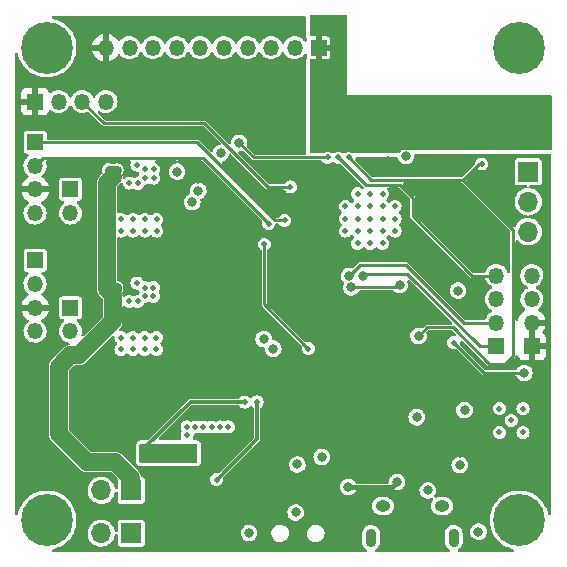
<source format=gbl>
%TF.GenerationSoftware,KiCad,Pcbnew,(6.0.6)*%
%TF.CreationDate,2022-07-17T19:58:46+03:00*%
%TF.ProjectId,Kontroller ESP,4b6f6e74-726f-46c6-9c65-72204553502e,rev?*%
%TF.SameCoordinates,Original*%
%TF.FileFunction,Copper,L4,Bot*%
%TF.FilePolarity,Positive*%
%FSLAX46Y46*%
G04 Gerber Fmt 4.6, Leading zero omitted, Abs format (unit mm)*
G04 Created by KiCad (PCBNEW (6.0.6)) date 2022-07-17 19:58:46*
%MOMM*%
%LPD*%
G01*
G04 APERTURE LIST*
%TA.AperFunction,ComponentPad*%
%ADD10O,0.890000X1.550000*%
%TD*%
%TA.AperFunction,ComponentPad*%
%ADD11O,1.250000X0.950000*%
%TD*%
%TA.AperFunction,ComponentPad*%
%ADD12C,4.400000*%
%TD*%
%TA.AperFunction,ComponentPad*%
%ADD13C,0.700000*%
%TD*%
%TA.AperFunction,ComponentPad*%
%ADD14R,1.350000X1.350000*%
%TD*%
%TA.AperFunction,ComponentPad*%
%ADD15O,1.350000X1.350000*%
%TD*%
%TA.AperFunction,ComponentPad*%
%ADD16R,1.700000X1.700000*%
%TD*%
%TA.AperFunction,ComponentPad*%
%ADD17O,1.700000X1.700000*%
%TD*%
%TA.AperFunction,ViaPad*%
%ADD18C,0.800000*%
%TD*%
%TA.AperFunction,ViaPad*%
%ADD19C,0.500000*%
%TD*%
%TA.AperFunction,Conductor*%
%ADD20C,0.800000*%
%TD*%
%TA.AperFunction,Conductor*%
%ADD21C,1.500000*%
%TD*%
%TA.AperFunction,Conductor*%
%ADD22C,0.300000*%
%TD*%
%TA.AperFunction,Conductor*%
%ADD23C,0.250000*%
%TD*%
%TA.AperFunction,Conductor*%
%ADD24C,0.400000*%
%TD*%
G04 APERTURE END LIST*
D10*
X160450000Y-130500000D03*
D11*
X166450000Y-127800000D03*
X161450000Y-127800000D03*
D10*
X167450000Y-130500000D03*
D12*
X133000000Y-89000000D03*
D13*
X133000000Y-90650000D03*
X133000000Y-87350000D03*
X134650000Y-89000000D03*
X131833274Y-90166726D03*
X131350000Y-89000000D03*
X134166726Y-87833274D03*
X131833274Y-87833274D03*
X134166726Y-90166726D03*
D14*
X171060000Y-114290000D03*
D15*
X171060000Y-112290000D03*
X171060000Y-110290000D03*
X171060000Y-108290000D03*
D14*
X174060000Y-114290000D03*
D15*
X174060000Y-112290000D03*
X174060000Y-110290000D03*
X174060000Y-108290000D03*
D14*
X132000000Y-97000000D03*
D15*
X132000000Y-99000000D03*
X132000000Y-101000000D03*
X132000000Y-103000000D03*
D14*
X156000000Y-89000000D03*
D15*
X154000000Y-89000000D03*
X152000000Y-89000000D03*
X150000000Y-89000000D03*
X148000000Y-89000000D03*
X146000000Y-89000000D03*
X144000000Y-89000000D03*
X142000000Y-89000000D03*
X140000000Y-89000000D03*
X138000000Y-89000000D03*
D14*
X132000000Y-107000000D03*
D15*
X132000000Y-109000000D03*
X132000000Y-111000000D03*
X132000000Y-113000000D03*
D16*
X140140000Y-130100000D03*
D17*
X137600000Y-130100000D03*
D13*
X134166726Y-127833274D03*
X134650000Y-129000000D03*
X131350000Y-129000000D03*
D12*
X133000000Y-129000000D03*
D13*
X133000000Y-127350000D03*
X131833274Y-130166726D03*
X133000000Y-130650000D03*
X131833274Y-127833274D03*
X134166726Y-130166726D03*
D14*
X135000000Y-101000000D03*
D15*
X135000000Y-103000000D03*
D13*
X171833274Y-130166726D03*
X173000000Y-127350000D03*
X174650000Y-129000000D03*
X171350000Y-129000000D03*
X173000000Y-130650000D03*
X174166726Y-130166726D03*
D12*
X173000000Y-129000000D03*
D13*
X171833274Y-127833274D03*
X174166726Y-127833274D03*
X171833274Y-87833274D03*
X174650000Y-89000000D03*
X171833274Y-90166726D03*
X174166726Y-90166726D03*
X173000000Y-87350000D03*
D12*
X173000000Y-89000000D03*
D13*
X173000000Y-90650000D03*
X171350000Y-89000000D03*
X174166726Y-87833274D03*
D14*
X135000000Y-111000000D03*
D15*
X135000000Y-113000000D03*
D16*
X173760000Y-99495000D03*
D17*
X173760000Y-102035000D03*
X173760000Y-104575000D03*
D16*
X140135000Y-126480000D03*
D17*
X137595000Y-126480000D03*
D14*
X132000000Y-93560000D03*
D15*
X134000000Y-93560000D03*
X136000000Y-93560000D03*
X138000000Y-93560000D03*
D18*
X163430000Y-93450000D03*
X161860000Y-93450000D03*
X164010000Y-111690000D03*
X153410000Y-118170000D03*
X153400000Y-119210000D03*
X144530000Y-113630000D03*
X156220000Y-108000000D03*
X156500000Y-86860000D03*
X156590000Y-91560000D03*
X174950000Y-96810000D03*
X174950000Y-94500000D03*
X172070000Y-96780000D03*
X173540000Y-95640000D03*
X172070000Y-94500000D03*
X168310000Y-94500000D03*
X166130000Y-94500000D03*
X160550000Y-95750000D03*
X159630000Y-94800000D03*
X164310000Y-120290000D03*
X169620000Y-93450000D03*
D19*
X161420000Y-104520000D03*
D18*
X172710000Y-93450000D03*
X157920000Y-90955552D03*
D19*
X141300000Y-100040000D03*
D18*
X167560000Y-93450000D03*
X169820000Y-95080000D03*
D19*
X141290000Y-109310000D03*
X139280000Y-113540000D03*
X141280000Y-114540000D03*
X158270000Y-104520000D03*
X140620000Y-108930000D03*
D18*
X158870000Y-93450000D03*
D19*
X158270000Y-102420000D03*
D18*
X171680000Y-93450000D03*
D19*
X159320000Y-104520000D03*
X140290000Y-103530000D03*
X139980000Y-100470000D03*
X139290000Y-104530000D03*
X148350000Y-121110000D03*
D18*
X154060000Y-128350000D03*
D19*
X140280000Y-114540000D03*
X145570000Y-121110000D03*
D18*
X165500000Y-93450000D03*
X161680000Y-94410000D03*
D19*
X140630000Y-98930000D03*
X171310000Y-119560000D03*
D18*
X159820000Y-93440000D03*
D19*
X141290000Y-110040000D03*
D18*
X145310000Y-102070000D03*
D19*
X161420000Y-105570000D03*
X142280000Y-114540000D03*
X142290000Y-104530000D03*
D18*
X163630000Y-95170000D03*
D19*
X144870000Y-121800000D03*
X142030000Y-100040000D03*
X160370000Y-105570000D03*
X159320000Y-105570000D03*
D18*
X144010000Y-99490000D03*
D19*
X161420000Y-102420000D03*
D18*
X154210000Y-124290000D03*
D19*
X160370000Y-101370000D03*
X159320000Y-101370000D03*
D18*
X169540000Y-129980000D03*
X164520000Y-95770000D03*
D19*
X139970000Y-110470000D03*
X173310000Y-119560000D03*
X146960000Y-121110000D03*
D18*
X145824570Y-101109202D03*
X160850000Y-93450000D03*
D19*
X144870000Y-121110000D03*
X139280000Y-114540000D03*
D18*
X157920000Y-89871664D03*
D19*
X142020000Y-110040000D03*
X162470000Y-104520000D03*
X171310000Y-121560000D03*
X159320000Y-102420000D03*
D18*
X147720000Y-97940000D03*
X168590000Y-93450000D03*
D19*
X162470000Y-102420000D03*
D18*
X157920000Y-88787776D03*
D19*
X172310000Y-120560000D03*
D18*
X163410000Y-97130000D03*
D19*
X158270000Y-103470000D03*
X140280000Y-113540000D03*
D18*
X163410000Y-98170000D03*
D19*
X141280000Y-113540000D03*
D18*
X166530000Y-93450000D03*
D19*
X140290000Y-104530000D03*
D18*
X157920000Y-93180000D03*
X164520000Y-96830000D03*
D19*
X142020000Y-109310000D03*
X173310000Y-121560000D03*
X139290000Y-103530000D03*
D18*
X161710000Y-95340000D03*
X173740000Y-93450000D03*
X164520000Y-94470000D03*
X170650000Y-93450000D03*
D19*
X161420000Y-103470000D03*
X142030000Y-99310000D03*
D18*
X161740000Y-96340000D03*
D19*
X142280000Y-113540000D03*
D18*
X161850000Y-97330000D03*
X164470000Y-93450000D03*
D19*
X142290000Y-103530000D03*
D18*
X150110000Y-130100000D03*
D19*
X141290000Y-103530000D03*
X162470000Y-103470000D03*
X160370000Y-102420000D03*
X147660000Y-121110000D03*
D18*
X167960000Y-124350000D03*
D19*
X160370000Y-103470000D03*
D18*
X166920000Y-95720000D03*
X151350000Y-113650000D03*
D19*
X146260000Y-121110000D03*
X141300000Y-99310000D03*
X161420000Y-101370000D03*
D18*
X152170000Y-114490000D03*
X156270000Y-123670000D03*
D19*
X140690000Y-110480000D03*
D18*
X157920000Y-92039440D03*
X168360000Y-119690000D03*
X167800000Y-109560000D03*
X165250000Y-126490000D03*
D19*
X159320000Y-103470000D03*
D18*
X174770000Y-93450000D03*
X157920000Y-87703888D03*
D19*
X141290000Y-104530000D03*
X140700000Y-100480000D03*
X160370000Y-104520000D03*
D18*
X157920000Y-86620000D03*
D19*
X147930000Y-102090000D03*
D18*
X151940000Y-120250000D03*
D19*
X166180000Y-100920000D03*
X142470000Y-111420000D03*
D18*
X140515000Y-116930000D03*
D19*
X165010000Y-103090000D03*
X167640000Y-100910000D03*
X147350000Y-115810000D03*
D18*
X139300000Y-116930000D03*
X168570000Y-122140000D03*
X164000000Y-110660000D03*
D19*
X164600000Y-99470000D03*
X165030000Y-101720000D03*
X165320000Y-99470000D03*
X148390000Y-115810000D03*
D18*
X138660000Y-91240000D03*
X174830000Y-125380000D03*
X153400000Y-120260000D03*
D19*
X166910000Y-100920000D03*
X142480000Y-101410000D03*
D18*
X153500000Y-101820000D03*
X140430000Y-90920000D03*
D19*
X141770000Y-101410000D03*
D18*
X164520000Y-107080000D03*
X145800000Y-100110002D03*
X157370000Y-108020000D03*
X136870000Y-116930000D03*
X135655000Y-116930000D03*
X138085000Y-116930000D03*
D19*
X169790000Y-99850000D03*
X146260000Y-115810000D03*
D18*
X167980000Y-123340000D03*
D19*
X142780000Y-115810000D03*
X145200000Y-115810000D03*
X161870000Y-98420000D03*
X141760000Y-111420000D03*
X154170000Y-103620000D03*
X161870000Y-99120000D03*
X163740000Y-99540000D03*
X143830000Y-115810000D03*
X147370000Y-125570000D03*
X138560000Y-109900000D03*
X138570000Y-99960000D03*
X138930000Y-109290000D03*
X150800000Y-119000000D03*
X138210000Y-109280000D03*
X138940000Y-99350000D03*
X138220000Y-99340000D03*
X155150000Y-114490000D03*
X151400000Y-105640000D03*
D18*
X162650000Y-125790000D03*
X158520000Y-126190000D03*
D19*
X151790000Y-103890000D03*
X153130000Y-103630000D03*
D18*
X162870000Y-109100000D03*
X158790000Y-109300000D03*
D19*
X153600000Y-100790000D03*
D18*
X149280000Y-97060000D03*
D19*
X156760000Y-98290000D03*
D18*
X164470000Y-113420000D03*
D19*
X158581233Y-98288767D03*
X169810000Y-98840000D03*
D18*
X173420000Y-116540000D03*
D19*
X167450922Y-113979078D03*
X149750000Y-119000000D03*
X141180000Y-123700000D03*
X145450000Y-123000000D03*
X141880000Y-123000000D03*
X145450000Y-123700000D03*
X141880000Y-123700000D03*
X144750000Y-123000000D03*
X141180000Y-123000000D03*
X144750000Y-123700000D03*
X157680000Y-98290000D03*
D18*
X159800000Y-108350000D03*
X158580000Y-108320000D03*
D20*
X138570000Y-99960000D02*
X138570000Y-99720000D01*
X138920000Y-109280000D02*
X138930000Y-109290000D01*
D21*
X134000000Y-121700000D02*
X134000000Y-116010000D01*
X134970000Y-115040000D02*
X135700000Y-115040000D01*
D20*
X138570000Y-99720000D02*
X138940000Y-99350000D01*
D21*
X138560000Y-109900000D02*
X138090000Y-109430000D01*
X138090000Y-100440000D02*
X138570000Y-99960000D01*
D22*
X150800000Y-122140000D02*
X147370000Y-125570000D01*
D21*
X135700000Y-115040000D02*
X138560000Y-112180000D01*
D20*
X138930000Y-99340000D02*
X138940000Y-99350000D01*
X138930000Y-109530000D02*
X138560000Y-109900000D01*
X138570000Y-99690000D02*
X138220000Y-99340000D01*
D21*
X138560000Y-112180000D02*
X138560000Y-109900000D01*
X140135000Y-126480000D02*
X140135000Y-125420000D01*
X138805000Y-124090000D02*
X136390000Y-124090000D01*
D20*
X138570000Y-99960000D02*
X138570000Y-99690000D01*
D22*
X150800000Y-119000000D02*
X150800000Y-122140000D01*
D20*
X138210000Y-109280000D02*
X138920000Y-109280000D01*
X138220000Y-99340000D02*
X138930000Y-99340000D01*
D21*
X134000000Y-116010000D02*
X134970000Y-115040000D01*
X136390000Y-124090000D02*
X134000000Y-121700000D01*
X138090000Y-109430000D02*
X138090000Y-100440000D01*
X140135000Y-125420000D02*
X138805000Y-124090000D01*
D20*
X138930000Y-109290000D02*
X138930000Y-109530000D01*
D23*
X151400000Y-105640000D02*
X151400000Y-110740000D01*
X151400000Y-110740000D02*
X155150000Y-114490000D01*
D24*
X162250000Y-126190000D02*
X162650000Y-125790000D01*
X158520000Y-126190000D02*
X162250000Y-126190000D01*
D23*
X132000000Y-99000000D02*
X132675000Y-98325000D01*
X146225000Y-98325000D02*
X151790000Y-103890000D01*
X132675000Y-98325000D02*
X146225000Y-98325000D01*
X132000000Y-97000000D02*
X145720000Y-97000000D01*
X152350000Y-103630000D02*
X153130000Y-103630000D01*
X145720000Y-97000000D02*
X152350000Y-103630000D01*
X162670000Y-109300000D02*
X162870000Y-109100000D01*
X158790000Y-109300000D02*
X162670000Y-109300000D01*
X137830000Y-95390000D02*
X146340000Y-95390000D01*
X136000000Y-93560000D02*
X137830000Y-95390000D01*
X146340000Y-95390000D02*
X151740000Y-100790000D01*
X151740000Y-100790000D02*
X153600000Y-100790000D01*
X149280000Y-97060000D02*
X150510000Y-98290000D01*
X150510000Y-98290000D02*
X156760000Y-98290000D01*
X172450000Y-104420000D02*
X168220000Y-100190000D01*
X172450000Y-115080000D02*
X172450000Y-104420000D01*
X169810000Y-98840000D02*
X169570000Y-98840000D01*
X160482466Y-100190000D02*
X158581233Y-98288767D01*
X169570000Y-98840000D02*
X168220000Y-100190000D01*
X168220000Y-100190000D02*
X160482466Y-100190000D01*
X170440000Y-115770000D02*
X171760000Y-115770000D01*
X164470000Y-113420000D02*
X165210000Y-112680000D01*
X171760000Y-115770000D02*
X172450000Y-115080000D01*
X167350000Y-112680000D02*
X170440000Y-115770000D01*
X165210000Y-112680000D02*
X167350000Y-112680000D01*
X170011844Y-116540000D02*
X173420000Y-116540000D01*
X167450922Y-113979078D02*
X170011844Y-116540000D01*
D22*
X149750000Y-119000000D02*
X145180000Y-119000000D01*
X145180000Y-119000000D02*
X141180000Y-123000000D01*
D23*
X160000000Y-100610000D02*
X162860000Y-100610000D01*
X163960000Y-101710000D02*
X163960000Y-103270000D01*
X163960000Y-103270000D02*
X168980000Y-108290000D01*
X162860000Y-100610000D02*
X163960000Y-101710000D01*
X168980000Y-108290000D02*
X171060000Y-108290000D01*
X157680000Y-98290000D02*
X160000000Y-100610000D01*
X160030000Y-108120000D02*
X163460000Y-108120000D01*
X163460000Y-108120000D02*
X169630000Y-114290000D01*
X169630000Y-114290000D02*
X171060000Y-114290000D01*
X159800000Y-108350000D02*
X160030000Y-108120000D01*
X163420000Y-107390000D02*
X159510000Y-107390000D01*
X159510000Y-107390000D02*
X158580000Y-108320000D01*
X168320000Y-112290000D02*
X163420000Y-107390000D01*
X171060000Y-112290000D02*
X168320000Y-112290000D01*
%TA.AperFunction,Conductor*%
G36*
X154876621Y-86320502D02*
G01*
X154923114Y-86374158D01*
X154934500Y-86426500D01*
X154934500Y-87899000D01*
X154934860Y-87902346D01*
X154934860Y-87902351D01*
X154938679Y-87937871D01*
X154941481Y-87963937D01*
X154942199Y-87967237D01*
X154942199Y-87967238D01*
X154952431Y-88014277D01*
X154952435Y-88014292D01*
X154952867Y-88016279D01*
X154953430Y-88018242D01*
X154953432Y-88018250D01*
X154960352Y-88042377D01*
X154963825Y-88054488D01*
X154967802Y-88061288D01*
X155018756Y-88148413D01*
X155035880Y-88217314D01*
X155031555Y-88245162D01*
X155031324Y-88246010D01*
X155027494Y-88254673D01*
X155024500Y-88280354D01*
X155024500Y-88358805D01*
X155004498Y-88426926D01*
X154950842Y-88473419D01*
X154880568Y-88483523D01*
X154815988Y-88454029D01*
X154800857Y-88438441D01*
X154699430Y-88314078D01*
X154699427Y-88314075D01*
X154695535Y-88309303D01*
X154664970Y-88284017D01*
X154552879Y-88191288D01*
X154548132Y-88187361D01*
X154476100Y-88148413D01*
X154385276Y-88099304D01*
X154385273Y-88099303D01*
X154379851Y-88096371D01*
X154266515Y-88061288D01*
X154202988Y-88041623D01*
X154202985Y-88041622D01*
X154197101Y-88039801D01*
X154190976Y-88039157D01*
X154190975Y-88039157D01*
X154012971Y-88020448D01*
X154012970Y-88020448D01*
X154006843Y-88019804D01*
X153889867Y-88030449D01*
X153822466Y-88036583D01*
X153822465Y-88036583D01*
X153816325Y-88037142D01*
X153632803Y-88091156D01*
X153627338Y-88094013D01*
X153468728Y-88176932D01*
X153468724Y-88176935D01*
X153463268Y-88179787D01*
X153458468Y-88183647D01*
X153458467Y-88183647D01*
X153358424Y-88264084D01*
X153314176Y-88299660D01*
X153191207Y-88446208D01*
X153188237Y-88451610D01*
X153188231Y-88451619D01*
X153109896Y-88594109D01*
X153059551Y-88644168D01*
X152990134Y-88659061D01*
X152923685Y-88634060D01*
X152888231Y-88592562D01*
X152819342Y-88463001D01*
X152819341Y-88462999D01*
X152816446Y-88457555D01*
X152735908Y-88358805D01*
X152699430Y-88314078D01*
X152699427Y-88314075D01*
X152695535Y-88309303D01*
X152664970Y-88284017D01*
X152552879Y-88191288D01*
X152548132Y-88187361D01*
X152476100Y-88148413D01*
X152385276Y-88099304D01*
X152385273Y-88099303D01*
X152379851Y-88096371D01*
X152266515Y-88061288D01*
X152202988Y-88041623D01*
X152202985Y-88041622D01*
X152197101Y-88039801D01*
X152190976Y-88039157D01*
X152190975Y-88039157D01*
X152012971Y-88020448D01*
X152012970Y-88020448D01*
X152006843Y-88019804D01*
X151889867Y-88030449D01*
X151822466Y-88036583D01*
X151822465Y-88036583D01*
X151816325Y-88037142D01*
X151632803Y-88091156D01*
X151627338Y-88094013D01*
X151468728Y-88176932D01*
X151468724Y-88176935D01*
X151463268Y-88179787D01*
X151458468Y-88183647D01*
X151458467Y-88183647D01*
X151358424Y-88264084D01*
X151314176Y-88299660D01*
X151191207Y-88446208D01*
X151188237Y-88451610D01*
X151188231Y-88451619D01*
X151109896Y-88594109D01*
X151059551Y-88644168D01*
X150990134Y-88659061D01*
X150923685Y-88634060D01*
X150888231Y-88592562D01*
X150819342Y-88463001D01*
X150819341Y-88462999D01*
X150816446Y-88457555D01*
X150735908Y-88358805D01*
X150699430Y-88314078D01*
X150699427Y-88314075D01*
X150695535Y-88309303D01*
X150664970Y-88284017D01*
X150552879Y-88191288D01*
X150548132Y-88187361D01*
X150476100Y-88148413D01*
X150385276Y-88099304D01*
X150385273Y-88099303D01*
X150379851Y-88096371D01*
X150266515Y-88061288D01*
X150202988Y-88041623D01*
X150202985Y-88041622D01*
X150197101Y-88039801D01*
X150190976Y-88039157D01*
X150190975Y-88039157D01*
X150012971Y-88020448D01*
X150012970Y-88020448D01*
X150006843Y-88019804D01*
X149889867Y-88030449D01*
X149822466Y-88036583D01*
X149822465Y-88036583D01*
X149816325Y-88037142D01*
X149632803Y-88091156D01*
X149627338Y-88094013D01*
X149468728Y-88176932D01*
X149468724Y-88176935D01*
X149463268Y-88179787D01*
X149458468Y-88183647D01*
X149458467Y-88183647D01*
X149358424Y-88264084D01*
X149314176Y-88299660D01*
X149191207Y-88446208D01*
X149188237Y-88451610D01*
X149188231Y-88451619D01*
X149109896Y-88594109D01*
X149059551Y-88644168D01*
X148990134Y-88659061D01*
X148923685Y-88634060D01*
X148888231Y-88592562D01*
X148819342Y-88463001D01*
X148819341Y-88462999D01*
X148816446Y-88457555D01*
X148735908Y-88358805D01*
X148699430Y-88314078D01*
X148699427Y-88314075D01*
X148695535Y-88309303D01*
X148664970Y-88284017D01*
X148552879Y-88191288D01*
X148548132Y-88187361D01*
X148476100Y-88148413D01*
X148385276Y-88099304D01*
X148385273Y-88099303D01*
X148379851Y-88096371D01*
X148266515Y-88061288D01*
X148202988Y-88041623D01*
X148202985Y-88041622D01*
X148197101Y-88039801D01*
X148190976Y-88039157D01*
X148190975Y-88039157D01*
X148012971Y-88020448D01*
X148012970Y-88020448D01*
X148006843Y-88019804D01*
X147889867Y-88030449D01*
X147822466Y-88036583D01*
X147822465Y-88036583D01*
X147816325Y-88037142D01*
X147632803Y-88091156D01*
X147627338Y-88094013D01*
X147468728Y-88176932D01*
X147468724Y-88176935D01*
X147463268Y-88179787D01*
X147458468Y-88183647D01*
X147458467Y-88183647D01*
X147358424Y-88264084D01*
X147314176Y-88299660D01*
X147191207Y-88446208D01*
X147188237Y-88451610D01*
X147188231Y-88451619D01*
X147109896Y-88594109D01*
X147059551Y-88644168D01*
X146990134Y-88659061D01*
X146923685Y-88634060D01*
X146888231Y-88592562D01*
X146819342Y-88463001D01*
X146819341Y-88462999D01*
X146816446Y-88457555D01*
X146735908Y-88358805D01*
X146699430Y-88314078D01*
X146699427Y-88314075D01*
X146695535Y-88309303D01*
X146664970Y-88284017D01*
X146552879Y-88191288D01*
X146548132Y-88187361D01*
X146476100Y-88148413D01*
X146385276Y-88099304D01*
X146385273Y-88099303D01*
X146379851Y-88096371D01*
X146266515Y-88061288D01*
X146202988Y-88041623D01*
X146202985Y-88041622D01*
X146197101Y-88039801D01*
X146190976Y-88039157D01*
X146190975Y-88039157D01*
X146012971Y-88020448D01*
X146012970Y-88020448D01*
X146006843Y-88019804D01*
X145889867Y-88030449D01*
X145822466Y-88036583D01*
X145822465Y-88036583D01*
X145816325Y-88037142D01*
X145632803Y-88091156D01*
X145627338Y-88094013D01*
X145468728Y-88176932D01*
X145468724Y-88176935D01*
X145463268Y-88179787D01*
X145458468Y-88183647D01*
X145458467Y-88183647D01*
X145358424Y-88264084D01*
X145314176Y-88299660D01*
X145191207Y-88446208D01*
X145188237Y-88451610D01*
X145188231Y-88451619D01*
X145109896Y-88594109D01*
X145059551Y-88644168D01*
X144990134Y-88659061D01*
X144923685Y-88634060D01*
X144888231Y-88592562D01*
X144819342Y-88463001D01*
X144819341Y-88462999D01*
X144816446Y-88457555D01*
X144735908Y-88358805D01*
X144699430Y-88314078D01*
X144699427Y-88314075D01*
X144695535Y-88309303D01*
X144664970Y-88284017D01*
X144552879Y-88191288D01*
X144548132Y-88187361D01*
X144476100Y-88148413D01*
X144385276Y-88099304D01*
X144385273Y-88099303D01*
X144379851Y-88096371D01*
X144266515Y-88061288D01*
X144202988Y-88041623D01*
X144202985Y-88041622D01*
X144197101Y-88039801D01*
X144190976Y-88039157D01*
X144190975Y-88039157D01*
X144012971Y-88020448D01*
X144012970Y-88020448D01*
X144006843Y-88019804D01*
X143889867Y-88030449D01*
X143822466Y-88036583D01*
X143822465Y-88036583D01*
X143816325Y-88037142D01*
X143632803Y-88091156D01*
X143627338Y-88094013D01*
X143468728Y-88176932D01*
X143468724Y-88176935D01*
X143463268Y-88179787D01*
X143458468Y-88183647D01*
X143458467Y-88183647D01*
X143358424Y-88264084D01*
X143314176Y-88299660D01*
X143191207Y-88446208D01*
X143188237Y-88451610D01*
X143188231Y-88451619D01*
X143109896Y-88594109D01*
X143059551Y-88644168D01*
X142990134Y-88659061D01*
X142923685Y-88634060D01*
X142888231Y-88592562D01*
X142819342Y-88463001D01*
X142819341Y-88462999D01*
X142816446Y-88457555D01*
X142735908Y-88358805D01*
X142699430Y-88314078D01*
X142699427Y-88314075D01*
X142695535Y-88309303D01*
X142664970Y-88284017D01*
X142552879Y-88191288D01*
X142548132Y-88187361D01*
X142476100Y-88148413D01*
X142385276Y-88099304D01*
X142385273Y-88099303D01*
X142379851Y-88096371D01*
X142266515Y-88061288D01*
X142202988Y-88041623D01*
X142202985Y-88041622D01*
X142197101Y-88039801D01*
X142190976Y-88039157D01*
X142190975Y-88039157D01*
X142012971Y-88020448D01*
X142012970Y-88020448D01*
X142006843Y-88019804D01*
X141889867Y-88030449D01*
X141822466Y-88036583D01*
X141822465Y-88036583D01*
X141816325Y-88037142D01*
X141632803Y-88091156D01*
X141627338Y-88094013D01*
X141468728Y-88176932D01*
X141468724Y-88176935D01*
X141463268Y-88179787D01*
X141458468Y-88183647D01*
X141458467Y-88183647D01*
X141358424Y-88264084D01*
X141314176Y-88299660D01*
X141191207Y-88446208D01*
X141188237Y-88451610D01*
X141188231Y-88451619D01*
X141109896Y-88594109D01*
X141059551Y-88644168D01*
X140990134Y-88659061D01*
X140923685Y-88634060D01*
X140888231Y-88592562D01*
X140819342Y-88463001D01*
X140819341Y-88462999D01*
X140816446Y-88457555D01*
X140735908Y-88358805D01*
X140699430Y-88314078D01*
X140699427Y-88314075D01*
X140695535Y-88309303D01*
X140664970Y-88284017D01*
X140552879Y-88191288D01*
X140548132Y-88187361D01*
X140476100Y-88148413D01*
X140385276Y-88099304D01*
X140385273Y-88099303D01*
X140379851Y-88096371D01*
X140266515Y-88061288D01*
X140202988Y-88041623D01*
X140202985Y-88041622D01*
X140197101Y-88039801D01*
X140190976Y-88039157D01*
X140190975Y-88039157D01*
X140012971Y-88020448D01*
X140012970Y-88020448D01*
X140006843Y-88019804D01*
X139889867Y-88030449D01*
X139822466Y-88036583D01*
X139822465Y-88036583D01*
X139816325Y-88037142D01*
X139632803Y-88091156D01*
X139627338Y-88094013D01*
X139468728Y-88176932D01*
X139468724Y-88176935D01*
X139463268Y-88179787D01*
X139458468Y-88183647D01*
X139458467Y-88183647D01*
X139358424Y-88264084D01*
X139314176Y-88299660D01*
X139218264Y-88413962D01*
X139159158Y-88453287D01*
X139088170Y-88454413D01*
X139027843Y-88416982D01*
X139011925Y-88393414D01*
X139011718Y-88393541D01*
X139008846Y-88388855D01*
X139008741Y-88388699D01*
X139008701Y-88388618D01*
X139002688Y-88378806D01*
X138880389Y-88215027D01*
X138872699Y-88206487D01*
X138722599Y-88067735D01*
X138713474Y-88060734D01*
X138540607Y-87951663D01*
X138530360Y-87946442D01*
X138340511Y-87870700D01*
X138329485Y-87867434D01*
X138271770Y-87855954D01*
X138258894Y-87857106D01*
X138254000Y-87872259D01*
X138254000Y-90132428D01*
X138257966Y-90145934D01*
X138271416Y-90147860D01*
X138280948Y-90145571D01*
X138474495Y-90079871D01*
X138484998Y-90075195D01*
X138663345Y-89975316D01*
X138672817Y-89968806D01*
X138829972Y-89838101D01*
X138838101Y-89829972D01*
X138968806Y-89672817D01*
X138975321Y-89663337D01*
X139009984Y-89601443D01*
X139060721Y-89551781D01*
X139130252Y-89537434D01*
X139196503Y-89562955D01*
X139218661Y-89584742D01*
X139294889Y-89680918D01*
X139299583Y-89684913D01*
X139400037Y-89770406D01*
X139440575Y-89804907D01*
X139445953Y-89807913D01*
X139445955Y-89807914D01*
X139515414Y-89846733D01*
X139607570Y-89898237D01*
X139789512Y-89957354D01*
X139979472Y-89980005D01*
X139985607Y-89979533D01*
X139985609Y-89979533D01*
X140164071Y-89965801D01*
X140164075Y-89965800D01*
X140170213Y-89965328D01*
X140354472Y-89913882D01*
X140525228Y-89827627D01*
X140554309Y-89804907D01*
X140609674Y-89761651D01*
X140675979Y-89709848D01*
X140697503Y-89684913D01*
X140796958Y-89569692D01*
X140796959Y-89569691D01*
X140800982Y-89565030D01*
X140817574Y-89535824D01*
X140891986Y-89404834D01*
X140943025Y-89355484D01*
X141012643Y-89341561D01*
X141078737Y-89367487D01*
X141113608Y-89409476D01*
X141173242Y-89525511D01*
X141173245Y-89525516D01*
X141176060Y-89530993D01*
X141294889Y-89680918D01*
X141299583Y-89684913D01*
X141400037Y-89770406D01*
X141440575Y-89804907D01*
X141445953Y-89807913D01*
X141445955Y-89807914D01*
X141515414Y-89846733D01*
X141607570Y-89898237D01*
X141789512Y-89957354D01*
X141979472Y-89980005D01*
X141985607Y-89979533D01*
X141985609Y-89979533D01*
X142164071Y-89965801D01*
X142164075Y-89965800D01*
X142170213Y-89965328D01*
X142354472Y-89913882D01*
X142525228Y-89827627D01*
X142554309Y-89804907D01*
X142609674Y-89761651D01*
X142675979Y-89709848D01*
X142697503Y-89684913D01*
X142796958Y-89569692D01*
X142796959Y-89569691D01*
X142800982Y-89565030D01*
X142817574Y-89535824D01*
X142891986Y-89404834D01*
X142943025Y-89355484D01*
X143012643Y-89341561D01*
X143078737Y-89367487D01*
X143113608Y-89409476D01*
X143173242Y-89525511D01*
X143173245Y-89525516D01*
X143176060Y-89530993D01*
X143294889Y-89680918D01*
X143299583Y-89684913D01*
X143400037Y-89770406D01*
X143440575Y-89804907D01*
X143445953Y-89807913D01*
X143445955Y-89807914D01*
X143515414Y-89846733D01*
X143607570Y-89898237D01*
X143789512Y-89957354D01*
X143979472Y-89980005D01*
X143985607Y-89979533D01*
X143985609Y-89979533D01*
X144164071Y-89965801D01*
X144164075Y-89965800D01*
X144170213Y-89965328D01*
X144354472Y-89913882D01*
X144525228Y-89827627D01*
X144554309Y-89804907D01*
X144609674Y-89761651D01*
X144675979Y-89709848D01*
X144697503Y-89684913D01*
X144796958Y-89569692D01*
X144796959Y-89569691D01*
X144800982Y-89565030D01*
X144817574Y-89535824D01*
X144891986Y-89404834D01*
X144943025Y-89355484D01*
X145012643Y-89341561D01*
X145078737Y-89367487D01*
X145113608Y-89409476D01*
X145173242Y-89525511D01*
X145173245Y-89525516D01*
X145176060Y-89530993D01*
X145294889Y-89680918D01*
X145299583Y-89684913D01*
X145400037Y-89770406D01*
X145440575Y-89804907D01*
X145445953Y-89807913D01*
X145445955Y-89807914D01*
X145515414Y-89846733D01*
X145607570Y-89898237D01*
X145789512Y-89957354D01*
X145979472Y-89980005D01*
X145985607Y-89979533D01*
X145985609Y-89979533D01*
X146164071Y-89965801D01*
X146164075Y-89965800D01*
X146170213Y-89965328D01*
X146354472Y-89913882D01*
X146525228Y-89827627D01*
X146554309Y-89804907D01*
X146609674Y-89761651D01*
X146675979Y-89709848D01*
X146697503Y-89684913D01*
X146796958Y-89569692D01*
X146796959Y-89569691D01*
X146800982Y-89565030D01*
X146817574Y-89535824D01*
X146891986Y-89404834D01*
X146943025Y-89355484D01*
X147012643Y-89341561D01*
X147078737Y-89367487D01*
X147113608Y-89409476D01*
X147173242Y-89525511D01*
X147173245Y-89525516D01*
X147176060Y-89530993D01*
X147294889Y-89680918D01*
X147299583Y-89684913D01*
X147400037Y-89770406D01*
X147440575Y-89804907D01*
X147445953Y-89807913D01*
X147445955Y-89807914D01*
X147515414Y-89846733D01*
X147607570Y-89898237D01*
X147789512Y-89957354D01*
X147979472Y-89980005D01*
X147985607Y-89979533D01*
X147985609Y-89979533D01*
X148164071Y-89965801D01*
X148164075Y-89965800D01*
X148170213Y-89965328D01*
X148354472Y-89913882D01*
X148525228Y-89827627D01*
X148554309Y-89804907D01*
X148609674Y-89761651D01*
X148675979Y-89709848D01*
X148697503Y-89684913D01*
X148796958Y-89569692D01*
X148796959Y-89569691D01*
X148800982Y-89565030D01*
X148817574Y-89535824D01*
X148891986Y-89404834D01*
X148943025Y-89355484D01*
X149012643Y-89341561D01*
X149078737Y-89367487D01*
X149113608Y-89409476D01*
X149173242Y-89525511D01*
X149173245Y-89525516D01*
X149176060Y-89530993D01*
X149294889Y-89680918D01*
X149299583Y-89684913D01*
X149400037Y-89770406D01*
X149440575Y-89804907D01*
X149445953Y-89807913D01*
X149445955Y-89807914D01*
X149515414Y-89846733D01*
X149607570Y-89898237D01*
X149789512Y-89957354D01*
X149979472Y-89980005D01*
X149985607Y-89979533D01*
X149985609Y-89979533D01*
X150164071Y-89965801D01*
X150164075Y-89965800D01*
X150170213Y-89965328D01*
X150354472Y-89913882D01*
X150525228Y-89827627D01*
X150554309Y-89804907D01*
X150609674Y-89761651D01*
X150675979Y-89709848D01*
X150697503Y-89684913D01*
X150796958Y-89569692D01*
X150796959Y-89569691D01*
X150800982Y-89565030D01*
X150817574Y-89535824D01*
X150891986Y-89404834D01*
X150943025Y-89355484D01*
X151012643Y-89341561D01*
X151078737Y-89367487D01*
X151113608Y-89409476D01*
X151173242Y-89525511D01*
X151173245Y-89525516D01*
X151176060Y-89530993D01*
X151294889Y-89680918D01*
X151299583Y-89684913D01*
X151400037Y-89770406D01*
X151440575Y-89804907D01*
X151445953Y-89807913D01*
X151445955Y-89807914D01*
X151515414Y-89846733D01*
X151607570Y-89898237D01*
X151789512Y-89957354D01*
X151979472Y-89980005D01*
X151985607Y-89979533D01*
X151985609Y-89979533D01*
X152164071Y-89965801D01*
X152164075Y-89965800D01*
X152170213Y-89965328D01*
X152354472Y-89913882D01*
X152525228Y-89827627D01*
X152554309Y-89804907D01*
X152609674Y-89761651D01*
X152675979Y-89709848D01*
X152697503Y-89684913D01*
X152796958Y-89569692D01*
X152796959Y-89569691D01*
X152800982Y-89565030D01*
X152817574Y-89535824D01*
X152891986Y-89404834D01*
X152943025Y-89355484D01*
X153012643Y-89341561D01*
X153078737Y-89367487D01*
X153113608Y-89409476D01*
X153173242Y-89525511D01*
X153173245Y-89525516D01*
X153176060Y-89530993D01*
X153294889Y-89680918D01*
X153299583Y-89684913D01*
X153400037Y-89770406D01*
X153440575Y-89804907D01*
X153445953Y-89807913D01*
X153445955Y-89807914D01*
X153515414Y-89846733D01*
X153607570Y-89898237D01*
X153789512Y-89957354D01*
X153979472Y-89980005D01*
X153985607Y-89979533D01*
X153985609Y-89979533D01*
X154164071Y-89965801D01*
X154164075Y-89965800D01*
X154170213Y-89965328D01*
X154354472Y-89913882D01*
X154525228Y-89827627D01*
X154554309Y-89804907D01*
X154609674Y-89761651D01*
X154675979Y-89709848D01*
X154697503Y-89684913D01*
X154800982Y-89565030D01*
X154802402Y-89566256D01*
X154851151Y-89527568D01*
X154921795Y-89520505D01*
X154985044Y-89552757D01*
X155020815Y-89614083D01*
X155024500Y-89644333D01*
X155024500Y-89719646D01*
X155027618Y-89745846D01*
X155030512Y-89752360D01*
X155029301Y-89822111D01*
X155017281Y-89846489D01*
X155017762Y-89846733D01*
X154979332Y-89922315D01*
X154966877Y-89946810D01*
X154946875Y-90014931D01*
X154946234Y-90019387D01*
X154946233Y-90019393D01*
X154943369Y-90039314D01*
X154934500Y-90101000D01*
X154934500Y-97794000D01*
X154934860Y-97797346D01*
X154934860Y-97797351D01*
X154940322Y-97848153D01*
X154941481Y-97858937D01*
X154942199Y-97862237D01*
X154942199Y-97862238D01*
X154952431Y-97909277D01*
X154952435Y-97909292D01*
X154952867Y-97911279D01*
X154953432Y-97913248D01*
X154953439Y-97913277D01*
X154953898Y-97914878D01*
X154953897Y-97915094D01*
X154953933Y-97915238D01*
X154953896Y-97915247D01*
X154953443Y-97985873D01*
X154914677Y-98045352D01*
X154849908Y-98074430D01*
X154832777Y-98075600D01*
X150650997Y-98075600D01*
X150582876Y-98055598D01*
X150561902Y-98038695D01*
X149964330Y-97441123D01*
X149930304Y-97378811D01*
X149936517Y-97305032D01*
X149958767Y-97249684D01*
X149958767Y-97249683D01*
X149961601Y-97242634D01*
X149968877Y-97191511D01*
X149984909Y-97078862D01*
X149984909Y-97078859D01*
X149985490Y-97074778D01*
X149985645Y-97060000D01*
X149965276Y-96891680D01*
X149905345Y-96733077D01*
X149890819Y-96711942D01*
X149813614Y-96599608D01*
X149813613Y-96599607D01*
X149809312Y-96593349D01*
X149797514Y-96582837D01*
X149688392Y-96485612D01*
X149688388Y-96485610D01*
X149682721Y-96480560D01*
X149532881Y-96401224D01*
X149368441Y-96359919D01*
X149360843Y-96359879D01*
X149360841Y-96359879D01*
X149283668Y-96359475D01*
X149198895Y-96359031D01*
X149191508Y-96360805D01*
X149191504Y-96360805D01*
X149048162Y-96395220D01*
X149034032Y-96398612D01*
X149027288Y-96402093D01*
X149027285Y-96402094D01*
X149022089Y-96404776D01*
X148883369Y-96476375D01*
X148755604Y-96587831D01*
X148751237Y-96594045D01*
X148668378Y-96711942D01*
X148658113Y-96726547D01*
X148596524Y-96884513D01*
X148595532Y-96892046D01*
X148595532Y-96892047D01*
X148576498Y-97036625D01*
X148547776Y-97101553D01*
X148488510Y-97140644D01*
X148417519Y-97141489D01*
X148362481Y-97109274D01*
X146497914Y-95244707D01*
X146493373Y-95239922D01*
X146477699Y-95222514D01*
X146477698Y-95222514D01*
X146468837Y-95212672D01*
X146451679Y-95205033D01*
X146434306Y-95195600D01*
X146429657Y-95192581D01*
X146429658Y-95192581D01*
X146418550Y-95185368D01*
X146405465Y-95183295D01*
X146401663Y-95181836D01*
X146397674Y-95180988D01*
X146385572Y-95175600D01*
X146366796Y-95175600D01*
X146347085Y-95174049D01*
X146341608Y-95173181D01*
X146341606Y-95173181D01*
X146328529Y-95171110D01*
X146315738Y-95174537D01*
X146302512Y-95175231D01*
X146302481Y-95174639D01*
X146295185Y-95175600D01*
X137970997Y-95175600D01*
X137902876Y-95155598D01*
X137881902Y-95138695D01*
X137328972Y-94585765D01*
X137294946Y-94523453D01*
X137300011Y-94452638D01*
X137342558Y-94395802D01*
X137409078Y-94370991D01*
X137479537Y-94386682D01*
X137607570Y-94458237D01*
X137789512Y-94517354D01*
X137979472Y-94540005D01*
X137985607Y-94539533D01*
X137985609Y-94539533D01*
X138164071Y-94525801D01*
X138164075Y-94525800D01*
X138170213Y-94525328D01*
X138354472Y-94473882D01*
X138525228Y-94387627D01*
X138554309Y-94364907D01*
X138636891Y-94300387D01*
X138675979Y-94269848D01*
X138697503Y-94244913D01*
X138796958Y-94129692D01*
X138796959Y-94129691D01*
X138800982Y-94125030D01*
X138895476Y-93958691D01*
X138955861Y-93777166D01*
X138961311Y-93734027D01*
X138979396Y-93590872D01*
X138979397Y-93590863D01*
X138979838Y-93587369D01*
X138980220Y-93560000D01*
X138961552Y-93369608D01*
X138906259Y-93186467D01*
X138816446Y-93017555D01*
X138771248Y-92962137D01*
X138699430Y-92874078D01*
X138699427Y-92874075D01*
X138695535Y-92869303D01*
X138653189Y-92834271D01*
X138552879Y-92751288D01*
X138548132Y-92747361D01*
X138491730Y-92716864D01*
X138385276Y-92659304D01*
X138385273Y-92659303D01*
X138379851Y-92656371D01*
X138299496Y-92631497D01*
X138202988Y-92601623D01*
X138202985Y-92601622D01*
X138197101Y-92599801D01*
X138190976Y-92599157D01*
X138190975Y-92599157D01*
X138012971Y-92580448D01*
X138012970Y-92580448D01*
X138006843Y-92579804D01*
X137889867Y-92590449D01*
X137822466Y-92596583D01*
X137822465Y-92596583D01*
X137816325Y-92597142D01*
X137632803Y-92651156D01*
X137627338Y-92654013D01*
X137468728Y-92736932D01*
X137468724Y-92736935D01*
X137463268Y-92739787D01*
X137458468Y-92743647D01*
X137458467Y-92743647D01*
X137343928Y-92835739D01*
X137314176Y-92859660D01*
X137191207Y-93006208D01*
X137188237Y-93011610D01*
X137188231Y-93011619D01*
X137109896Y-93154109D01*
X137059551Y-93204168D01*
X136990134Y-93219061D01*
X136923685Y-93194060D01*
X136888231Y-93152562D01*
X136819342Y-93023001D01*
X136819341Y-93022999D01*
X136816446Y-93017555D01*
X136771248Y-92962137D01*
X136699430Y-92874078D01*
X136699427Y-92874075D01*
X136695535Y-92869303D01*
X136653189Y-92834271D01*
X136552879Y-92751288D01*
X136548132Y-92747361D01*
X136491730Y-92716864D01*
X136385276Y-92659304D01*
X136385273Y-92659303D01*
X136379851Y-92656371D01*
X136299496Y-92631497D01*
X136202988Y-92601623D01*
X136202985Y-92601622D01*
X136197101Y-92599801D01*
X136190976Y-92599157D01*
X136190975Y-92599157D01*
X136012971Y-92580448D01*
X136012970Y-92580448D01*
X136006843Y-92579804D01*
X135889867Y-92590449D01*
X135822466Y-92596583D01*
X135822465Y-92596583D01*
X135816325Y-92597142D01*
X135632803Y-92651156D01*
X135627338Y-92654013D01*
X135468728Y-92736932D01*
X135468724Y-92736935D01*
X135463268Y-92739787D01*
X135458468Y-92743647D01*
X135458467Y-92743647D01*
X135343928Y-92835739D01*
X135314176Y-92859660D01*
X135191207Y-93006208D01*
X135188237Y-93011610D01*
X135188231Y-93011619D01*
X135109896Y-93154109D01*
X135059551Y-93204168D01*
X134990134Y-93219061D01*
X134923685Y-93194060D01*
X134888231Y-93152562D01*
X134819342Y-93023001D01*
X134819341Y-93022999D01*
X134816446Y-93017555D01*
X134771248Y-92962137D01*
X134699430Y-92874078D01*
X134699427Y-92874075D01*
X134695535Y-92869303D01*
X134653189Y-92834271D01*
X134552879Y-92751288D01*
X134548132Y-92747361D01*
X134491730Y-92716864D01*
X134385276Y-92659304D01*
X134385273Y-92659303D01*
X134379851Y-92656371D01*
X134299496Y-92631497D01*
X134202988Y-92601623D01*
X134202985Y-92601622D01*
X134197101Y-92599801D01*
X134190976Y-92599157D01*
X134190975Y-92599157D01*
X134012971Y-92580448D01*
X134012970Y-92580448D01*
X134006843Y-92579804D01*
X133889867Y-92590449D01*
X133822466Y-92596583D01*
X133822465Y-92596583D01*
X133816325Y-92597142D01*
X133632803Y-92651156D01*
X133627338Y-92654013D01*
X133468728Y-92736932D01*
X133468724Y-92736935D01*
X133463268Y-92739787D01*
X133458468Y-92743647D01*
X133458467Y-92743647D01*
X133361854Y-92821326D01*
X133296232Y-92848422D01*
X133226377Y-92835739D01*
X133174469Y-92787303D01*
X133164920Y-92767358D01*
X133121233Y-92650823D01*
X133112701Y-92635237D01*
X133037570Y-92534991D01*
X133025009Y-92522430D01*
X132924763Y-92447299D01*
X132909177Y-92438767D01*
X132790867Y-92394414D01*
X132775621Y-92390789D01*
X132725729Y-92385369D01*
X132718915Y-92385000D01*
X132272115Y-92385000D01*
X132256876Y-92389475D01*
X132255671Y-92390865D01*
X132254000Y-92398548D01*
X132254000Y-94716885D01*
X132258475Y-94732124D01*
X132259865Y-94733329D01*
X132267548Y-94735000D01*
X132718915Y-94735000D01*
X132725729Y-94734631D01*
X132775621Y-94729211D01*
X132790867Y-94725586D01*
X132909177Y-94681233D01*
X132924763Y-94672701D01*
X133025009Y-94597570D01*
X133037570Y-94585009D01*
X133112701Y-94484763D01*
X133121233Y-94469177D01*
X133165119Y-94352112D01*
X133207760Y-94295347D01*
X133274322Y-94270647D01*
X133343671Y-94285854D01*
X133364764Y-94300387D01*
X133391740Y-94323345D01*
X133440575Y-94364907D01*
X133445953Y-94367913D01*
X133445955Y-94367914D01*
X133486193Y-94390402D01*
X133607570Y-94458237D01*
X133789512Y-94517354D01*
X133979472Y-94540005D01*
X133985607Y-94539533D01*
X133985609Y-94539533D01*
X134164071Y-94525801D01*
X134164075Y-94525800D01*
X134170213Y-94525328D01*
X134354472Y-94473882D01*
X134525228Y-94387627D01*
X134554309Y-94364907D01*
X134636891Y-94300387D01*
X134675979Y-94269848D01*
X134697503Y-94244913D01*
X134796958Y-94129692D01*
X134796959Y-94129691D01*
X134800982Y-94125030D01*
X134817574Y-94095824D01*
X134891986Y-93964834D01*
X134943025Y-93915484D01*
X135012643Y-93901561D01*
X135078737Y-93927487D01*
X135113608Y-93969476D01*
X135173242Y-94085511D01*
X135173245Y-94085516D01*
X135176060Y-94090993D01*
X135294889Y-94240918D01*
X135299583Y-94244913D01*
X135364765Y-94300387D01*
X135440575Y-94364907D01*
X135445953Y-94367913D01*
X135445955Y-94367914D01*
X135486193Y-94390402D01*
X135607570Y-94458237D01*
X135789512Y-94517354D01*
X135979472Y-94540005D01*
X135985607Y-94539533D01*
X135985609Y-94539533D01*
X136164071Y-94525801D01*
X136164075Y-94525800D01*
X136170213Y-94525328D01*
X136354472Y-94473882D01*
X136359972Y-94471104D01*
X136359974Y-94471103D01*
X136443281Y-94429022D01*
X136513103Y-94416162D01*
X136578794Y-94443091D01*
X136589186Y-94452393D01*
X137672086Y-95535293D01*
X137676627Y-95540078D01*
X137701163Y-95567328D01*
X137718320Y-95574967D01*
X137735693Y-95584400D01*
X137751450Y-95594632D01*
X137764535Y-95596705D01*
X137768337Y-95598164D01*
X137772326Y-95599012D01*
X137784428Y-95604400D01*
X137803205Y-95604400D01*
X137822916Y-95605951D01*
X137828393Y-95606819D01*
X137828395Y-95606819D01*
X137841472Y-95608890D01*
X137854263Y-95605463D01*
X137867489Y-95604769D01*
X137867520Y-95605361D01*
X137874816Y-95604400D01*
X146199003Y-95604400D01*
X146267124Y-95624402D01*
X146288098Y-95641305D01*
X147678928Y-97032135D01*
X147712954Y-97094447D01*
X147707889Y-97165262D01*
X147665342Y-97222098D01*
X147619248Y-97243748D01*
X147474032Y-97278612D01*
X147467288Y-97282093D01*
X147467285Y-97282094D01*
X147422844Y-97305032D01*
X147323369Y-97356375D01*
X147195604Y-97467831D01*
X147098113Y-97606547D01*
X147068225Y-97683205D01*
X147036807Y-97763787D01*
X146993426Y-97819989D01*
X146926547Y-97843815D01*
X146857403Y-97827701D01*
X146830319Y-97807112D01*
X145877914Y-96854707D01*
X145873373Y-96849922D01*
X145857699Y-96832514D01*
X145857698Y-96832514D01*
X145848837Y-96822672D01*
X145831679Y-96815033D01*
X145814306Y-96805600D01*
X145809657Y-96802581D01*
X145809658Y-96802581D01*
X145798550Y-96795368D01*
X145785465Y-96793295D01*
X145781663Y-96791836D01*
X145777674Y-96790988D01*
X145765572Y-96785600D01*
X145746796Y-96785600D01*
X145727085Y-96784049D01*
X145721608Y-96783181D01*
X145721606Y-96783181D01*
X145708529Y-96781110D01*
X145695738Y-96784537D01*
X145682512Y-96785231D01*
X145682481Y-96784639D01*
X145675185Y-96785600D01*
X133101500Y-96785600D01*
X133033379Y-96765598D01*
X132986886Y-96711942D01*
X132975500Y-96659600D01*
X132975500Y-96280354D01*
X132972382Y-96254154D01*
X132926939Y-96151847D01*
X132847713Y-96072759D01*
X132837076Y-96068056D01*
X132837074Y-96068055D01*
X132777538Y-96041735D01*
X132745327Y-96027494D01*
X132719646Y-96024500D01*
X131280354Y-96024500D01*
X131276650Y-96024941D01*
X131276647Y-96024941D01*
X131269254Y-96025821D01*
X131254154Y-96027618D01*
X131151847Y-96073061D01*
X131072759Y-96152287D01*
X131027494Y-96254673D01*
X131024500Y-96280354D01*
X131024500Y-97719646D01*
X131024941Y-97723350D01*
X131024941Y-97723353D01*
X131025211Y-97725623D01*
X131027618Y-97745846D01*
X131031456Y-97754486D01*
X131031456Y-97754487D01*
X131068140Y-97837074D01*
X131073061Y-97848153D01*
X131081294Y-97856372D01*
X131081295Y-97856373D01*
X131112835Y-97887858D01*
X131152287Y-97927241D01*
X131162924Y-97931944D01*
X131162926Y-97931945D01*
X131216261Y-97955524D01*
X131254673Y-97972506D01*
X131280354Y-97975500D01*
X131359553Y-97975500D01*
X131427674Y-97995502D01*
X131474167Y-98049158D01*
X131484271Y-98119432D01*
X131454777Y-98184012D01*
X131438505Y-98199697D01*
X131331380Y-98285828D01*
X131314176Y-98299660D01*
X131191207Y-98446208D01*
X131188237Y-98451611D01*
X131188236Y-98451612D01*
X131166936Y-98490356D01*
X131099045Y-98613850D01*
X131097184Y-98619717D01*
X131097183Y-98619719D01*
X131050833Y-98765833D01*
X131041200Y-98796201D01*
X131019876Y-98986314D01*
X131020392Y-98992458D01*
X131035316Y-99170180D01*
X131035884Y-99176948D01*
X131046646Y-99214480D01*
X131085505Y-99350000D01*
X131088614Y-99360843D01*
X131091433Y-99366328D01*
X131173242Y-99525511D01*
X131173245Y-99525516D01*
X131176060Y-99530993D01*
X131294889Y-99680918D01*
X131299583Y-99684913D01*
X131417486Y-99785257D01*
X131456399Y-99844640D01*
X131457030Y-99915634D01*
X131419178Y-99975699D01*
X131400245Y-99989497D01*
X131311358Y-100042379D01*
X131302049Y-100049141D01*
X131148375Y-100183911D01*
X131140458Y-100192254D01*
X131013914Y-100352773D01*
X131007652Y-100362416D01*
X130912480Y-100543309D01*
X130908077Y-100553942D01*
X130853814Y-100728697D01*
X130853595Y-100742799D01*
X130860326Y-100746000D01*
X133131172Y-100746000D01*
X133144703Y-100742027D01*
X133145872Y-100733892D01*
X133103224Y-100582671D01*
X133099103Y-100571935D01*
X133008698Y-100388613D01*
X133002688Y-100378806D01*
X132880389Y-100215027D01*
X132872699Y-100206487D01*
X132722599Y-100067735D01*
X132713474Y-100060734D01*
X132595752Y-99986457D01*
X132548813Y-99933190D01*
X132538124Y-99863003D01*
X132567078Y-99798179D01*
X132585414Y-99780606D01*
X132671123Y-99713643D01*
X132671129Y-99713637D01*
X132675979Y-99709848D01*
X132697503Y-99684913D01*
X132796958Y-99569692D01*
X132796959Y-99569691D01*
X132800982Y-99565030D01*
X132805967Y-99556256D01*
X132856710Y-99466931D01*
X132895476Y-99398691D01*
X132955861Y-99217166D01*
X132973984Y-99073709D01*
X132979396Y-99030872D01*
X132979397Y-99030863D01*
X132979838Y-99027369D01*
X132980220Y-99000000D01*
X132961552Y-98809608D01*
X132948336Y-98765833D01*
X132929009Y-98701817D01*
X132928468Y-98630823D01*
X132966396Y-98570806D01*
X133030751Y-98540823D01*
X133049631Y-98539400D01*
X138161230Y-98539400D01*
X138223649Y-98557728D01*
X138259356Y-98540905D01*
X138278770Y-98539400D01*
X140007363Y-98539400D01*
X140075484Y-98559402D01*
X140121977Y-98613058D01*
X140132081Y-98683332D01*
X140123773Y-98713616D01*
X140093670Y-98786291D01*
X140074750Y-98930000D01*
X140093670Y-99073709D01*
X140149139Y-99207625D01*
X140237379Y-99322621D01*
X140352375Y-99410861D01*
X140486291Y-99466330D01*
X140630000Y-99485250D01*
X140638188Y-99484172D01*
X140638190Y-99484172D01*
X140673292Y-99479551D01*
X140743440Y-99490491D01*
X140796539Y-99537619D01*
X140806145Y-99556254D01*
X140819139Y-99587625D01*
X140824166Y-99594176D01*
X140824167Y-99594178D01*
X140827328Y-99598298D01*
X140852927Y-99664519D01*
X140838661Y-99734068D01*
X140827328Y-99751702D01*
X140824167Y-99755822D01*
X140819139Y-99762375D01*
X140815980Y-99770001D01*
X140815978Y-99770005D01*
X140782713Y-99850316D01*
X140738165Y-99905597D01*
X140682751Y-99927021D01*
X140556291Y-99943670D01*
X140513317Y-99961470D01*
X140430003Y-99995979D01*
X140430000Y-99995981D01*
X140422375Y-99999139D01*
X140415825Y-100004165D01*
X140409635Y-100007739D01*
X140340640Y-100024477D01*
X140269930Y-99998581D01*
X140264179Y-99994168D01*
X140264178Y-99994168D01*
X140257625Y-99989139D01*
X140123709Y-99933670D01*
X139980000Y-99914750D01*
X139836291Y-99933670D01*
X139702375Y-99989139D01*
X139612543Y-100058070D01*
X139546325Y-100083669D01*
X139476776Y-100069404D01*
X139425980Y-100019803D01*
X139409890Y-99954588D01*
X139411631Y-99892284D01*
X139383620Y-99745448D01*
X139390503Y-99674786D01*
X139407427Y-99645132D01*
X139415835Y-99634175D01*
X139420861Y-99627625D01*
X139476330Y-99493709D01*
X139495250Y-99350000D01*
X139476330Y-99206291D01*
X139420861Y-99072375D01*
X139332621Y-98957379D01*
X139217625Y-98869139D01*
X139083709Y-98813670D01*
X138940000Y-98794750D01*
X138796291Y-98813670D01*
X138752492Y-98831812D01*
X138730288Y-98841009D01*
X138682070Y-98850600D01*
X138502072Y-98850600D01*
X138453855Y-98841009D01*
X138371337Y-98806829D01*
X138371333Y-98806828D01*
X138363709Y-98803670D01*
X138268352Y-98791116D01*
X138262323Y-98790322D01*
X138219761Y-98771493D01*
X138196728Y-98786296D01*
X138177677Y-98790322D01*
X138166679Y-98791770D01*
X138076291Y-98803670D01*
X137942375Y-98859139D01*
X137827379Y-98947379D01*
X137739139Y-99062375D01*
X137683670Y-99196291D01*
X137664750Y-99340000D01*
X137683670Y-99483709D01*
X137702864Y-99530049D01*
X137710453Y-99600635D01*
X137675550Y-99667359D01*
X137525167Y-99817742D01*
X137517401Y-99824884D01*
X137478545Y-99857720D01*
X137474398Y-99863144D01*
X137474397Y-99863145D01*
X137430339Y-99920771D01*
X137428439Y-99923194D01*
X137382957Y-99979762D01*
X137382953Y-99979768D01*
X137378675Y-99985089D01*
X137375638Y-99991207D01*
X137374141Y-99993548D01*
X137373840Y-99993978D01*
X137373610Y-99994347D01*
X137373363Y-99994796D01*
X137371916Y-99997186D01*
X137367773Y-100002604D01*
X137364891Y-100008785D01*
X137364889Y-100008788D01*
X137341909Y-100058069D01*
X137334919Y-100073061D01*
X137334220Y-100074559D01*
X137332886Y-100077330D01*
X137297584Y-100148447D01*
X137295933Y-100155068D01*
X137294973Y-100157678D01*
X137294773Y-100158159D01*
X137294627Y-100158571D01*
X137294483Y-100159060D01*
X137293581Y-100161711D01*
X137290697Y-100167895D01*
X137285927Y-100189235D01*
X137273382Y-100245357D01*
X137272674Y-100248354D01*
X137255403Y-100317625D01*
X137253462Y-100325408D01*
X137253272Y-100332237D01*
X137252895Y-100334986D01*
X137252708Y-100336022D01*
X137252040Y-100340837D01*
X137250912Y-100345881D01*
X137250600Y-100351462D01*
X137250600Y-100426112D01*
X137250551Y-100429630D01*
X137248370Y-100507716D01*
X137249649Y-100514422D01*
X137250194Y-100521194D01*
X137250600Y-100531301D01*
X137250600Y-109389404D01*
X137250158Y-109399946D01*
X137245902Y-109450630D01*
X137254412Y-109514400D01*
X137256404Y-109529331D01*
X137256770Y-109532361D01*
X137265347Y-109611312D01*
X137267522Y-109617775D01*
X137268126Y-109620524D01*
X137268212Y-109621012D01*
X137268312Y-109621444D01*
X137268456Y-109621939D01*
X137269121Y-109624644D01*
X137270023Y-109631406D01*
X137272356Y-109637816D01*
X137297175Y-109706009D01*
X137298191Y-109708912D01*
X137321340Y-109777696D01*
X137321345Y-109777706D01*
X137323518Y-109784164D01*
X137327030Y-109790009D01*
X137328201Y-109792543D01*
X137328390Y-109793002D01*
X137328593Y-109793427D01*
X137328834Y-109793869D01*
X137330066Y-109796374D01*
X137332400Y-109802785D01*
X137374974Y-109869872D01*
X137376549Y-109872423D01*
X137387807Y-109891159D01*
X137412703Y-109932592D01*
X137417450Y-109940493D01*
X137422136Y-109945449D01*
X137423824Y-109947672D01*
X137424423Y-109948534D01*
X137427353Y-109952408D01*
X137430123Y-109956773D01*
X137433849Y-109960940D01*
X137486629Y-110013720D01*
X137489081Y-110016241D01*
X137542760Y-110073005D01*
X137548408Y-110076843D01*
X137553591Y-110081254D01*
X137561024Y-110088114D01*
X137683695Y-110210785D01*
X137717721Y-110273097D01*
X137720600Y-110299880D01*
X137720600Y-111780120D01*
X137700598Y-111848241D01*
X137683695Y-111869215D01*
X136143397Y-113409513D01*
X136081086Y-113443538D01*
X136010271Y-113438473D01*
X135953435Y-113395926D01*
X135928624Y-113329406D01*
X135934744Y-113280646D01*
X135940822Y-113262375D01*
X135955861Y-113217166D01*
X135970428Y-113101860D01*
X135979396Y-113030872D01*
X135979397Y-113030863D01*
X135979838Y-113027369D01*
X135980220Y-113000000D01*
X135961552Y-112809608D01*
X135906259Y-112626467D01*
X135862410Y-112544000D01*
X135819342Y-112463001D01*
X135819341Y-112462999D01*
X135816446Y-112457555D01*
X135746351Y-112371610D01*
X135699430Y-112314078D01*
X135699427Y-112314075D01*
X135695535Y-112309303D01*
X135679207Y-112295795D01*
X135561700Y-112198585D01*
X135521961Y-112139751D01*
X135520339Y-112068773D01*
X135557349Y-112008185D01*
X135621239Y-111977225D01*
X135642015Y-111975500D01*
X135719646Y-111975500D01*
X135723350Y-111975059D01*
X135723353Y-111975059D01*
X135730746Y-111974179D01*
X135745846Y-111972382D01*
X135784306Y-111955299D01*
X135837518Y-111931663D01*
X135848153Y-111926939D01*
X135864039Y-111911026D01*
X135905776Y-111869215D01*
X135927241Y-111847713D01*
X135933609Y-111833311D01*
X135958265Y-111777538D01*
X135972506Y-111745327D01*
X135975500Y-111719646D01*
X135975500Y-110280354D01*
X135972382Y-110254154D01*
X135955003Y-110215027D01*
X135931663Y-110162482D01*
X135926939Y-110151847D01*
X135917893Y-110142816D01*
X135887165Y-110112142D01*
X135847713Y-110072759D01*
X135837076Y-110068056D01*
X135837074Y-110068055D01*
X135754320Y-110031470D01*
X135745327Y-110027494D01*
X135719646Y-110024500D01*
X134280354Y-110024500D01*
X134276650Y-110024941D01*
X134276647Y-110024941D01*
X134269254Y-110025821D01*
X134254154Y-110027618D01*
X134245514Y-110031456D01*
X134245513Y-110031456D01*
X134163144Y-110068043D01*
X134151847Y-110073061D01*
X134143628Y-110081294D01*
X134143627Y-110081295D01*
X134131238Y-110093706D01*
X134072759Y-110152287D01*
X134068056Y-110162924D01*
X134068055Y-110162926D01*
X134044551Y-110216092D01*
X134027494Y-110254673D01*
X134024500Y-110280354D01*
X134024500Y-111719646D01*
X134027618Y-111745846D01*
X134073061Y-111848153D01*
X134152287Y-111927241D01*
X134162924Y-111931944D01*
X134162926Y-111931945D01*
X134215752Y-111955299D01*
X134254673Y-111972506D01*
X134280354Y-111975500D01*
X134359553Y-111975500D01*
X134427674Y-111995502D01*
X134474167Y-112049158D01*
X134484271Y-112119432D01*
X134454777Y-112184012D01*
X134438505Y-112199697D01*
X134320481Y-112294591D01*
X134314176Y-112299660D01*
X134191207Y-112446208D01*
X134188237Y-112451611D01*
X134188236Y-112451612D01*
X134149382Y-112522288D01*
X134099045Y-112613850D01*
X134097184Y-112619717D01*
X134097183Y-112619719D01*
X134047926Y-112774998D01*
X134041200Y-112796201D01*
X134019876Y-112986314D01*
X134021025Y-113000000D01*
X134035164Y-113168370D01*
X134035884Y-113176948D01*
X134049094Y-113223018D01*
X134084356Y-113345992D01*
X134088614Y-113360843D01*
X134091433Y-113366328D01*
X134173242Y-113525511D01*
X134173245Y-113525516D01*
X134176060Y-113530993D01*
X134294889Y-113680918D01*
X134299583Y-113684913D01*
X134398567Y-113769155D01*
X134440575Y-113804907D01*
X134445953Y-113807913D01*
X134445955Y-113807914D01*
X134509733Y-113843558D01*
X134607570Y-113898237D01*
X134789512Y-113957354D01*
X134817808Y-113960728D01*
X134823166Y-113961367D01*
X134888440Y-113989294D01*
X134928253Y-114048077D01*
X134929965Y-114119053D01*
X134893033Y-114179688D01*
X134829182Y-114210730D01*
X134821858Y-114211744D01*
X134788688Y-114215347D01*
X134782225Y-114217522D01*
X134779476Y-114218126D01*
X134778988Y-114218212D01*
X134778556Y-114218312D01*
X134778061Y-114218456D01*
X134775356Y-114219121D01*
X134768594Y-114220023D01*
X134762184Y-114222356D01*
X134693991Y-114247175D01*
X134691088Y-114248191D01*
X134622304Y-114271340D01*
X134622294Y-114271345D01*
X134615836Y-114273518D01*
X134609991Y-114277030D01*
X134607457Y-114278201D01*
X134606998Y-114278390D01*
X134606573Y-114278593D01*
X134606131Y-114278834D01*
X134603626Y-114280066D01*
X134597215Y-114282400D01*
X134530128Y-114324974D01*
X134527561Y-114326559D01*
X134481093Y-114354480D01*
X134459507Y-114367450D01*
X134454551Y-114372136D01*
X134452328Y-114373824D01*
X134451466Y-114374423D01*
X134447592Y-114377353D01*
X134443227Y-114380123D01*
X134439060Y-114383849D01*
X134386297Y-114436612D01*
X134383775Y-114439066D01*
X134342829Y-114477787D01*
X134326995Y-114492760D01*
X134323164Y-114498398D01*
X134318743Y-114503592D01*
X134311884Y-114511025D01*
X133435167Y-115387742D01*
X133427401Y-115394884D01*
X133388545Y-115427720D01*
X133384398Y-115433144D01*
X133384397Y-115433145D01*
X133340339Y-115490771D01*
X133338439Y-115493194D01*
X133292957Y-115549762D01*
X133292953Y-115549768D01*
X133288675Y-115555089D01*
X133285638Y-115561207D01*
X133284141Y-115563548D01*
X133283840Y-115563978D01*
X133283610Y-115564347D01*
X133283363Y-115564796D01*
X133281916Y-115567186D01*
X133277773Y-115572604D01*
X133274891Y-115578785D01*
X133274889Y-115578788D01*
X133244220Y-115644559D01*
X133242885Y-115647333D01*
X133213973Y-115705577D01*
X133207584Y-115718447D01*
X133205933Y-115725068D01*
X133204973Y-115727678D01*
X133204773Y-115728159D01*
X133204627Y-115728571D01*
X133204483Y-115729060D01*
X133203581Y-115731711D01*
X133200697Y-115737895D01*
X133199208Y-115744557D01*
X133183382Y-115815357D01*
X133182674Y-115818354D01*
X133166999Y-115881224D01*
X133163462Y-115895408D01*
X133163272Y-115902237D01*
X133162895Y-115904986D01*
X133162708Y-115906022D01*
X133162040Y-115910837D01*
X133160912Y-115915881D01*
X133160600Y-115921462D01*
X133160600Y-115996112D01*
X133160551Y-115999630D01*
X133158370Y-116077716D01*
X133159649Y-116084422D01*
X133160194Y-116091194D01*
X133160600Y-116101301D01*
X133160600Y-121659404D01*
X133160158Y-121669946D01*
X133155902Y-121720630D01*
X133165401Y-121791812D01*
X133166404Y-121799331D01*
X133166770Y-121802361D01*
X133175347Y-121881312D01*
X133177522Y-121887775D01*
X133178126Y-121890524D01*
X133178212Y-121891012D01*
X133178312Y-121891444D01*
X133178456Y-121891939D01*
X133179121Y-121894644D01*
X133180023Y-121901406D01*
X133182356Y-121907816D01*
X133207175Y-121976009D01*
X133208191Y-121978912D01*
X133231340Y-122047696D01*
X133231345Y-122047706D01*
X133233518Y-122054164D01*
X133237030Y-122060009D01*
X133238201Y-122062543D01*
X133238390Y-122063002D01*
X133238593Y-122063427D01*
X133238834Y-122063869D01*
X133240066Y-122066374D01*
X133242400Y-122072785D01*
X133284974Y-122139872D01*
X133286549Y-122142423D01*
X133327450Y-122210493D01*
X133332136Y-122215449D01*
X133333824Y-122217672D01*
X133334423Y-122218534D01*
X133337353Y-122222408D01*
X133340123Y-122226773D01*
X133343849Y-122230940D01*
X133396611Y-122283702D01*
X133399065Y-122286224D01*
X133444191Y-122333943D01*
X133452760Y-122343005D01*
X133458398Y-122346836D01*
X133463592Y-122351257D01*
X133471025Y-122358116D01*
X135767736Y-124654826D01*
X135774878Y-124662592D01*
X135776926Y-124665016D01*
X135803313Y-124696241D01*
X135803317Y-124696245D01*
X135807720Y-124701455D01*
X135813143Y-124705602D01*
X135813145Y-124705603D01*
X135870796Y-124749680D01*
X135873219Y-124751580D01*
X135929765Y-124797044D01*
X135929769Y-124797046D01*
X135935089Y-124801324D01*
X135941202Y-124804359D01*
X135943539Y-124805853D01*
X135943967Y-124806153D01*
X135944350Y-124806391D01*
X135944787Y-124806631D01*
X135947183Y-124808082D01*
X135952604Y-124812227D01*
X135958785Y-124815109D01*
X135958788Y-124815111D01*
X136024574Y-124845787D01*
X136027345Y-124847121D01*
X136098447Y-124882416D01*
X136105068Y-124884067D01*
X136107678Y-124885027D01*
X136108159Y-124885227D01*
X136108571Y-124885373D01*
X136109060Y-124885517D01*
X136111711Y-124886419D01*
X136117895Y-124889303D01*
X136195408Y-124906630D01*
X136198366Y-124907329D01*
X136207104Y-124909507D01*
X136268785Y-124924886D01*
X136268787Y-124924886D01*
X136275408Y-124926537D01*
X136282227Y-124926727D01*
X136284977Y-124927104D01*
X136286034Y-124927294D01*
X136290838Y-124927961D01*
X136295881Y-124929088D01*
X136301462Y-124929400D01*
X136376126Y-124929400D01*
X136379645Y-124929449D01*
X136457716Y-124931630D01*
X136464421Y-124930351D01*
X136471195Y-124929806D01*
X136481301Y-124929400D01*
X138405119Y-124929400D01*
X138473240Y-124949402D01*
X138494214Y-124966305D01*
X138958391Y-125430482D01*
X138992417Y-125492794D01*
X138990877Y-125552021D01*
X138987494Y-125559673D01*
X138984500Y-125585354D01*
X138984500Y-126279111D01*
X138964498Y-126347232D01*
X138910842Y-126393725D01*
X138840568Y-126403829D01*
X138775988Y-126374335D01*
X138737604Y-126314609D01*
X138733029Y-126290640D01*
X138731610Y-126275197D01*
X138731081Y-126269440D01*
X138673686Y-126065931D01*
X138666255Y-126050861D01*
X138582719Y-125881469D01*
X138580165Y-125876290D01*
X138465959Y-125723349D01*
X138457104Y-125711491D01*
X138457103Y-125711490D01*
X138453651Y-125706867D01*
X138326236Y-125589086D01*
X138302622Y-125567257D01*
X138302620Y-125567255D01*
X138298381Y-125563337D01*
X138244555Y-125529375D01*
X138124434Y-125453584D01*
X138124433Y-125453584D01*
X138119554Y-125450505D01*
X137923160Y-125372152D01*
X137917503Y-125371027D01*
X137917497Y-125371025D01*
X137721442Y-125332028D01*
X137721440Y-125332028D01*
X137715775Y-125330901D01*
X137710000Y-125330825D01*
X137709996Y-125330825D01*
X137603976Y-125329437D01*
X137504346Y-125328133D01*
X137498649Y-125329112D01*
X137498648Y-125329112D01*
X137301650Y-125362962D01*
X137301649Y-125362962D01*
X137295953Y-125363941D01*
X137097575Y-125437127D01*
X137092614Y-125440079D01*
X137092613Y-125440079D01*
X136939412Y-125531224D01*
X136915856Y-125545238D01*
X136756881Y-125684655D01*
X136625976Y-125850708D01*
X136623287Y-125855819D01*
X136623285Y-125855822D01*
X136594486Y-125910560D01*
X136527523Y-126037836D01*
X136464820Y-126239773D01*
X136439967Y-126449754D01*
X136453796Y-126660749D01*
X136455217Y-126666345D01*
X136455218Y-126666350D01*
X136496767Y-126829947D01*
X136505845Y-126865690D01*
X136508262Y-126870933D01*
X136516699Y-126889235D01*
X136594369Y-127057714D01*
X136716405Y-127230391D01*
X136720539Y-127234418D01*
X136860727Y-127370983D01*
X136867865Y-127377937D01*
X136872661Y-127381142D01*
X136872664Y-127381144D01*
X136978615Y-127451938D01*
X137043677Y-127495411D01*
X137048985Y-127497692D01*
X137048986Y-127497692D01*
X137232650Y-127576600D01*
X137232653Y-127576601D01*
X137237953Y-127578878D01*
X137243582Y-127580152D01*
X137243583Y-127580152D01*
X137438550Y-127624269D01*
X137438553Y-127624269D01*
X137444186Y-127625544D01*
X137449957Y-127625771D01*
X137449959Y-127625771D01*
X137511989Y-127628208D01*
X137655470Y-127633846D01*
X137661179Y-127633018D01*
X137661183Y-127633018D01*
X137859015Y-127604333D01*
X137859019Y-127604332D01*
X137864730Y-127603504D01*
X137951579Y-127574023D01*
X138059483Y-127537395D01*
X138059488Y-127537393D01*
X138064955Y-127535537D01*
X138069998Y-127532713D01*
X138244395Y-127435046D01*
X138244399Y-127435043D01*
X138249442Y-127432219D01*
X138412012Y-127297012D01*
X138547219Y-127134442D01*
X138550043Y-127129399D01*
X138550046Y-127129395D01*
X138647713Y-126954998D01*
X138647714Y-126954996D01*
X138650537Y-126949955D01*
X138652393Y-126944488D01*
X138652395Y-126944483D01*
X138707835Y-126781159D01*
X138718504Y-126749730D01*
X138732800Y-126651135D01*
X138733804Y-126644211D01*
X138763374Y-126579665D01*
X138823146Y-126541353D01*
X138894143Y-126541437D01*
X138953823Y-126579892D01*
X138983239Y-126644508D01*
X138984500Y-126662291D01*
X138984500Y-127374646D01*
X138987618Y-127400846D01*
X138991456Y-127409486D01*
X138991456Y-127409487D01*
X139017322Y-127467719D01*
X139033061Y-127503153D01*
X139041294Y-127511372D01*
X139041295Y-127511373D01*
X139067363Y-127537395D01*
X139112287Y-127582241D01*
X139122924Y-127586944D01*
X139122926Y-127586945D01*
X139160382Y-127603504D01*
X139214673Y-127627506D01*
X139240354Y-127630500D01*
X141029646Y-127630500D01*
X141033350Y-127630059D01*
X141033353Y-127630059D01*
X141040746Y-127629179D01*
X141055846Y-127627382D01*
X141158153Y-127581939D01*
X141237241Y-127502713D01*
X141249765Y-127474386D01*
X141268265Y-127432538D01*
X141282506Y-127400327D01*
X141285500Y-127374646D01*
X141285500Y-126182611D01*
X157814394Y-126182611D01*
X157832999Y-126351135D01*
X157865754Y-126440642D01*
X157884468Y-126491779D01*
X157891266Y-126510356D01*
X157895502Y-126516659D01*
X157895502Y-126516660D01*
X157905725Y-126531874D01*
X157985830Y-126651083D01*
X157991442Y-126656190D01*
X157991445Y-126656193D01*
X158105612Y-126760077D01*
X158105616Y-126760080D01*
X158111233Y-126765191D01*
X158117906Y-126768814D01*
X158117910Y-126768817D01*
X158253558Y-126842467D01*
X158253560Y-126842468D01*
X158260235Y-126846092D01*
X158267584Y-126848020D01*
X158416883Y-126887188D01*
X158416885Y-126887188D01*
X158424233Y-126889116D01*
X158510609Y-126890473D01*
X158586161Y-126891660D01*
X158586164Y-126891660D01*
X158593760Y-126891779D01*
X158601165Y-126890083D01*
X158601166Y-126890083D01*
X158684780Y-126870933D01*
X158759029Y-126853928D01*
X158910498Y-126777747D01*
X159039423Y-126667634D01*
X159136977Y-126531873D01*
X159192971Y-126488226D01*
X159239299Y-126479400D01*
X162199763Y-126479400D01*
X162202088Y-126479571D01*
X162206991Y-126481254D01*
X162218616Y-126480818D01*
X162218618Y-126480818D01*
X162254012Y-126479489D01*
X162258738Y-126479400D01*
X162276917Y-126479400D01*
X162281527Y-126478542D01*
X162284639Y-126478340D01*
X162303099Y-126477647D01*
X162303101Y-126477646D01*
X162314726Y-126477210D01*
X162325416Y-126472617D01*
X162331251Y-126471302D01*
X162338977Y-126468955D01*
X162344552Y-126466804D01*
X162355988Y-126464674D01*
X162360671Y-126461787D01*
X162434356Y-126457667D01*
X162546883Y-126487188D01*
X162546885Y-126487188D01*
X162554233Y-126489116D01*
X162640609Y-126490473D01*
X162716161Y-126491660D01*
X162716164Y-126491660D01*
X162723760Y-126491779D01*
X162731165Y-126490083D01*
X162731166Y-126490083D01*
X162763791Y-126482611D01*
X164544394Y-126482611D01*
X164562999Y-126651135D01*
X164621266Y-126810356D01*
X164625502Y-126816659D01*
X164625502Y-126816660D01*
X164638574Y-126836113D01*
X164715830Y-126951083D01*
X164721442Y-126956190D01*
X164721445Y-126956193D01*
X164835612Y-127060077D01*
X164835616Y-127060080D01*
X164841233Y-127065191D01*
X164847906Y-127068814D01*
X164847910Y-127068817D01*
X164983558Y-127142467D01*
X164983560Y-127142468D01*
X164990235Y-127146092D01*
X164997584Y-127148020D01*
X165146883Y-127187188D01*
X165146885Y-127187188D01*
X165154233Y-127189116D01*
X165240609Y-127190473D01*
X165316161Y-127191660D01*
X165316164Y-127191660D01*
X165323760Y-127191779D01*
X165331165Y-127190083D01*
X165331166Y-127190083D01*
X165391586Y-127176245D01*
X165489029Y-127153928D01*
X165495812Y-127150516D01*
X165495816Y-127150515D01*
X165525995Y-127135337D01*
X165595839Y-127122599D01*
X165661483Y-127149644D01*
X165702084Y-127207885D01*
X165704753Y-127278831D01*
X165688994Y-127315415D01*
X165598575Y-127457892D01*
X165573847Y-127527337D01*
X165557336Y-127573705D01*
X165540212Y-127621793D01*
X165539379Y-127628779D01*
X165539378Y-127628783D01*
X165532456Y-127686839D01*
X165519612Y-127794552D01*
X165537798Y-127967581D01*
X165540067Y-127974247D01*
X165540068Y-127974250D01*
X165575281Y-128077685D01*
X165593867Y-128132281D01*
X165685031Y-128280467D01*
X165806760Y-128404772D01*
X165953004Y-128499020D01*
X165959627Y-128501431D01*
X165959630Y-128501432D01*
X166109870Y-128556115D01*
X166109875Y-128556116D01*
X166116493Y-128558525D01*
X166250863Y-128575500D01*
X166643746Y-128575500D01*
X166772898Y-128561013D01*
X166786964Y-128556115D01*
X166876003Y-128525108D01*
X166937203Y-128503796D01*
X167084748Y-128411600D01*
X167123473Y-128373145D01*
X167203204Y-128293968D01*
X167208201Y-128289006D01*
X167301425Y-128142108D01*
X167346136Y-128016547D01*
X167357426Y-127984841D01*
X167357427Y-127984839D01*
X167359788Y-127978207D01*
X167360621Y-127971221D01*
X167360622Y-127971217D01*
X167379554Y-127812441D01*
X167380388Y-127805448D01*
X167362202Y-127632419D01*
X167359862Y-127625544D01*
X167308403Y-127474386D01*
X167308402Y-127474383D01*
X167306133Y-127467719D01*
X167214969Y-127319533D01*
X167093240Y-127195228D01*
X166946996Y-127100980D01*
X166940373Y-127098569D01*
X166940370Y-127098568D01*
X166790130Y-127043885D01*
X166790125Y-127043884D01*
X166783507Y-127041475D01*
X166649137Y-127024500D01*
X166256254Y-127024500D01*
X166127102Y-127038987D01*
X166120449Y-127041304D01*
X166120448Y-127041304D01*
X166015798Y-127077747D01*
X165962797Y-127096204D01*
X165962310Y-127094806D01*
X165900143Y-127104917D01*
X165835029Y-127076619D01*
X165795552Y-127017610D01*
X165794243Y-126946626D01*
X165813450Y-126906364D01*
X165851129Y-126853928D01*
X165868361Y-126829947D01*
X165876237Y-126810356D01*
X165928766Y-126679687D01*
X165928767Y-126679685D01*
X165931601Y-126672634D01*
X165950285Y-126541353D01*
X165954909Y-126508862D01*
X165954909Y-126508859D01*
X165955490Y-126504778D01*
X165955645Y-126490000D01*
X165954246Y-126478435D01*
X165936188Y-126329220D01*
X165935276Y-126321680D01*
X165875345Y-126163077D01*
X165808578Y-126065931D01*
X165783614Y-126029608D01*
X165783613Y-126029607D01*
X165779312Y-126023349D01*
X165767514Y-126012837D01*
X165658392Y-125915612D01*
X165658388Y-125915610D01*
X165652721Y-125910560D01*
X165613424Y-125889753D01*
X165550708Y-125856547D01*
X165502881Y-125831224D01*
X165338441Y-125789919D01*
X165330843Y-125789879D01*
X165330841Y-125789879D01*
X165253668Y-125789475D01*
X165168895Y-125789031D01*
X165161508Y-125790805D01*
X165161504Y-125790805D01*
X165018162Y-125825220D01*
X165004032Y-125828612D01*
X164997288Y-125832093D01*
X164997285Y-125832094D01*
X164864558Y-125900600D01*
X164853369Y-125906375D01*
X164725604Y-126017831D01*
X164721237Y-126024045D01*
X164646808Y-126129947D01*
X164628113Y-126156547D01*
X164566524Y-126314513D01*
X164565532Y-126322046D01*
X164565532Y-126322047D01*
X164545883Y-126471302D01*
X164544394Y-126482611D01*
X162763791Y-126482611D01*
X162813169Y-126471302D01*
X162889029Y-126453928D01*
X163040498Y-126377747D01*
X163169423Y-126267634D01*
X163268361Y-126129947D01*
X163279126Y-126103169D01*
X163328766Y-125979687D01*
X163328767Y-125979685D01*
X163331601Y-125972634D01*
X163341853Y-125900600D01*
X163354909Y-125808862D01*
X163354909Y-125808859D01*
X163355490Y-125804778D01*
X163355645Y-125790000D01*
X163335276Y-125621680D01*
X163275345Y-125463077D01*
X163216707Y-125377759D01*
X163183614Y-125329608D01*
X163183613Y-125329607D01*
X163179312Y-125323349D01*
X163167514Y-125312837D01*
X163058392Y-125215612D01*
X163058388Y-125215610D01*
X163052721Y-125210560D01*
X162902881Y-125131224D01*
X162738441Y-125089919D01*
X162730843Y-125089879D01*
X162730841Y-125089879D01*
X162653668Y-125089475D01*
X162568895Y-125089031D01*
X162561508Y-125090805D01*
X162561504Y-125090805D01*
X162418162Y-125125220D01*
X162404032Y-125128612D01*
X162397288Y-125132093D01*
X162397285Y-125132094D01*
X162296857Y-125183929D01*
X162253369Y-125206375D01*
X162247647Y-125211367D01*
X162247645Y-125211368D01*
X162217559Y-125237614D01*
X162125604Y-125317831D01*
X162093197Y-125363941D01*
X162033863Y-125448366D01*
X162028113Y-125456547D01*
X161966524Y-125614513D01*
X161944394Y-125782611D01*
X161943375Y-125782477D01*
X161924666Y-125843823D01*
X161870528Y-125889753D01*
X161819384Y-125900600D01*
X159237426Y-125900600D01*
X159169305Y-125880598D01*
X159133586Y-125845968D01*
X159122182Y-125829375D01*
X159049312Y-125723349D01*
X159043119Y-125717831D01*
X158928392Y-125615612D01*
X158928388Y-125615610D01*
X158922721Y-125610560D01*
X158772881Y-125531224D01*
X158608441Y-125489919D01*
X158600843Y-125489879D01*
X158600841Y-125489879D01*
X158523668Y-125489475D01*
X158438895Y-125489031D01*
X158431508Y-125490805D01*
X158431504Y-125490805D01*
X158288162Y-125525220D01*
X158274032Y-125528612D01*
X158267288Y-125532093D01*
X158267285Y-125532094D01*
X158164096Y-125585354D01*
X158123369Y-125606375D01*
X158117647Y-125611367D01*
X158117645Y-125611368D01*
X158097181Y-125629220D01*
X157995604Y-125717831D01*
X157991237Y-125724045D01*
X157907056Y-125843823D01*
X157898113Y-125856547D01*
X157836524Y-126014513D01*
X157835532Y-126022046D01*
X157835532Y-126022047D01*
X157816031Y-126170180D01*
X157814394Y-126182611D01*
X141285500Y-126182611D01*
X141285500Y-125585354D01*
X141282382Y-125559154D01*
X141270363Y-125532094D01*
X141241663Y-125467482D01*
X141236939Y-125456847D01*
X141228444Y-125448366D01*
X141165945Y-125385977D01*
X141157713Y-125377759D01*
X141147076Y-125373056D01*
X141147074Y-125373055D01*
X141102775Y-125353471D01*
X141055327Y-125332494D01*
X141047748Y-125331610D01*
X140988122Y-125294910D01*
X140959771Y-125239770D01*
X140959653Y-125238688D01*
X140957476Y-125232217D01*
X140956873Y-125229476D01*
X140956784Y-125228971D01*
X140956688Y-125228556D01*
X140956544Y-125228061D01*
X140955879Y-125225356D01*
X140954977Y-125218594D01*
X140949262Y-125202892D01*
X140927825Y-125143991D01*
X140926809Y-125141088D01*
X140903660Y-125072304D01*
X140903655Y-125072294D01*
X140901482Y-125065836D01*
X140897970Y-125059991D01*
X140896799Y-125057457D01*
X140896610Y-125056998D01*
X140896407Y-125056573D01*
X140896166Y-125056131D01*
X140894934Y-125053626D01*
X140892600Y-125047215D01*
X140850026Y-124980128D01*
X140848441Y-124977561D01*
X140831522Y-124949402D01*
X140807550Y-124909507D01*
X140802864Y-124904551D01*
X140801176Y-124902328D01*
X140800577Y-124901466D01*
X140797647Y-124897592D01*
X140794877Y-124893227D01*
X140791151Y-124889060D01*
X140738388Y-124836297D01*
X140735934Y-124833775D01*
X140686923Y-124781947D01*
X140686922Y-124781946D01*
X140682240Y-124776995D01*
X140676602Y-124773164D01*
X140671408Y-124768743D01*
X140663975Y-124761884D01*
X139926091Y-124024000D01*
X140534500Y-124024000D01*
X140541481Y-124088937D01*
X140542199Y-124092237D01*
X140542199Y-124092238D01*
X140552431Y-124139277D01*
X140552435Y-124139292D01*
X140552867Y-124141279D01*
X140553430Y-124143242D01*
X140553432Y-124143250D01*
X140554690Y-124147634D01*
X140563825Y-124179488D01*
X140567802Y-124186288D01*
X140611590Y-124261159D01*
X140620504Y-124276401D01*
X140624312Y-124280796D01*
X140624313Y-124280797D01*
X140640906Y-124299946D01*
X140666997Y-124330057D01*
X140711733Y-124372238D01*
X140719761Y-124376320D01*
X140719764Y-124376322D01*
X140806619Y-124420484D01*
X140806623Y-124420485D01*
X140811810Y-124423123D01*
X140817396Y-124424763D01*
X140817398Y-124424764D01*
X140822204Y-124426175D01*
X140879931Y-124443125D01*
X140884387Y-124443766D01*
X140884393Y-124443767D01*
X140919964Y-124448881D01*
X140966000Y-124455500D01*
X145614000Y-124455500D01*
X145617346Y-124455140D01*
X145617351Y-124455140D01*
X145675573Y-124448881D01*
X145675580Y-124448880D01*
X145678937Y-124448519D01*
X145682238Y-124447801D01*
X145729277Y-124437569D01*
X145729292Y-124437565D01*
X145731279Y-124437133D01*
X145733242Y-124436570D01*
X145733250Y-124436568D01*
X145761916Y-124428347D01*
X145761919Y-124428346D01*
X145769488Y-124426175D01*
X145854730Y-124376322D01*
X145861380Y-124372433D01*
X145861384Y-124372430D01*
X145866401Y-124369496D01*
X145876607Y-124360653D01*
X145909398Y-124332239D01*
X145920057Y-124323003D01*
X145962238Y-124278267D01*
X145966320Y-124270239D01*
X145966322Y-124270236D01*
X146010484Y-124183381D01*
X146010485Y-124183377D01*
X146013123Y-124178190D01*
X146033125Y-124110069D01*
X146036164Y-124088937D01*
X146044858Y-124028463D01*
X146045500Y-124024000D01*
X146045500Y-122676000D01*
X146038519Y-122611063D01*
X146032982Y-122585607D01*
X146027569Y-122560723D01*
X146027565Y-122560708D01*
X146027133Y-122558721D01*
X146016175Y-122520512D01*
X145959496Y-122423599D01*
X145913003Y-122369943D01*
X145868267Y-122327762D01*
X145860239Y-122323680D01*
X145860236Y-122323678D01*
X145773381Y-122279516D01*
X145773377Y-122279515D01*
X145768190Y-122276877D01*
X145762604Y-122275237D01*
X145762602Y-122275236D01*
X145740439Y-122268729D01*
X145700069Y-122256875D01*
X145695613Y-122256234D01*
X145695607Y-122256233D01*
X145649772Y-122249643D01*
X145614000Y-122244500D01*
X145470312Y-122244500D01*
X145402191Y-122224498D01*
X145355698Y-122170842D01*
X145345594Y-122100568D01*
X145353903Y-122070283D01*
X145403168Y-121951343D01*
X145406330Y-121943709D01*
X145425250Y-121800000D01*
X145424172Y-121791812D01*
X145424172Y-121789727D01*
X145444174Y-121721606D01*
X145497830Y-121675113D01*
X145553553Y-121666762D01*
X145553553Y-121664172D01*
X145561812Y-121664172D01*
X145570000Y-121665250D01*
X145713709Y-121646330D01*
X145847625Y-121590861D01*
X145852786Y-121586900D01*
X145920992Y-121570352D01*
X145977129Y-121586835D01*
X145982375Y-121590861D01*
X146116291Y-121646330D01*
X146260000Y-121665250D01*
X146403709Y-121646330D01*
X146537625Y-121590861D01*
X146544175Y-121585835D01*
X146547000Y-121584204D01*
X146615996Y-121567466D01*
X146673000Y-121584204D01*
X146675825Y-121585835D01*
X146682375Y-121590861D01*
X146816291Y-121646330D01*
X146960000Y-121665250D01*
X147103709Y-121646330D01*
X147237625Y-121590861D01*
X147244175Y-121585835D01*
X147247000Y-121584204D01*
X147315996Y-121567466D01*
X147373000Y-121584204D01*
X147375825Y-121585835D01*
X147382375Y-121590861D01*
X147516291Y-121646330D01*
X147660000Y-121665250D01*
X147803709Y-121646330D01*
X147937625Y-121590861D01*
X147942786Y-121586900D01*
X148010992Y-121570352D01*
X148067129Y-121586835D01*
X148072375Y-121590861D01*
X148206291Y-121646330D01*
X148350000Y-121665250D01*
X148493709Y-121646330D01*
X148627625Y-121590861D01*
X148742621Y-121502621D01*
X148830861Y-121387625D01*
X148886330Y-121253709D01*
X148905250Y-121110000D01*
X148886330Y-120966291D01*
X148830861Y-120832375D01*
X148742621Y-120717379D01*
X148627625Y-120629139D01*
X148493709Y-120573670D01*
X148350000Y-120554750D01*
X148206291Y-120573670D01*
X148072375Y-120629139D01*
X148067214Y-120633100D01*
X147999008Y-120649648D01*
X147942871Y-120633165D01*
X147937625Y-120629139D01*
X147803709Y-120573670D01*
X147660000Y-120554750D01*
X147516291Y-120573670D01*
X147382375Y-120629139D01*
X147375825Y-120634165D01*
X147373000Y-120635796D01*
X147304004Y-120652534D01*
X147247000Y-120635796D01*
X147244175Y-120634165D01*
X147237625Y-120629139D01*
X147103709Y-120573670D01*
X146960000Y-120554750D01*
X146816291Y-120573670D01*
X146682375Y-120629139D01*
X146675825Y-120634165D01*
X146673000Y-120635796D01*
X146604004Y-120652534D01*
X146547000Y-120635796D01*
X146544175Y-120634165D01*
X146537625Y-120629139D01*
X146403709Y-120573670D01*
X146260000Y-120554750D01*
X146116291Y-120573670D01*
X145982375Y-120629139D01*
X145977214Y-120633100D01*
X145909008Y-120649648D01*
X145852871Y-120633165D01*
X145847625Y-120629139D01*
X145713709Y-120573670D01*
X145570000Y-120554750D01*
X145426291Y-120573670D01*
X145292375Y-120629139D01*
X145285825Y-120634165D01*
X145283000Y-120635796D01*
X145214004Y-120652534D01*
X145157000Y-120635796D01*
X145154175Y-120634165D01*
X145147625Y-120629139D01*
X145013709Y-120573670D01*
X144870000Y-120554750D01*
X144726291Y-120573670D01*
X144592375Y-120629139D01*
X144477379Y-120717379D01*
X144389139Y-120832375D01*
X144333670Y-120966291D01*
X144314750Y-121110000D01*
X144333670Y-121253709D01*
X144389139Y-121387625D01*
X144393100Y-121392786D01*
X144409648Y-121460992D01*
X144393165Y-121517129D01*
X144389139Y-121522375D01*
X144333670Y-121656291D01*
X144314750Y-121800000D01*
X144333670Y-121943709D01*
X144336832Y-121951343D01*
X144386097Y-122070283D01*
X144393686Y-122140873D01*
X144361906Y-122204359D01*
X144300848Y-122240586D01*
X144269688Y-122244500D01*
X142578253Y-122244500D01*
X142510132Y-122224498D01*
X142463639Y-122170842D01*
X142453535Y-122100568D01*
X142483029Y-122035988D01*
X142489158Y-122029405D01*
X145242258Y-119276305D01*
X145304570Y-119242279D01*
X145331353Y-119239400D01*
X149177672Y-119239400D01*
X149245793Y-119259402D01*
X149277634Y-119288696D01*
X149357379Y-119392621D01*
X149472375Y-119480861D01*
X149606291Y-119536330D01*
X149750000Y-119555250D01*
X149893709Y-119536330D01*
X150027625Y-119480861D01*
X150142621Y-119392621D01*
X150175039Y-119350373D01*
X150232376Y-119308507D01*
X150303247Y-119304286D01*
X150365150Y-119339051D01*
X150374958Y-119350370D01*
X150407379Y-119392621D01*
X150413929Y-119397647D01*
X150511304Y-119472366D01*
X150553171Y-119529704D01*
X150560600Y-119572328D01*
X150560600Y-121988647D01*
X150540598Y-122056768D01*
X150523695Y-122077742D01*
X147605416Y-124996021D01*
X147543104Y-125030047D01*
X147499875Y-125031848D01*
X147378189Y-125015828D01*
X147378188Y-125015828D01*
X147370000Y-125014750D01*
X147226291Y-125033670D01*
X147092375Y-125089139D01*
X146977379Y-125177379D01*
X146889139Y-125292375D01*
X146833670Y-125426291D01*
X146814750Y-125570000D01*
X146833670Y-125713709D01*
X146889139Y-125847625D01*
X146977379Y-125962621D01*
X147092375Y-126050861D01*
X147226291Y-126106330D01*
X147370000Y-126125250D01*
X147513709Y-126106330D01*
X147647625Y-126050861D01*
X147762621Y-125962621D01*
X147850861Y-125847625D01*
X147906330Y-125713709D01*
X147925250Y-125570000D01*
X147923967Y-125560256D01*
X147908152Y-125440125D01*
X147919091Y-125369976D01*
X147943979Y-125334584D01*
X148995952Y-124282611D01*
X153504394Y-124282611D01*
X153522999Y-124451135D01*
X153581266Y-124610356D01*
X153585502Y-124616659D01*
X153585502Y-124616660D01*
X153598574Y-124636113D01*
X153675830Y-124751083D01*
X153681442Y-124756190D01*
X153681445Y-124756193D01*
X153795612Y-124860077D01*
X153795616Y-124860080D01*
X153801233Y-124865191D01*
X153807906Y-124868814D01*
X153807910Y-124868817D01*
X153943558Y-124942467D01*
X153943560Y-124942468D01*
X153950235Y-124946092D01*
X153957584Y-124948020D01*
X154106883Y-124987188D01*
X154106885Y-124987188D01*
X154114233Y-124989116D01*
X154200609Y-124990473D01*
X154276161Y-124991660D01*
X154276164Y-124991660D01*
X154283760Y-124991779D01*
X154291165Y-124990083D01*
X154291166Y-124990083D01*
X154394987Y-124966305D01*
X154449029Y-124953928D01*
X154600498Y-124877747D01*
X154729423Y-124767634D01*
X154828361Y-124629947D01*
X154836237Y-124610356D01*
X154888766Y-124479687D01*
X154888767Y-124479685D01*
X154891601Y-124472634D01*
X154905308Y-124376322D01*
X154914909Y-124308862D01*
X154914909Y-124308859D01*
X154915490Y-124304778D01*
X154915645Y-124290000D01*
X154915019Y-124284822D01*
X154910661Y-124248817D01*
X154895276Y-124121680D01*
X154835345Y-123963077D01*
X154784851Y-123889608D01*
X154743614Y-123829608D01*
X154743613Y-123829607D01*
X154739312Y-123823349D01*
X154727514Y-123812837D01*
X154618392Y-123715612D01*
X154618388Y-123715610D01*
X154612721Y-123710560D01*
X154572710Y-123689375D01*
X154536116Y-123670000D01*
X154522161Y-123662611D01*
X155564394Y-123662611D01*
X155582999Y-123831135D01*
X155604397Y-123889608D01*
X155633883Y-123970180D01*
X155641266Y-123990356D01*
X155645502Y-123996659D01*
X155645502Y-123996660D01*
X155659048Y-124016819D01*
X155735830Y-124131083D01*
X155741442Y-124136190D01*
X155741445Y-124136193D01*
X155855612Y-124240077D01*
X155855616Y-124240080D01*
X155861233Y-124245191D01*
X155867906Y-124248814D01*
X155867910Y-124248817D01*
X156003558Y-124322467D01*
X156003560Y-124322468D01*
X156010235Y-124326092D01*
X156017584Y-124328020D01*
X156166883Y-124367188D01*
X156166885Y-124367188D01*
X156174233Y-124369116D01*
X156260609Y-124370473D01*
X156336161Y-124371660D01*
X156336164Y-124371660D01*
X156343760Y-124371779D01*
X156351165Y-124370083D01*
X156351166Y-124370083D01*
X156420799Y-124354135D01*
X156471116Y-124342611D01*
X167254394Y-124342611D01*
X167272999Y-124511135D01*
X167331266Y-124670356D01*
X167335502Y-124676659D01*
X167335502Y-124676660D01*
X167348574Y-124696113D01*
X167425830Y-124811083D01*
X167431442Y-124816190D01*
X167431445Y-124816193D01*
X167545612Y-124920077D01*
X167545616Y-124920080D01*
X167551233Y-124925191D01*
X167557906Y-124928814D01*
X167557910Y-124928817D01*
X167693558Y-125002467D01*
X167693560Y-125002468D01*
X167700235Y-125006092D01*
X167707584Y-125008020D01*
X167856883Y-125047188D01*
X167856885Y-125047188D01*
X167864233Y-125049116D01*
X167950609Y-125050473D01*
X168026161Y-125051660D01*
X168026164Y-125051660D01*
X168033760Y-125051779D01*
X168041165Y-125050083D01*
X168041166Y-125050083D01*
X168120785Y-125031848D01*
X168199029Y-125013928D01*
X168350498Y-124937747D01*
X168456606Y-124847122D01*
X168473651Y-124832564D01*
X168473652Y-124832563D01*
X168479423Y-124827634D01*
X168578361Y-124689947D01*
X168586237Y-124670356D01*
X168638766Y-124539687D01*
X168638767Y-124539685D01*
X168641601Y-124532634D01*
X168656953Y-124424764D01*
X168664909Y-124368862D01*
X168664909Y-124368859D01*
X168665490Y-124364778D01*
X168665645Y-124350000D01*
X168663840Y-124335080D01*
X168657887Y-124285892D01*
X168645276Y-124181680D01*
X168585345Y-124023077D01*
X168489312Y-123883349D01*
X168477514Y-123872837D01*
X168368392Y-123775612D01*
X168368388Y-123775610D01*
X168362721Y-123770560D01*
X168212881Y-123691224D01*
X168048441Y-123649919D01*
X168040843Y-123649879D01*
X168040841Y-123649879D01*
X167963668Y-123649475D01*
X167878895Y-123649031D01*
X167871508Y-123650805D01*
X167871504Y-123650805D01*
X167747183Y-123680653D01*
X167714032Y-123688612D01*
X167707288Y-123692093D01*
X167707285Y-123692094D01*
X167661720Y-123715612D01*
X167563369Y-123766375D01*
X167557647Y-123771367D01*
X167557645Y-123771368D01*
X167498058Y-123823349D01*
X167435604Y-123877831D01*
X167431237Y-123884045D01*
X167342752Y-124009947D01*
X167338113Y-124016547D01*
X167276524Y-124174513D01*
X167275532Y-124182046D01*
X167275532Y-124182047D01*
X167256047Y-124330057D01*
X167254394Y-124342611D01*
X156471116Y-124342611D01*
X156509029Y-124333928D01*
X156660498Y-124257747D01*
X156749131Y-124182047D01*
X156783651Y-124152564D01*
X156783652Y-124152563D01*
X156789423Y-124147634D01*
X156888361Y-124009947D01*
X156896237Y-123990356D01*
X156948766Y-123859687D01*
X156948767Y-123859685D01*
X156951601Y-123852634D01*
X156971821Y-123710560D01*
X156974909Y-123688862D01*
X156974909Y-123688859D01*
X156975490Y-123684778D01*
X156975645Y-123670000D01*
X156973840Y-123655080D01*
X156958118Y-123525167D01*
X156955276Y-123501680D01*
X156895345Y-123343077D01*
X156846958Y-123272674D01*
X156803614Y-123209608D01*
X156803613Y-123209607D01*
X156799312Y-123203349D01*
X156787514Y-123192837D01*
X156678392Y-123095612D01*
X156678388Y-123095610D01*
X156672721Y-123090560D01*
X156522881Y-123011224D01*
X156358441Y-122969919D01*
X156350843Y-122969879D01*
X156350841Y-122969879D01*
X156273668Y-122969475D01*
X156188895Y-122969031D01*
X156181508Y-122970805D01*
X156181504Y-122970805D01*
X156038162Y-123005220D01*
X156024032Y-123008612D01*
X156017288Y-123012093D01*
X156017285Y-123012094D01*
X156012089Y-123014776D01*
X155873369Y-123086375D01*
X155745604Y-123197831D01*
X155741237Y-123204045D01*
X155675497Y-123297584D01*
X155648113Y-123336547D01*
X155586524Y-123494513D01*
X155585532Y-123502046D01*
X155585532Y-123502047D01*
X155566065Y-123649919D01*
X155564394Y-123662611D01*
X154522161Y-123662611D01*
X154462881Y-123631224D01*
X154298441Y-123589919D01*
X154290843Y-123589879D01*
X154290841Y-123589879D01*
X154213668Y-123589475D01*
X154128895Y-123589031D01*
X154121508Y-123590805D01*
X154121504Y-123590805D01*
X153978162Y-123625220D01*
X153964032Y-123628612D01*
X153957288Y-123632093D01*
X153957285Y-123632094D01*
X153820117Y-123702892D01*
X153813369Y-123706375D01*
X153685604Y-123817831D01*
X153588113Y-123956547D01*
X153526524Y-124114513D01*
X153525532Y-124122046D01*
X153525532Y-124122047D01*
X153505873Y-124271380D01*
X153504394Y-124282611D01*
X148995952Y-124282611D01*
X150962515Y-122316048D01*
X150967299Y-122311507D01*
X150988164Y-122292720D01*
X150998005Y-122283859D01*
X151007009Y-122263637D01*
X151016440Y-122246268D01*
X151021279Y-122238817D01*
X151021280Y-122238815D01*
X151028492Y-122227709D01*
X151030564Y-122214627D01*
X151032749Y-122208935D01*
X151034014Y-122202984D01*
X151039400Y-122190886D01*
X151039400Y-122168759D01*
X151040951Y-122149048D01*
X151042342Y-122140269D01*
X151042342Y-122140266D01*
X151044413Y-122127190D01*
X151040985Y-122114399D01*
X151040292Y-122101174D01*
X151040619Y-122101157D01*
X151039400Y-122091895D01*
X151039400Y-121560000D01*
X170754750Y-121560000D01*
X170773670Y-121703709D01*
X170829139Y-121837625D01*
X170917379Y-121952621D01*
X171032375Y-122040861D01*
X171166291Y-122096330D01*
X171310000Y-122115250D01*
X171453709Y-122096330D01*
X171587625Y-122040861D01*
X171702621Y-121952621D01*
X171790861Y-121837625D01*
X171846330Y-121703709D01*
X171865250Y-121560000D01*
X172754750Y-121560000D01*
X172773670Y-121703709D01*
X172829139Y-121837625D01*
X172917379Y-121952621D01*
X173032375Y-122040861D01*
X173166291Y-122096330D01*
X173310000Y-122115250D01*
X173453709Y-122096330D01*
X173587625Y-122040861D01*
X173702621Y-121952621D01*
X173790861Y-121837625D01*
X173846330Y-121703709D01*
X173865250Y-121560000D01*
X173846330Y-121416291D01*
X173790861Y-121282375D01*
X173702621Y-121167379D01*
X173587625Y-121079139D01*
X173453709Y-121023670D01*
X173310000Y-121004750D01*
X173166291Y-121023670D01*
X173032375Y-121079139D01*
X172917379Y-121167379D01*
X172829139Y-121282375D01*
X172773670Y-121416291D01*
X172754750Y-121560000D01*
X171865250Y-121560000D01*
X171846330Y-121416291D01*
X171790861Y-121282375D01*
X171702621Y-121167379D01*
X171587625Y-121079139D01*
X171453709Y-121023670D01*
X171310000Y-121004750D01*
X171166291Y-121023670D01*
X171032375Y-121079139D01*
X170917379Y-121167379D01*
X170829139Y-121282375D01*
X170773670Y-121416291D01*
X170754750Y-121560000D01*
X151039400Y-121560000D01*
X151039400Y-120282611D01*
X163604394Y-120282611D01*
X163622999Y-120451135D01*
X163630867Y-120472634D01*
X163668998Y-120576831D01*
X163681266Y-120610356D01*
X163685502Y-120616659D01*
X163685502Y-120616660D01*
X163696420Y-120632908D01*
X163775830Y-120751083D01*
X163781442Y-120756190D01*
X163781445Y-120756193D01*
X163895612Y-120860077D01*
X163895616Y-120860080D01*
X163901233Y-120865191D01*
X163907906Y-120868814D01*
X163907910Y-120868817D01*
X164043558Y-120942467D01*
X164043560Y-120942468D01*
X164050235Y-120946092D01*
X164057584Y-120948020D01*
X164206883Y-120987188D01*
X164206885Y-120987188D01*
X164214233Y-120989116D01*
X164300609Y-120990473D01*
X164376161Y-120991660D01*
X164376164Y-120991660D01*
X164383760Y-120991779D01*
X164391165Y-120990083D01*
X164391166Y-120990083D01*
X164495048Y-120966291D01*
X164549029Y-120953928D01*
X164700498Y-120877747D01*
X164829423Y-120767634D01*
X164928361Y-120629947D01*
X164936237Y-120610356D01*
X164956480Y-120560000D01*
X171754750Y-120560000D01*
X171773670Y-120703709D01*
X171829139Y-120837625D01*
X171917379Y-120952621D01*
X172032375Y-121040861D01*
X172166291Y-121096330D01*
X172310000Y-121115250D01*
X172453709Y-121096330D01*
X172587625Y-121040861D01*
X172702621Y-120952621D01*
X172790861Y-120837625D01*
X172846330Y-120703709D01*
X172865250Y-120560000D01*
X172846330Y-120416291D01*
X172790861Y-120282375D01*
X172702621Y-120167379D01*
X172587625Y-120079139D01*
X172453709Y-120023670D01*
X172310000Y-120004750D01*
X172166291Y-120023670D01*
X172032375Y-120079139D01*
X171917379Y-120167379D01*
X171829139Y-120282375D01*
X171773670Y-120416291D01*
X171754750Y-120560000D01*
X164956480Y-120560000D01*
X164988766Y-120479687D01*
X164988767Y-120479685D01*
X164991601Y-120472634D01*
X165015490Y-120304778D01*
X165015645Y-120290000D01*
X165013840Y-120275080D01*
X165001599Y-120173929D01*
X164995276Y-120121680D01*
X164935345Y-119963077D01*
X164873185Y-119872634D01*
X164843614Y-119829608D01*
X164843613Y-119829607D01*
X164839312Y-119823349D01*
X164827514Y-119812837D01*
X164718392Y-119715612D01*
X164718388Y-119715610D01*
X164712721Y-119710560D01*
X164684316Y-119695520D01*
X164659935Y-119682611D01*
X167654394Y-119682611D01*
X167672999Y-119851135D01*
X167680867Y-119872634D01*
X167716564Y-119970180D01*
X167731266Y-120010356D01*
X167735502Y-120016659D01*
X167735502Y-120016660D01*
X167748385Y-120035832D01*
X167825830Y-120151083D01*
X167831442Y-120156190D01*
X167831445Y-120156193D01*
X167945612Y-120260077D01*
X167945616Y-120260080D01*
X167951233Y-120265191D01*
X167957906Y-120268814D01*
X167957910Y-120268817D01*
X168093558Y-120342467D01*
X168093560Y-120342468D01*
X168100235Y-120346092D01*
X168107584Y-120348020D01*
X168256883Y-120387188D01*
X168256885Y-120387188D01*
X168264233Y-120389116D01*
X168350609Y-120390473D01*
X168426161Y-120391660D01*
X168426164Y-120391660D01*
X168433760Y-120391779D01*
X168441165Y-120390083D01*
X168441166Y-120390083D01*
X168501586Y-120376245D01*
X168599029Y-120353928D01*
X168750498Y-120277747D01*
X168879423Y-120167634D01*
X168978361Y-120029947D01*
X168988490Y-120004750D01*
X169038766Y-119879687D01*
X169038767Y-119879685D01*
X169041601Y-119872634D01*
X169065490Y-119704778D01*
X169065645Y-119690000D01*
X169063840Y-119675080D01*
X169058532Y-119631224D01*
X169049913Y-119560000D01*
X170754750Y-119560000D01*
X170773670Y-119703709D01*
X170829139Y-119837625D01*
X170917379Y-119952621D01*
X171032375Y-120040861D01*
X171166291Y-120096330D01*
X171310000Y-120115250D01*
X171453709Y-120096330D01*
X171587625Y-120040861D01*
X171702621Y-119952621D01*
X171790861Y-119837625D01*
X171846330Y-119703709D01*
X171865250Y-119560000D01*
X172754750Y-119560000D01*
X172773670Y-119703709D01*
X172829139Y-119837625D01*
X172917379Y-119952621D01*
X173032375Y-120040861D01*
X173166291Y-120096330D01*
X173310000Y-120115250D01*
X173453709Y-120096330D01*
X173587625Y-120040861D01*
X173702621Y-119952621D01*
X173790861Y-119837625D01*
X173846330Y-119703709D01*
X173865250Y-119560000D01*
X173846330Y-119416291D01*
X173790861Y-119282375D01*
X173702621Y-119167379D01*
X173587625Y-119079139D01*
X173453709Y-119023670D01*
X173310000Y-119004750D01*
X173166291Y-119023670D01*
X173032375Y-119079139D01*
X172917379Y-119167379D01*
X172829139Y-119282375D01*
X172773670Y-119416291D01*
X172754750Y-119560000D01*
X171865250Y-119560000D01*
X171846330Y-119416291D01*
X171790861Y-119282375D01*
X171702621Y-119167379D01*
X171587625Y-119079139D01*
X171453709Y-119023670D01*
X171310000Y-119004750D01*
X171166291Y-119023670D01*
X171032375Y-119079139D01*
X170917379Y-119167379D01*
X170829139Y-119282375D01*
X170773670Y-119416291D01*
X170754750Y-119560000D01*
X169049913Y-119560000D01*
X169045276Y-119521680D01*
X168985345Y-119363077D01*
X168914091Y-119259402D01*
X168893614Y-119229608D01*
X168893613Y-119229607D01*
X168889312Y-119223349D01*
X168877514Y-119212837D01*
X168768392Y-119115612D01*
X168768388Y-119115610D01*
X168762721Y-119110560D01*
X168612881Y-119031224D01*
X168448441Y-118989919D01*
X168440843Y-118989879D01*
X168440841Y-118989879D01*
X168363668Y-118989475D01*
X168278895Y-118989031D01*
X168271508Y-118990805D01*
X168271504Y-118990805D01*
X168134616Y-119023670D01*
X168114032Y-119028612D01*
X168107288Y-119032093D01*
X168107285Y-119032094D01*
X168006394Y-119084168D01*
X167963369Y-119106375D01*
X167835604Y-119217831D01*
X167798942Y-119269996D01*
X167774843Y-119304286D01*
X167738113Y-119356547D01*
X167676524Y-119514513D01*
X167675532Y-119522046D01*
X167675532Y-119522047D01*
X167661045Y-119632094D01*
X167654394Y-119682611D01*
X164659935Y-119682611D01*
X164645080Y-119674746D01*
X164562881Y-119631224D01*
X164398441Y-119589919D01*
X164390843Y-119589879D01*
X164390841Y-119589879D01*
X164313668Y-119589475D01*
X164228895Y-119589031D01*
X164221508Y-119590805D01*
X164221504Y-119590805D01*
X164078162Y-119625220D01*
X164064032Y-119628612D01*
X164057288Y-119632093D01*
X164057285Y-119632094D01*
X163934400Y-119695520D01*
X163913369Y-119706375D01*
X163785604Y-119817831D01*
X163771693Y-119837625D01*
X163695476Y-119946071D01*
X163688113Y-119956547D01*
X163626524Y-120114513D01*
X163625532Y-120122046D01*
X163625532Y-120122047D01*
X163605684Y-120272816D01*
X163604394Y-120282611D01*
X151039400Y-120282611D01*
X151039400Y-119572328D01*
X151059402Y-119504207D01*
X151088696Y-119472366D01*
X151186071Y-119397647D01*
X151192621Y-119392621D01*
X151280861Y-119277625D01*
X151336330Y-119143709D01*
X151355250Y-119000000D01*
X151336330Y-118856291D01*
X151280861Y-118722375D01*
X151192621Y-118607379D01*
X151077625Y-118519139D01*
X150943709Y-118463670D01*
X150800000Y-118444750D01*
X150656291Y-118463670D01*
X150522375Y-118519139D01*
X150407379Y-118607379D01*
X150374962Y-118649626D01*
X150317624Y-118691493D01*
X150246753Y-118695714D01*
X150184850Y-118660949D01*
X150175038Y-118649626D01*
X150142621Y-118607379D01*
X150027625Y-118519139D01*
X149893709Y-118463670D01*
X149750000Y-118444750D01*
X149606291Y-118463670D01*
X149472375Y-118519139D01*
X149357379Y-118607379D01*
X149352353Y-118613929D01*
X149277634Y-118711304D01*
X149220296Y-118753171D01*
X149177672Y-118760600D01*
X145189544Y-118760600D01*
X145182950Y-118760427D01*
X145154939Y-118758959D01*
X145141713Y-118758266D01*
X145121051Y-118766197D01*
X145102098Y-118771811D01*
X145080452Y-118776412D01*
X145069737Y-118784197D01*
X145064168Y-118786676D01*
X145059064Y-118789991D01*
X145046700Y-118794737D01*
X145031051Y-118810386D01*
X145016018Y-118823226D01*
X144998117Y-118836232D01*
X144991497Y-118847698D01*
X144982633Y-118857543D01*
X144982389Y-118857323D01*
X144976703Y-118864734D01*
X141633842Y-122207595D01*
X141571530Y-122241621D01*
X141544747Y-122244500D01*
X140966000Y-122244500D01*
X140962654Y-122244860D01*
X140962649Y-122244860D01*
X140904427Y-122251119D01*
X140904420Y-122251120D01*
X140901063Y-122251481D01*
X140897763Y-122252199D01*
X140897762Y-122252199D01*
X140850723Y-122262431D01*
X140850708Y-122262435D01*
X140848721Y-122262867D01*
X140846758Y-122263430D01*
X140846750Y-122263432D01*
X140818084Y-122271653D01*
X140818081Y-122271654D01*
X140810512Y-122273825D01*
X140803712Y-122277802D01*
X140718620Y-122327567D01*
X140718616Y-122327570D01*
X140713599Y-122330504D01*
X140659943Y-122376997D01*
X140617762Y-122421733D01*
X140613680Y-122429761D01*
X140613678Y-122429764D01*
X140570994Y-122513712D01*
X140566877Y-122521810D01*
X140546875Y-122589931D01*
X140546234Y-122594387D01*
X140546233Y-122594393D01*
X140543353Y-122614427D01*
X140534500Y-122676000D01*
X140534500Y-124024000D01*
X139926091Y-124024000D01*
X139427258Y-123525167D01*
X139420115Y-123517400D01*
X139407141Y-123502047D01*
X139387280Y-123478545D01*
X139324223Y-123430334D01*
X139321806Y-123428439D01*
X139265238Y-123382957D01*
X139265232Y-123382953D01*
X139259911Y-123378675D01*
X139253793Y-123375638D01*
X139251452Y-123374141D01*
X139251022Y-123373840D01*
X139250653Y-123373610D01*
X139250204Y-123373363D01*
X139247814Y-123371916D01*
X139242396Y-123367773D01*
X139236215Y-123364891D01*
X139236212Y-123364889D01*
X139170441Y-123334220D01*
X139167667Y-123332885D01*
X139102664Y-123300617D01*
X139102660Y-123300616D01*
X139096553Y-123297584D01*
X139089932Y-123295933D01*
X139087322Y-123294973D01*
X139086841Y-123294773D01*
X139086429Y-123294627D01*
X139085940Y-123294483D01*
X139083289Y-123293581D01*
X139077105Y-123290697D01*
X138999642Y-123273382D01*
X138996646Y-123272674D01*
X138926218Y-123255114D01*
X138926217Y-123255114D01*
X138919592Y-123253462D01*
X138912763Y-123253272D01*
X138910014Y-123252895D01*
X138908978Y-123252708D01*
X138904163Y-123252040D01*
X138899119Y-123250912D01*
X138893538Y-123250600D01*
X138818888Y-123250600D01*
X138815370Y-123250551D01*
X138814030Y-123250514D01*
X138737284Y-123248370D01*
X138730578Y-123249649D01*
X138723806Y-123250194D01*
X138713699Y-123250600D01*
X136789881Y-123250600D01*
X136721760Y-123230598D01*
X136700786Y-123213695D01*
X134876305Y-121389214D01*
X134842279Y-121326902D01*
X134839400Y-121300119D01*
X134839400Y-116409881D01*
X134859402Y-116341760D01*
X134876305Y-116320786D01*
X135280786Y-115916305D01*
X135343098Y-115882279D01*
X135369881Y-115879400D01*
X135659404Y-115879400D01*
X135669946Y-115879842D01*
X135720630Y-115884098D01*
X135799370Y-115873591D01*
X135802361Y-115873230D01*
X135881312Y-115864653D01*
X135887775Y-115862478D01*
X135890524Y-115861874D01*
X135891012Y-115861788D01*
X135891444Y-115861688D01*
X135891939Y-115861544D01*
X135894644Y-115860879D01*
X135901406Y-115859977D01*
X135907816Y-115857644D01*
X135976009Y-115832825D01*
X135978912Y-115831809D01*
X136047696Y-115808660D01*
X136047706Y-115808655D01*
X136054164Y-115806482D01*
X136060009Y-115802970D01*
X136062543Y-115801799D01*
X136063002Y-115801610D01*
X136063427Y-115801407D01*
X136063869Y-115801166D01*
X136066374Y-115799934D01*
X136072785Y-115797600D01*
X136139872Y-115755026D01*
X136142439Y-115753441D01*
X136204645Y-115716064D01*
X136204646Y-115716063D01*
X136210493Y-115712550D01*
X136215449Y-115707864D01*
X136217672Y-115706176D01*
X136218534Y-115705577D01*
X136222408Y-115702647D01*
X136226773Y-115699877D01*
X136230940Y-115696151D01*
X136283703Y-115643388D01*
X136286225Y-115640934D01*
X136338053Y-115591923D01*
X136338054Y-115591922D01*
X136343005Y-115587240D01*
X136346836Y-115581602D01*
X136351257Y-115576408D01*
X136358116Y-115568975D01*
X138513477Y-113413614D01*
X138575789Y-113379588D01*
X138646604Y-113384653D01*
X138703440Y-113427200D01*
X138728251Y-113493720D01*
X138727494Y-113519154D01*
X138725828Y-113531809D01*
X138724750Y-113540000D01*
X138743670Y-113683709D01*
X138799139Y-113817625D01*
X138887379Y-113932621D01*
X138893929Y-113937647D01*
X138897045Y-113940038D01*
X138899007Y-113942725D01*
X138899770Y-113943488D01*
X138899651Y-113943607D01*
X138938912Y-113997376D01*
X138943134Y-114068247D01*
X138908370Y-114130149D01*
X138897045Y-114139962D01*
X138887379Y-114147379D01*
X138799139Y-114262375D01*
X138743670Y-114396291D01*
X138724750Y-114540000D01*
X138743670Y-114683709D01*
X138799139Y-114817625D01*
X138887379Y-114932621D01*
X139002375Y-115020861D01*
X139136291Y-115076330D01*
X139280000Y-115095250D01*
X139423709Y-115076330D01*
X139557625Y-115020861D01*
X139672621Y-114932621D01*
X139680038Y-114922955D01*
X139682725Y-114920993D01*
X139683488Y-114920230D01*
X139683607Y-114920349D01*
X139737376Y-114881088D01*
X139808247Y-114876866D01*
X139870149Y-114911630D01*
X139879962Y-114922955D01*
X139887379Y-114932621D01*
X140002375Y-115020861D01*
X140136291Y-115076330D01*
X140280000Y-115095250D01*
X140423709Y-115076330D01*
X140557625Y-115020861D01*
X140672621Y-114932621D01*
X140680038Y-114922955D01*
X140682725Y-114920993D01*
X140683488Y-114920230D01*
X140683607Y-114920349D01*
X140737376Y-114881088D01*
X140808247Y-114876866D01*
X140870149Y-114911630D01*
X140879962Y-114922955D01*
X140887379Y-114932621D01*
X141002375Y-115020861D01*
X141136291Y-115076330D01*
X141280000Y-115095250D01*
X141423709Y-115076330D01*
X141557625Y-115020861D01*
X141672621Y-114932621D01*
X141680038Y-114922955D01*
X141682725Y-114920993D01*
X141683488Y-114920230D01*
X141683607Y-114920349D01*
X141737376Y-114881088D01*
X141808247Y-114876866D01*
X141870149Y-114911630D01*
X141879962Y-114922955D01*
X141887379Y-114932621D01*
X142002375Y-115020861D01*
X142136291Y-115076330D01*
X142280000Y-115095250D01*
X142423709Y-115076330D01*
X142557625Y-115020861D01*
X142672621Y-114932621D01*
X142760861Y-114817625D01*
X142816330Y-114683709D01*
X142835250Y-114540000D01*
X142816330Y-114396291D01*
X142760861Y-114262375D01*
X142672621Y-114147379D01*
X142662955Y-114139962D01*
X142660993Y-114137275D01*
X142660230Y-114136512D01*
X142660349Y-114136393D01*
X142621088Y-114082624D01*
X142616866Y-114011753D01*
X142651630Y-113949851D01*
X142662955Y-113940038D01*
X142666071Y-113937647D01*
X142672621Y-113932621D01*
X142760861Y-113817625D01*
X142816330Y-113683709D01*
X142821741Y-113642611D01*
X150644394Y-113642611D01*
X150662999Y-113811135D01*
X150674864Y-113843558D01*
X150716775Y-113958083D01*
X150721266Y-113970356D01*
X150815830Y-114111083D01*
X150821442Y-114116190D01*
X150821445Y-114116193D01*
X150935612Y-114220077D01*
X150935616Y-114220080D01*
X150941233Y-114225191D01*
X150947906Y-114228814D01*
X150947910Y-114228817D01*
X151083558Y-114302467D01*
X151083560Y-114302468D01*
X151090235Y-114306092D01*
X151097584Y-114308020D01*
X151246883Y-114347188D01*
X151246885Y-114347188D01*
X151254233Y-114349116D01*
X151341343Y-114350484D01*
X151409141Y-114371553D01*
X151454785Y-114425932D01*
X151465158Y-114476810D01*
X151464394Y-114482611D01*
X151465227Y-114490157D01*
X151465227Y-114490161D01*
X151470730Y-114540000D01*
X151482999Y-114651135D01*
X151497712Y-114691340D01*
X151528027Y-114774178D01*
X151541266Y-114810356D01*
X151545502Y-114816659D01*
X151545502Y-114816660D01*
X151558574Y-114836113D01*
X151635830Y-114951083D01*
X151641442Y-114956190D01*
X151641445Y-114956193D01*
X151755612Y-115060077D01*
X151755616Y-115060080D01*
X151761233Y-115065191D01*
X151767906Y-115068814D01*
X151767910Y-115068817D01*
X151903558Y-115142467D01*
X151903560Y-115142468D01*
X151910235Y-115146092D01*
X151917584Y-115148020D01*
X152066883Y-115187188D01*
X152066885Y-115187188D01*
X152074233Y-115189116D01*
X152160609Y-115190473D01*
X152236161Y-115191660D01*
X152236164Y-115191660D01*
X152243760Y-115191779D01*
X152251165Y-115190083D01*
X152251166Y-115190083D01*
X152320083Y-115174299D01*
X152409029Y-115153928D01*
X152560498Y-115077747D01*
X152689423Y-114967634D01*
X152788361Y-114829947D01*
X152791194Y-114822900D01*
X152848766Y-114679687D01*
X152848767Y-114679685D01*
X152851601Y-114672634D01*
X152870477Y-114540000D01*
X152874909Y-114508862D01*
X152874909Y-114508859D01*
X152875490Y-114504778D01*
X152875568Y-114497346D01*
X152875602Y-114494135D01*
X152875602Y-114494129D01*
X152875645Y-114490000D01*
X152855276Y-114321680D01*
X152795345Y-114163077D01*
X152777087Y-114136512D01*
X152703614Y-114029608D01*
X152703613Y-114029607D01*
X152699312Y-114023349D01*
X152693640Y-114018295D01*
X152578392Y-113915612D01*
X152578388Y-113915610D01*
X152572721Y-113910560D01*
X152557620Y-113902564D01*
X152505080Y-113874746D01*
X152422881Y-113831224D01*
X152258441Y-113789919D01*
X152250844Y-113789879D01*
X152250842Y-113789879D01*
X152226653Y-113789753D01*
X152180850Y-113789513D01*
X152112836Y-113769155D01*
X152066624Y-113715257D01*
X152055517Y-113662192D01*
X152055602Y-113654134D01*
X152055602Y-113654129D01*
X152055645Y-113650000D01*
X152053840Y-113635080D01*
X152046007Y-113570354D01*
X152035276Y-113481680D01*
X151975345Y-113323077D01*
X151955703Y-113294498D01*
X151883614Y-113189608D01*
X151883613Y-113189607D01*
X151879312Y-113183349D01*
X151867307Y-113172653D01*
X151758392Y-113075612D01*
X151758388Y-113075610D01*
X151752721Y-113070560D01*
X151731151Y-113059139D01*
X151671147Y-113027369D01*
X151602881Y-112991224D01*
X151438441Y-112949919D01*
X151430843Y-112949879D01*
X151430841Y-112949879D01*
X151353668Y-112949475D01*
X151268895Y-112949031D01*
X151261508Y-112950805D01*
X151261504Y-112950805D01*
X151120118Y-112984750D01*
X151104032Y-112988612D01*
X151097288Y-112992093D01*
X151097285Y-112992094D01*
X151006366Y-113039021D01*
X150953369Y-113066375D01*
X150947647Y-113071367D01*
X150947645Y-113071368D01*
X150894617Y-113117627D01*
X150825604Y-113177831D01*
X150821237Y-113184045D01*
X150733712Y-113308581D01*
X150728113Y-113316547D01*
X150666524Y-113474513D01*
X150665532Y-113482046D01*
X150665532Y-113482047D01*
X150650648Y-113595108D01*
X150644394Y-113642611D01*
X142821741Y-113642611D01*
X142835250Y-113540000D01*
X142816330Y-113396291D01*
X142760861Y-113262375D01*
X142672621Y-113147379D01*
X142557625Y-113059139D01*
X142423709Y-113003670D01*
X142280000Y-112984750D01*
X142136291Y-113003670D01*
X142002375Y-113059139D01*
X141887379Y-113147379D01*
X141882353Y-113153929D01*
X141879962Y-113157045D01*
X141877275Y-113159007D01*
X141876512Y-113159770D01*
X141876393Y-113159651D01*
X141822624Y-113198912D01*
X141751753Y-113203134D01*
X141689851Y-113168370D01*
X141680038Y-113157045D01*
X141677647Y-113153929D01*
X141672621Y-113147379D01*
X141557625Y-113059139D01*
X141423709Y-113003670D01*
X141280000Y-112984750D01*
X141136291Y-113003670D01*
X141002375Y-113059139D01*
X140887379Y-113147379D01*
X140882353Y-113153929D01*
X140879962Y-113157045D01*
X140877275Y-113159007D01*
X140876512Y-113159770D01*
X140876393Y-113159651D01*
X140822624Y-113198912D01*
X140751753Y-113203134D01*
X140689851Y-113168370D01*
X140680038Y-113157045D01*
X140677647Y-113153929D01*
X140672621Y-113147379D01*
X140557625Y-113059139D01*
X140423709Y-113003670D01*
X140280000Y-112984750D01*
X140136291Y-113003670D01*
X140002375Y-113059139D01*
X139887379Y-113147379D01*
X139882353Y-113153929D01*
X139879962Y-113157045D01*
X139877275Y-113159007D01*
X139876512Y-113159770D01*
X139876393Y-113159651D01*
X139822624Y-113198912D01*
X139751753Y-113203134D01*
X139689851Y-113168370D01*
X139680038Y-113157045D01*
X139677647Y-113153929D01*
X139672621Y-113147379D01*
X139557625Y-113059139D01*
X139423709Y-113003670D01*
X139280000Y-112984750D01*
X139271812Y-112985828D01*
X139271806Y-112985828D01*
X139265402Y-112986671D01*
X139195254Y-112975730D01*
X139142156Y-112928601D01*
X139122968Y-112860247D01*
X139143781Y-112792369D01*
X139161896Y-112771970D01*
X139161536Y-112771627D01*
X139166241Y-112766686D01*
X139171455Y-112762280D01*
X139194182Y-112732555D01*
X139219661Y-112699229D01*
X139221561Y-112696806D01*
X139267043Y-112640238D01*
X139267047Y-112640232D01*
X139271325Y-112634911D01*
X139274362Y-112628793D01*
X139275859Y-112626452D01*
X139276160Y-112626022D01*
X139276390Y-112625653D01*
X139276637Y-112625204D01*
X139278084Y-112622815D01*
X139282227Y-112617396D01*
X139286644Y-112607924D01*
X139315771Y-112545461D01*
X139317106Y-112542686D01*
X139349385Y-112477661D01*
X139352417Y-112471553D01*
X139354068Y-112464932D01*
X139355031Y-112462314D01*
X139355225Y-112461848D01*
X139355377Y-112461420D01*
X139355521Y-112460929D01*
X139356420Y-112458287D01*
X139359303Y-112452105D01*
X139376626Y-112374606D01*
X139377335Y-112371610D01*
X139394887Y-112301212D01*
X139396538Y-112294591D01*
X139396728Y-112287771D01*
X139397106Y-112285014D01*
X139397291Y-112283987D01*
X139397960Y-112279164D01*
X139399088Y-112274119D01*
X139399400Y-112268538D01*
X139399400Y-112193888D01*
X139399449Y-112190370D01*
X139400360Y-112157745D01*
X139401630Y-112112284D01*
X139400351Y-112105578D01*
X139399806Y-112098806D01*
X139399400Y-112088699D01*
X139399400Y-110981555D01*
X139419402Y-110913434D01*
X139473058Y-110866941D01*
X139543332Y-110856837D01*
X139602103Y-110881593D01*
X139692375Y-110950861D01*
X139826291Y-111006330D01*
X139970000Y-111025250D01*
X140113709Y-111006330D01*
X140173522Y-110981555D01*
X140239997Y-110954021D01*
X140240000Y-110954019D01*
X140247625Y-110950861D01*
X140254178Y-110945833D01*
X140260365Y-110942261D01*
X140329360Y-110925523D01*
X140400070Y-110951419D01*
X140412375Y-110960861D01*
X140546291Y-111016330D01*
X140690000Y-111035250D01*
X140833709Y-111016330D01*
X140967625Y-110960861D01*
X141082621Y-110872621D01*
X141170861Y-110757625D01*
X141174020Y-110749998D01*
X141174023Y-110749993D01*
X141207287Y-110669684D01*
X141251835Y-110614403D01*
X141307249Y-110592979D01*
X141433709Y-110576330D01*
X141567625Y-110520861D01*
X141574179Y-110515832D01*
X141578298Y-110512672D01*
X141644519Y-110487073D01*
X141714068Y-110501339D01*
X141731702Y-110512672D01*
X141735821Y-110515832D01*
X141742375Y-110520861D01*
X141876291Y-110576330D01*
X142020000Y-110595250D01*
X142163709Y-110576330D01*
X142297625Y-110520861D01*
X142412621Y-110432621D01*
X142500861Y-110317625D01*
X142556330Y-110183709D01*
X142575250Y-110040000D01*
X142556330Y-109896291D01*
X142500861Y-109762375D01*
X142495833Y-109755822D01*
X142492672Y-109751702D01*
X142467073Y-109685481D01*
X142481339Y-109615932D01*
X142492672Y-109598298D01*
X142495833Y-109594178D01*
X142495834Y-109594176D01*
X142500861Y-109587625D01*
X142556330Y-109453709D01*
X142575250Y-109310000D01*
X142556330Y-109166291D01*
X142500861Y-109032375D01*
X142412621Y-108917379D01*
X142297625Y-108829139D01*
X142163709Y-108773670D01*
X142020000Y-108754750D01*
X141876291Y-108773670D01*
X141742375Y-108829139D01*
X141735824Y-108834166D01*
X141735822Y-108834167D01*
X141731702Y-108837328D01*
X141665481Y-108862927D01*
X141595932Y-108848661D01*
X141578298Y-108837328D01*
X141574178Y-108834167D01*
X141574176Y-108834166D01*
X141567625Y-108829139D01*
X141433709Y-108773670D01*
X141290000Y-108754750D01*
X141281812Y-108755828D01*
X141281810Y-108755828D01*
X141246708Y-108760449D01*
X141176560Y-108749509D01*
X141123461Y-108702381D01*
X141113854Y-108683744D01*
X141113505Y-108682900D01*
X141100861Y-108652375D01*
X141095138Y-108644916D01*
X141017647Y-108543929D01*
X141012621Y-108537379D01*
X140897625Y-108449139D01*
X140763709Y-108393670D01*
X140620000Y-108374750D01*
X140476291Y-108393670D01*
X140342375Y-108449139D01*
X140227379Y-108537379D01*
X140139139Y-108652375D01*
X140083670Y-108786291D01*
X140064750Y-108930000D01*
X140083670Y-109073709D01*
X140139139Y-109207625D01*
X140227379Y-109322621D01*
X140342375Y-109410861D01*
X140476291Y-109466330D01*
X140620000Y-109485250D01*
X140628188Y-109484172D01*
X140628190Y-109484172D01*
X140663292Y-109479551D01*
X140733440Y-109490491D01*
X140786539Y-109537619D01*
X140796145Y-109556254D01*
X140809139Y-109587625D01*
X140814166Y-109594176D01*
X140814167Y-109594178D01*
X140817328Y-109598298D01*
X140842927Y-109664519D01*
X140828661Y-109734068D01*
X140817328Y-109751702D01*
X140814167Y-109755822D01*
X140809139Y-109762375D01*
X140805980Y-109770001D01*
X140805978Y-109770005D01*
X140772713Y-109850316D01*
X140728165Y-109905597D01*
X140672751Y-109927021D01*
X140546291Y-109943670D01*
X140506014Y-109960353D01*
X140420003Y-109995979D01*
X140420000Y-109995981D01*
X140412375Y-109999139D01*
X140405825Y-110004165D01*
X140399635Y-110007739D01*
X140330640Y-110024477D01*
X140259930Y-109998581D01*
X140254179Y-109994168D01*
X140254178Y-109994168D01*
X140247625Y-109989139D01*
X140113709Y-109933670D01*
X139970000Y-109914750D01*
X139826291Y-109933670D01*
X139692375Y-109989139D01*
X139685824Y-109994166D01*
X139685822Y-109994167D01*
X139658955Y-110014783D01*
X139614180Y-110049141D01*
X139602104Y-110058407D01*
X139535884Y-110084008D01*
X139466335Y-110069744D01*
X139415539Y-110020143D01*
X139399400Y-109958445D01*
X139399400Y-109940596D01*
X139399842Y-109930053D01*
X139400983Y-109916467D01*
X139404098Y-109879370D01*
X139400222Y-109850316D01*
X139393594Y-109800645D01*
X139393224Y-109797588D01*
X139387994Y-109749440D01*
X139397638Y-109691649D01*
X139396390Y-109691267D01*
X139399015Y-109682682D01*
X139402829Y-109674558D01*
X139404210Y-109665690D01*
X139405645Y-109660996D01*
X139408695Y-109649371D01*
X139409750Y-109644573D01*
X139412899Y-109636172D01*
X139416262Y-109590922D01*
X139417415Y-109580877D01*
X139417920Y-109577634D01*
X139419400Y-109568128D01*
X139419400Y-109563266D01*
X139419401Y-109563253D01*
X139428616Y-109524760D01*
X139452016Y-109468266D01*
X139466330Y-109433709D01*
X139485250Y-109290000D01*
X139466330Y-109146291D01*
X139410861Y-109012375D01*
X139322621Y-108897379D01*
X139207625Y-108809139D01*
X139073709Y-108753670D01*
X139055465Y-108751268D01*
X139038953Y-108749094D01*
X138974026Y-108720371D01*
X138934935Y-108661105D01*
X138929400Y-108624172D01*
X138929400Y-105640000D01*
X150844750Y-105640000D01*
X150863670Y-105783709D01*
X150919139Y-105917625D01*
X151007379Y-106032621D01*
X151122375Y-106120861D01*
X151124506Y-106121743D01*
X151171594Y-106171129D01*
X151185600Y-106228865D01*
X151185600Y-110731096D01*
X151185427Y-110737690D01*
X151183509Y-110774288D01*
X151188255Y-110786652D01*
X151188255Y-110786653D01*
X151190241Y-110791828D01*
X151195854Y-110810776D01*
X151199760Y-110829153D01*
X151207544Y-110839867D01*
X151209201Y-110843588D01*
X151211425Y-110847013D01*
X151216172Y-110859379D01*
X151229447Y-110872654D01*
X151242288Y-110887688D01*
X151253333Y-110902890D01*
X151264800Y-110909510D01*
X151274644Y-110918374D01*
X151274248Y-110918814D01*
X151280089Y-110923296D01*
X154582006Y-114225213D01*
X154616032Y-114287525D01*
X154614691Y-114343827D01*
X154613670Y-114346291D01*
X154612593Y-114354471D01*
X154612592Y-114354475D01*
X154608789Y-114383362D01*
X154594750Y-114490000D01*
X154613670Y-114633709D01*
X154669139Y-114767625D01*
X154757379Y-114882621D01*
X154872375Y-114970861D01*
X155006291Y-115026330D01*
X155150000Y-115045250D01*
X155293709Y-115026330D01*
X155427625Y-114970861D01*
X155542621Y-114882621D01*
X155630861Y-114767625D01*
X155686330Y-114633709D01*
X155705250Y-114490000D01*
X155686330Y-114346291D01*
X155630861Y-114212375D01*
X155542621Y-114097379D01*
X155427625Y-114009139D01*
X155293709Y-113953670D01*
X155150000Y-113934750D01*
X155141812Y-113935828D01*
X155014475Y-113952592D01*
X155014471Y-113952593D01*
X155006291Y-113953670D01*
X155004163Y-113954551D01*
X154935944Y-113952928D01*
X154885213Y-113922006D01*
X151651305Y-110688098D01*
X151617279Y-110625786D01*
X151614400Y-110599003D01*
X151614400Y-106228865D01*
X151634402Y-106160744D01*
X151675158Y-106121883D01*
X151677625Y-106120861D01*
X151792621Y-106032621D01*
X151880861Y-105917625D01*
X151936330Y-105783709D01*
X151955250Y-105640000D01*
X151936330Y-105496291D01*
X151880861Y-105362375D01*
X151792621Y-105247379D01*
X151677625Y-105159139D01*
X151543709Y-105103670D01*
X151400000Y-105084750D01*
X151256291Y-105103670D01*
X151122375Y-105159139D01*
X151007379Y-105247379D01*
X150919139Y-105362375D01*
X150863670Y-105496291D01*
X150844750Y-105640000D01*
X138929400Y-105640000D01*
X138929400Y-105165064D01*
X138949402Y-105096943D01*
X139003058Y-105050450D01*
X139073332Y-105040346D01*
X139103616Y-105048654D01*
X139124751Y-105057408D01*
X139146291Y-105066330D01*
X139290000Y-105085250D01*
X139433709Y-105066330D01*
X139567625Y-105010861D01*
X139682621Y-104922621D01*
X139690038Y-104912955D01*
X139692725Y-104910993D01*
X139693488Y-104910230D01*
X139693607Y-104910349D01*
X139747376Y-104871088D01*
X139818247Y-104866866D01*
X139880149Y-104901630D01*
X139889962Y-104912955D01*
X139897379Y-104922621D01*
X140012375Y-105010861D01*
X140146291Y-105066330D01*
X140290000Y-105085250D01*
X140433709Y-105066330D01*
X140567625Y-105010861D01*
X140682621Y-104922621D01*
X140690038Y-104912955D01*
X140692725Y-104910993D01*
X140693488Y-104910230D01*
X140693607Y-104910349D01*
X140747376Y-104871088D01*
X140818247Y-104866866D01*
X140880149Y-104901630D01*
X140889962Y-104912955D01*
X140897379Y-104922621D01*
X141012375Y-105010861D01*
X141146291Y-105066330D01*
X141290000Y-105085250D01*
X141433709Y-105066330D01*
X141567625Y-105010861D01*
X141682621Y-104922621D01*
X141690038Y-104912955D01*
X141692725Y-104910993D01*
X141693488Y-104910230D01*
X141693607Y-104910349D01*
X141747376Y-104871088D01*
X141818247Y-104866866D01*
X141880149Y-104901630D01*
X141889962Y-104912955D01*
X141897379Y-104922621D01*
X142012375Y-105010861D01*
X142146291Y-105066330D01*
X142290000Y-105085250D01*
X142433709Y-105066330D01*
X142567625Y-105010861D01*
X142682621Y-104922621D01*
X142770861Y-104807625D01*
X142826330Y-104673709D01*
X142845250Y-104530000D01*
X142826330Y-104386291D01*
X142770861Y-104252375D01*
X142682621Y-104137379D01*
X142672955Y-104129962D01*
X142670993Y-104127275D01*
X142670230Y-104126512D01*
X142670349Y-104126393D01*
X142631088Y-104072624D01*
X142626866Y-104001753D01*
X142661630Y-103939851D01*
X142672955Y-103930038D01*
X142676071Y-103927647D01*
X142682621Y-103922621D01*
X142770861Y-103807625D01*
X142826330Y-103673709D01*
X142845250Y-103530000D01*
X142826330Y-103386291D01*
X142770861Y-103252375D01*
X142682621Y-103137379D01*
X142567625Y-103049139D01*
X142433709Y-102993670D01*
X142290000Y-102974750D01*
X142146291Y-102993670D01*
X142012375Y-103049139D01*
X141897379Y-103137379D01*
X141892353Y-103143929D01*
X141889962Y-103147045D01*
X141887275Y-103149007D01*
X141886512Y-103149770D01*
X141886393Y-103149651D01*
X141832624Y-103188912D01*
X141761753Y-103193134D01*
X141699851Y-103158370D01*
X141690038Y-103147045D01*
X141687647Y-103143929D01*
X141682621Y-103137379D01*
X141567625Y-103049139D01*
X141433709Y-102993670D01*
X141290000Y-102974750D01*
X141146291Y-102993670D01*
X141012375Y-103049139D01*
X140897379Y-103137379D01*
X140892353Y-103143929D01*
X140889962Y-103147045D01*
X140887275Y-103149007D01*
X140886512Y-103149770D01*
X140886393Y-103149651D01*
X140832624Y-103188912D01*
X140761753Y-103193134D01*
X140699851Y-103158370D01*
X140690038Y-103147045D01*
X140687647Y-103143929D01*
X140682621Y-103137379D01*
X140567625Y-103049139D01*
X140433709Y-102993670D01*
X140290000Y-102974750D01*
X140146291Y-102993670D01*
X140012375Y-103049139D01*
X139897379Y-103137379D01*
X139892353Y-103143929D01*
X139889962Y-103147045D01*
X139887275Y-103149007D01*
X139886512Y-103149770D01*
X139886393Y-103149651D01*
X139832624Y-103188912D01*
X139761753Y-103193134D01*
X139699851Y-103158370D01*
X139690038Y-103147045D01*
X139687647Y-103143929D01*
X139682621Y-103137379D01*
X139567625Y-103049139D01*
X139433709Y-102993670D01*
X139290000Y-102974750D01*
X139146291Y-102993670D01*
X139138659Y-102996831D01*
X139138660Y-102996831D01*
X139103616Y-103011346D01*
X139033026Y-103018934D01*
X138969540Y-102987153D01*
X138933313Y-102926095D01*
X138929400Y-102894936D01*
X138929400Y-102062611D01*
X144604394Y-102062611D01*
X144622999Y-102231135D01*
X144681266Y-102390356D01*
X144685502Y-102396659D01*
X144685502Y-102396660D01*
X144695684Y-102411812D01*
X144775830Y-102531083D01*
X144781442Y-102536190D01*
X144781445Y-102536193D01*
X144895612Y-102640077D01*
X144895616Y-102640080D01*
X144901233Y-102645191D01*
X144907906Y-102648814D01*
X144907910Y-102648817D01*
X145043558Y-102722467D01*
X145043560Y-102722468D01*
X145050235Y-102726092D01*
X145057584Y-102728020D01*
X145206883Y-102767188D01*
X145206885Y-102767188D01*
X145214233Y-102769116D01*
X145300609Y-102770473D01*
X145376161Y-102771660D01*
X145376164Y-102771660D01*
X145383760Y-102771779D01*
X145391165Y-102770083D01*
X145391166Y-102770083D01*
X145451586Y-102756245D01*
X145549029Y-102733928D01*
X145700498Y-102657747D01*
X145829423Y-102547634D01*
X145928361Y-102409947D01*
X145936237Y-102390356D01*
X145988766Y-102259687D01*
X145988767Y-102259685D01*
X145991601Y-102252634D01*
X146001367Y-102184012D01*
X146014909Y-102088862D01*
X146014909Y-102088859D01*
X146015490Y-102084778D01*
X146015645Y-102070000D01*
X146013840Y-102055080D01*
X145995276Y-101901680D01*
X145998453Y-101901296D01*
X146000954Y-101844895D01*
X146041946Y-101786928D01*
X146064330Y-101774583D01*
X146063599Y-101773130D01*
X146208284Y-101700361D01*
X146215068Y-101696949D01*
X146304073Y-101620931D01*
X146338221Y-101591766D01*
X146338222Y-101591765D01*
X146343993Y-101586836D01*
X146442931Y-101449149D01*
X146457828Y-101412093D01*
X146503336Y-101298889D01*
X146503337Y-101298887D01*
X146506171Y-101291836D01*
X146521714Y-101182621D01*
X146529479Y-101128064D01*
X146529479Y-101128061D01*
X146530060Y-101123980D01*
X146530215Y-101109202D01*
X146528410Y-101094282D01*
X146519925Y-101024172D01*
X146509846Y-100940882D01*
X146449915Y-100782279D01*
X146441154Y-100769532D01*
X146358184Y-100648810D01*
X146358183Y-100648809D01*
X146353882Y-100642551D01*
X146342084Y-100632039D01*
X146232962Y-100534814D01*
X146232958Y-100534812D01*
X146227291Y-100529762D01*
X146216449Y-100524021D01*
X146100013Y-100462372D01*
X146077451Y-100450426D01*
X145913011Y-100409121D01*
X145905413Y-100409081D01*
X145905411Y-100409081D01*
X145828238Y-100408677D01*
X145743465Y-100408233D01*
X145736078Y-100410007D01*
X145736074Y-100410007D01*
X145605713Y-100441305D01*
X145578602Y-100447814D01*
X145571858Y-100451295D01*
X145571855Y-100451296D01*
X145443175Y-100517713D01*
X145427939Y-100525577D01*
X145422217Y-100530569D01*
X145422215Y-100530570D01*
X145373383Y-100573169D01*
X145300174Y-100637033D01*
X145291897Y-100648810D01*
X145215421Y-100757625D01*
X145202683Y-100775749D01*
X145141094Y-100933715D01*
X145140102Y-100941248D01*
X145140102Y-100941249D01*
X145120207Y-101092375D01*
X145118964Y-101101813D01*
X145137123Y-101266297D01*
X145137569Y-101270337D01*
X145136895Y-101270411D01*
X145133285Y-101335684D01*
X145091660Y-101393199D01*
X145064011Y-101408571D01*
X145064032Y-101408612D01*
X144913369Y-101486375D01*
X144907647Y-101491367D01*
X144907645Y-101491368D01*
X144853690Y-101538436D01*
X144785604Y-101597831D01*
X144781237Y-101604045D01*
X144699480Y-101720374D01*
X144688113Y-101736547D01*
X144626524Y-101894513D01*
X144625532Y-101902046D01*
X144625532Y-101902047D01*
X144609694Y-102022356D01*
X144604394Y-102062611D01*
X138929400Y-102062611D01*
X138929400Y-100839881D01*
X138949402Y-100771760D01*
X138966305Y-100750786D01*
X139195765Y-100521326D01*
X139197903Y-100518666D01*
X139197910Y-100518659D01*
X139213683Y-100499041D01*
X139271955Y-100458485D01*
X139342904Y-100455871D01*
X139404002Y-100492030D01*
X139436802Y-100561545D01*
X139438170Y-100571935D01*
X139443670Y-100613709D01*
X139499139Y-100747625D01*
X139587379Y-100862621D01*
X139702375Y-100950861D01*
X139836291Y-101006330D01*
X139980000Y-101025250D01*
X140123709Y-101006330D01*
X140177791Y-100983929D01*
X140249997Y-100954021D01*
X140250000Y-100954019D01*
X140257625Y-100950861D01*
X140264175Y-100945835D01*
X140270365Y-100942261D01*
X140339360Y-100925523D01*
X140410070Y-100951419D01*
X140422375Y-100960861D01*
X140556291Y-101016330D01*
X140700000Y-101035250D01*
X140843709Y-101016330D01*
X140977625Y-100960861D01*
X141092621Y-100872621D01*
X141180861Y-100757625D01*
X141184020Y-100749998D01*
X141184023Y-100749993D01*
X141217287Y-100669684D01*
X141261835Y-100614403D01*
X141317249Y-100592979D01*
X141443709Y-100576330D01*
X141577625Y-100520861D01*
X141584179Y-100515832D01*
X141588298Y-100512672D01*
X141654519Y-100487073D01*
X141724068Y-100501339D01*
X141741702Y-100512672D01*
X141745821Y-100515832D01*
X141752375Y-100520861D01*
X141886291Y-100576330D01*
X142030000Y-100595250D01*
X142173709Y-100576330D01*
X142307625Y-100520861D01*
X142422621Y-100432621D01*
X142510861Y-100317625D01*
X142566330Y-100183709D01*
X142585250Y-100040000D01*
X142566330Y-99896291D01*
X142510861Y-99762375D01*
X142505833Y-99755822D01*
X142502672Y-99751702D01*
X142477073Y-99685481D01*
X142491339Y-99615932D01*
X142502672Y-99598298D01*
X142505833Y-99594178D01*
X142505834Y-99594176D01*
X142510861Y-99587625D01*
X142554359Y-99482611D01*
X143304394Y-99482611D01*
X143322999Y-99651135D01*
X143344485Y-99709848D01*
X143366500Y-99770005D01*
X143381266Y-99810356D01*
X143385502Y-99816659D01*
X143385502Y-99816660D01*
X143398574Y-99836113D01*
X143475830Y-99951083D01*
X143481442Y-99956190D01*
X143481445Y-99956193D01*
X143595612Y-100060077D01*
X143595616Y-100060080D01*
X143601233Y-100065191D01*
X143607906Y-100068814D01*
X143607910Y-100068817D01*
X143743558Y-100142467D01*
X143743560Y-100142468D01*
X143750235Y-100146092D01*
X143757584Y-100148020D01*
X143906883Y-100187188D01*
X143906885Y-100187188D01*
X143914233Y-100189116D01*
X144000609Y-100190473D01*
X144076161Y-100191660D01*
X144076164Y-100191660D01*
X144083760Y-100191779D01*
X144091165Y-100190083D01*
X144091166Y-100190083D01*
X144158956Y-100174557D01*
X144249029Y-100153928D01*
X144400498Y-100077747D01*
X144493189Y-99998581D01*
X144523651Y-99972564D01*
X144523652Y-99972563D01*
X144529423Y-99967634D01*
X144628361Y-99829947D01*
X144631764Y-99821481D01*
X144688766Y-99679687D01*
X144688767Y-99679685D01*
X144691601Y-99672634D01*
X144711894Y-99530046D01*
X144714909Y-99508862D01*
X144714909Y-99508859D01*
X144715490Y-99504778D01*
X144715645Y-99490000D01*
X144713840Y-99475080D01*
X144710262Y-99445520D01*
X144695276Y-99321680D01*
X144635345Y-99163077D01*
X144598863Y-99109996D01*
X144543614Y-99029608D01*
X144543613Y-99029607D01*
X144539312Y-99023349D01*
X144504641Y-98992458D01*
X144418392Y-98915612D01*
X144418388Y-98915610D01*
X144412721Y-98910560D01*
X144385572Y-98896185D01*
X144339476Y-98871779D01*
X144262881Y-98831224D01*
X144098441Y-98789919D01*
X144093846Y-98789895D01*
X144029943Y-98762025D01*
X144010908Y-98733494D01*
X144004323Y-98747912D01*
X143944597Y-98786296D01*
X143931077Y-98789042D01*
X143928895Y-98789031D01*
X143921508Y-98790805D01*
X143921504Y-98790805D01*
X143817642Y-98815741D01*
X143764032Y-98828612D01*
X143757288Y-98832093D01*
X143757285Y-98832094D01*
X143633112Y-98896185D01*
X143613369Y-98906375D01*
X143607647Y-98911367D01*
X143607645Y-98911368D01*
X143554902Y-98957379D01*
X143485604Y-99017831D01*
X143470021Y-99040004D01*
X143420830Y-99109996D01*
X143388113Y-99156547D01*
X143326524Y-99314513D01*
X143325532Y-99322046D01*
X143325532Y-99322047D01*
X143306954Y-99463169D01*
X143304394Y-99482611D01*
X142554359Y-99482611D01*
X142566330Y-99453709D01*
X142585250Y-99310000D01*
X142566330Y-99166291D01*
X142510861Y-99032375D01*
X142422621Y-98917379D01*
X142307625Y-98829139D01*
X142210794Y-98789031D01*
X142193359Y-98781809D01*
X142138078Y-98737261D01*
X142115657Y-98669898D01*
X142133215Y-98601106D01*
X142185177Y-98552728D01*
X142241577Y-98539400D01*
X143909099Y-98539400D01*
X143977220Y-98559402D01*
X144010479Y-98597785D01*
X144026677Y-98571604D01*
X144090742Y-98541008D01*
X144110810Y-98539400D01*
X146084003Y-98539400D01*
X146152124Y-98559402D01*
X146173098Y-98576305D01*
X151222006Y-103625213D01*
X151256032Y-103687525D01*
X151254691Y-103743827D01*
X151253670Y-103746291D01*
X151252593Y-103754471D01*
X151252592Y-103754475D01*
X151238355Y-103862621D01*
X151234750Y-103890000D01*
X151253670Y-104033709D01*
X151309139Y-104167625D01*
X151397379Y-104282621D01*
X151512375Y-104370861D01*
X151646291Y-104426330D01*
X151790000Y-104445250D01*
X151933709Y-104426330D01*
X152067625Y-104370861D01*
X152182621Y-104282621D01*
X152270861Y-104167625D01*
X152326330Y-104033709D01*
X152336830Y-103953954D01*
X152365552Y-103889027D01*
X152424817Y-103849935D01*
X152461752Y-103844400D01*
X152541135Y-103844400D01*
X152609256Y-103864402D01*
X152648117Y-103905158D01*
X152649139Y-103907625D01*
X152737379Y-104022621D01*
X152852375Y-104110861D01*
X152986291Y-104166330D01*
X153130000Y-104185250D01*
X153273709Y-104166330D01*
X153407625Y-104110861D01*
X153522621Y-104022621D01*
X153610861Y-103907625D01*
X153666330Y-103773709D01*
X153685250Y-103630000D01*
X153666330Y-103486291D01*
X153610861Y-103352375D01*
X153522621Y-103237379D01*
X153407625Y-103149139D01*
X153273709Y-103093670D01*
X153130000Y-103074750D01*
X152986291Y-103093670D01*
X152852375Y-103149139D01*
X152737379Y-103237379D01*
X152649139Y-103352375D01*
X152648257Y-103354506D01*
X152598871Y-103401594D01*
X152541135Y-103415600D01*
X152490997Y-103415600D01*
X152422876Y-103395598D01*
X152401902Y-103378695D01*
X147850047Y-98826840D01*
X147816021Y-98764528D01*
X147821086Y-98693713D01*
X147863633Y-98636877D01*
X147911013Y-98614925D01*
X147919165Y-98613058D01*
X147959029Y-98603928D01*
X148110498Y-98527747D01*
X148213121Y-98440098D01*
X148233651Y-98422564D01*
X148233652Y-98422563D01*
X148239423Y-98417634D01*
X148338361Y-98279947D01*
X148376927Y-98184012D01*
X148398766Y-98129687D01*
X148398767Y-98129685D01*
X148401601Y-98122634D01*
X148407217Y-98083175D01*
X148411898Y-98050284D01*
X148441299Y-97985661D01*
X148500970Y-97947193D01*
X148571967Y-97947091D01*
X148625736Y-97978943D01*
X151582086Y-100935293D01*
X151586627Y-100940078D01*
X151611163Y-100967328D01*
X151623262Y-100972715D01*
X151628321Y-100974968D01*
X151645690Y-100984398D01*
X151661449Y-100994632D01*
X151674530Y-100996704D01*
X151678333Y-100998164D01*
X151682329Y-100999013D01*
X151694428Y-101004400D01*
X151713204Y-101004400D01*
X151732915Y-101005951D01*
X151738392Y-101006819D01*
X151738394Y-101006819D01*
X151751471Y-101008890D01*
X151764262Y-101005463D01*
X151777488Y-101004769D01*
X151777519Y-101005361D01*
X151784815Y-101004400D01*
X153011135Y-101004400D01*
X153079256Y-101024402D01*
X153118117Y-101065158D01*
X153119139Y-101067625D01*
X153207379Y-101182621D01*
X153322375Y-101270861D01*
X153456291Y-101326330D01*
X153600000Y-101345250D01*
X153743709Y-101326330D01*
X153877625Y-101270861D01*
X153992621Y-101182621D01*
X154080861Y-101067625D01*
X154136330Y-100933709D01*
X154155250Y-100790000D01*
X154136330Y-100646291D01*
X154080861Y-100512375D01*
X153992621Y-100397379D01*
X153877625Y-100309139D01*
X153743709Y-100253670D01*
X153600000Y-100234750D01*
X153456291Y-100253670D01*
X153322375Y-100309139D01*
X153207379Y-100397379D01*
X153119139Y-100512375D01*
X153118257Y-100514506D01*
X153068871Y-100561594D01*
X153011135Y-100575600D01*
X151880998Y-100575600D01*
X151812877Y-100555598D01*
X151791903Y-100538695D01*
X149229545Y-97976337D01*
X149195519Y-97914025D01*
X149200584Y-97843210D01*
X149243131Y-97786374D01*
X149309651Y-97761563D01*
X149320611Y-97761258D01*
X149334786Y-97761481D01*
X149346162Y-97761660D01*
X149346165Y-97761660D01*
X149353760Y-97761779D01*
X149361165Y-97760083D01*
X149361166Y-97760083D01*
X149425594Y-97745327D01*
X149519029Y-97723928D01*
X149525813Y-97720516D01*
X149532560Y-97718087D01*
X149603429Y-97713832D01*
X149664336Y-97747543D01*
X150013163Y-98096371D01*
X150352105Y-98435313D01*
X150356645Y-98440098D01*
X150381163Y-98467328D01*
X150393262Y-98472715D01*
X150398319Y-98474967D01*
X150415688Y-98484397D01*
X150420343Y-98487420D01*
X150420346Y-98487421D01*
X150431450Y-98494632D01*
X150444530Y-98496704D01*
X150448334Y-98498164D01*
X150452328Y-98499013D01*
X150464428Y-98504400D01*
X150483205Y-98504400D01*
X150502916Y-98505951D01*
X150508395Y-98506819D01*
X150508396Y-98506819D01*
X150521472Y-98508890D01*
X150534261Y-98505463D01*
X150547489Y-98504770D01*
X150547520Y-98505361D01*
X150554818Y-98504400D01*
X156171135Y-98504400D01*
X156239256Y-98524402D01*
X156278117Y-98565158D01*
X156279139Y-98567625D01*
X156367379Y-98682621D01*
X156482375Y-98770861D01*
X156616291Y-98826330D01*
X156760000Y-98845250D01*
X156903709Y-98826330D01*
X157037625Y-98770861D01*
X157045879Y-98764528D01*
X157112225Y-98713618D01*
X157143297Y-98689776D01*
X157209516Y-98664175D01*
X157279065Y-98678439D01*
X157296701Y-98689774D01*
X157327775Y-98713618D01*
X157394122Y-98764528D01*
X157402375Y-98770861D01*
X157536291Y-98826330D01*
X157680000Y-98845250D01*
X157688188Y-98844172D01*
X157815525Y-98827408D01*
X157815529Y-98827407D01*
X157823709Y-98826330D01*
X157825837Y-98825449D01*
X157894056Y-98827072D01*
X157944787Y-98857994D01*
X159842074Y-100755281D01*
X159846615Y-100760066D01*
X159861622Y-100776733D01*
X159892340Y-100840740D01*
X159883575Y-100911194D01*
X159838112Y-100965725D01*
X159770385Y-100987020D01*
X159701896Y-100968319D01*
X159691282Y-100961005D01*
X159686696Y-100957486D01*
X159597625Y-100889139D01*
X159463709Y-100833670D01*
X159320000Y-100814750D01*
X159176291Y-100833670D01*
X159042375Y-100889139D01*
X158927379Y-100977379D01*
X158839139Y-101092375D01*
X158783670Y-101226291D01*
X158764750Y-101370000D01*
X158783670Y-101513709D01*
X158839139Y-101647625D01*
X158927379Y-101762621D01*
X158969627Y-101795039D01*
X159011493Y-101852376D01*
X159015714Y-101923247D01*
X158980949Y-101985150D01*
X158969630Y-101994958D01*
X158927379Y-102027379D01*
X158894962Y-102069626D01*
X158837624Y-102111493D01*
X158766753Y-102115714D01*
X158704850Y-102080949D01*
X158695038Y-102069626D01*
X158662621Y-102027379D01*
X158547625Y-101939139D01*
X158413709Y-101883670D01*
X158270000Y-101864750D01*
X158126291Y-101883670D01*
X157992375Y-101939139D01*
X157877379Y-102027379D01*
X157789139Y-102142375D01*
X157733670Y-102276291D01*
X157714750Y-102420000D01*
X157733670Y-102563709D01*
X157789139Y-102697625D01*
X157877379Y-102812621D01*
X157919627Y-102845039D01*
X157961493Y-102902376D01*
X157965714Y-102973247D01*
X157930949Y-103035150D01*
X157919630Y-103044958D01*
X157877379Y-103077379D01*
X157789139Y-103192375D01*
X157733670Y-103326291D01*
X157714750Y-103470000D01*
X157733670Y-103613709D01*
X157789139Y-103747625D01*
X157877379Y-103862621D01*
X157919627Y-103895039D01*
X157961493Y-103952376D01*
X157965714Y-104023247D01*
X157930949Y-104085150D01*
X157919630Y-104094958D01*
X157877379Y-104127379D01*
X157789139Y-104242375D01*
X157733670Y-104376291D01*
X157714750Y-104520000D01*
X157733670Y-104663709D01*
X157789139Y-104797625D01*
X157877379Y-104912621D01*
X157992375Y-105000861D01*
X158126291Y-105056330D01*
X158270000Y-105075250D01*
X158413709Y-105056330D01*
X158547625Y-105000861D01*
X158662621Y-104912621D01*
X158695039Y-104870373D01*
X158752376Y-104828507D01*
X158823247Y-104824286D01*
X158885150Y-104859051D01*
X158894958Y-104870370D01*
X158927379Y-104912621D01*
X158969627Y-104945039D01*
X159011493Y-105002376D01*
X159015714Y-105073247D01*
X158980949Y-105135150D01*
X158969630Y-105144958D01*
X158927379Y-105177379D01*
X158839139Y-105292375D01*
X158783670Y-105426291D01*
X158764750Y-105570000D01*
X158783670Y-105713709D01*
X158839139Y-105847625D01*
X158927379Y-105962621D01*
X159042375Y-106050861D01*
X159176291Y-106106330D01*
X159320000Y-106125250D01*
X159463709Y-106106330D01*
X159597625Y-106050861D01*
X159712621Y-105962621D01*
X159745039Y-105920373D01*
X159802376Y-105878507D01*
X159873247Y-105874286D01*
X159935150Y-105909051D01*
X159944958Y-105920370D01*
X159977379Y-105962621D01*
X160092375Y-106050861D01*
X160226291Y-106106330D01*
X160370000Y-106125250D01*
X160513709Y-106106330D01*
X160647625Y-106050861D01*
X160762621Y-105962621D01*
X160795039Y-105920373D01*
X160852376Y-105878507D01*
X160923247Y-105874286D01*
X160985150Y-105909051D01*
X160994958Y-105920370D01*
X161027379Y-105962621D01*
X161142375Y-106050861D01*
X161276291Y-106106330D01*
X161420000Y-106125250D01*
X161563709Y-106106330D01*
X161697625Y-106050861D01*
X161812621Y-105962621D01*
X161900861Y-105847625D01*
X161956330Y-105713709D01*
X161975250Y-105570000D01*
X161956330Y-105426291D01*
X161900861Y-105292375D01*
X161812621Y-105177379D01*
X161770373Y-105144961D01*
X161728507Y-105087624D01*
X161724286Y-105016753D01*
X161759051Y-104954850D01*
X161770370Y-104945042D01*
X161812621Y-104912621D01*
X161845039Y-104870373D01*
X161902376Y-104828507D01*
X161973247Y-104824286D01*
X162035150Y-104859051D01*
X162044958Y-104870370D01*
X162077379Y-104912621D01*
X162192375Y-105000861D01*
X162326291Y-105056330D01*
X162470000Y-105075250D01*
X162613709Y-105056330D01*
X162747625Y-105000861D01*
X162862621Y-104912621D01*
X162950861Y-104797625D01*
X163006330Y-104663709D01*
X163025250Y-104520000D01*
X163006330Y-104376291D01*
X162950861Y-104242375D01*
X162862621Y-104127379D01*
X162820373Y-104094961D01*
X162778507Y-104037624D01*
X162774286Y-103966753D01*
X162809051Y-103904850D01*
X162820370Y-103895042D01*
X162862621Y-103862621D01*
X162950861Y-103747625D01*
X163006330Y-103613709D01*
X163025250Y-103470000D01*
X163006330Y-103326291D01*
X162950861Y-103192375D01*
X162862621Y-103077379D01*
X162820373Y-103044961D01*
X162778507Y-102987624D01*
X162774286Y-102916753D01*
X162809051Y-102854850D01*
X162820370Y-102845042D01*
X162862621Y-102812621D01*
X162950861Y-102697625D01*
X163006330Y-102563709D01*
X163025250Y-102420000D01*
X163006330Y-102276291D01*
X162950861Y-102142375D01*
X162862621Y-102027379D01*
X162747625Y-101939139D01*
X162613709Y-101883670D01*
X162470000Y-101864750D01*
X162326291Y-101883670D01*
X162192375Y-101939139D01*
X162077379Y-102027379D01*
X162044962Y-102069626D01*
X161987624Y-102111493D01*
X161916753Y-102115714D01*
X161854850Y-102080949D01*
X161845038Y-102069626D01*
X161812621Y-102027379D01*
X161770373Y-101994961D01*
X161728507Y-101937624D01*
X161724286Y-101866753D01*
X161759051Y-101804850D01*
X161770370Y-101795042D01*
X161812621Y-101762621D01*
X161900861Y-101647625D01*
X161956330Y-101513709D01*
X161975250Y-101370000D01*
X161956330Y-101226291D01*
X161900861Y-101092375D01*
X161850775Y-101027103D01*
X161825176Y-100960883D01*
X161839441Y-100891335D01*
X161889042Y-100840539D01*
X161950739Y-100824400D01*
X162719003Y-100824400D01*
X162787124Y-100844402D01*
X162808098Y-100861305D01*
X163708695Y-101761902D01*
X163742721Y-101824214D01*
X163745600Y-101850997D01*
X163745600Y-103261096D01*
X163745427Y-103267690D01*
X163743509Y-103304288D01*
X163748255Y-103316652D01*
X163748255Y-103316653D01*
X163750241Y-103321828D01*
X163755854Y-103340777D01*
X163756926Y-103345819D01*
X163759760Y-103359153D01*
X163767544Y-103369867D01*
X163769201Y-103373588D01*
X163771425Y-103377013D01*
X163776172Y-103389379D01*
X163789447Y-103402654D01*
X163802288Y-103417688D01*
X163813333Y-103432890D01*
X163824800Y-103439510D01*
X163834644Y-103448374D01*
X163834248Y-103448814D01*
X163840089Y-103453296D01*
X168822086Y-108435293D01*
X168826627Y-108440078D01*
X168834786Y-108449139D01*
X168851163Y-108467328D01*
X168868320Y-108474967D01*
X168885693Y-108484400D01*
X168901450Y-108494632D01*
X168914535Y-108496705D01*
X168918337Y-108498164D01*
X168922326Y-108499012D01*
X168934428Y-108504400D01*
X168953204Y-108504400D01*
X168972915Y-108505951D01*
X168978392Y-108506819D01*
X168978394Y-108506819D01*
X168991471Y-108508890D01*
X169004262Y-108505463D01*
X169017488Y-108504769D01*
X169017519Y-108505361D01*
X169024815Y-108504400D01*
X170011675Y-108504400D01*
X170079796Y-108524402D01*
X170126289Y-108578058D01*
X170132794Y-108595671D01*
X170148614Y-108650843D01*
X170151433Y-108656328D01*
X170233242Y-108815511D01*
X170233245Y-108815516D01*
X170236060Y-108820993D01*
X170354889Y-108970918D01*
X170359583Y-108974913D01*
X170475668Y-109073709D01*
X170500575Y-109094907D01*
X170505953Y-109097913D01*
X170505955Y-109097914D01*
X170654700Y-109181044D01*
X170704406Y-109231737D01*
X170718814Y-109301256D01*
X170693351Y-109367529D01*
X170651605Y-109402694D01*
X170523268Y-109469787D01*
X170518468Y-109473647D01*
X170518467Y-109473647D01*
X170403359Y-109566196D01*
X170374176Y-109589660D01*
X170251207Y-109736208D01*
X170248237Y-109741611D01*
X170248236Y-109741612D01*
X170224843Y-109784164D01*
X170159045Y-109903850D01*
X170157184Y-109909717D01*
X170157183Y-109909719D01*
X170107058Y-110067735D01*
X170101200Y-110086201D01*
X170079876Y-110276314D01*
X170080392Y-110282458D01*
X170093424Y-110437647D01*
X170095884Y-110466948D01*
X170108995Y-110512672D01*
X170141076Y-110624553D01*
X170148614Y-110650843D01*
X170151433Y-110656328D01*
X170233242Y-110815511D01*
X170233245Y-110815516D01*
X170236060Y-110820993D01*
X170354889Y-110970918D01*
X170359583Y-110974913D01*
X170492670Y-111088179D01*
X170500575Y-111094907D01*
X170505953Y-111097913D01*
X170505955Y-111097914D01*
X170654700Y-111181044D01*
X170704406Y-111231737D01*
X170718814Y-111301256D01*
X170693351Y-111367529D01*
X170651605Y-111402694D01*
X170523268Y-111469787D01*
X170374176Y-111589660D01*
X170251207Y-111736208D01*
X170248237Y-111741611D01*
X170248236Y-111741612D01*
X170232406Y-111770406D01*
X170159045Y-111903850D01*
X170157182Y-111909723D01*
X170132447Y-111987698D01*
X170092784Y-112046583D01*
X170027582Y-112074675D01*
X170012345Y-112075600D01*
X168460998Y-112075600D01*
X168392877Y-112055598D01*
X168371903Y-112038695D01*
X165885818Y-109552611D01*
X167094394Y-109552611D01*
X167112999Y-109721135D01*
X167139131Y-109792543D01*
X167168431Y-109872608D01*
X167171266Y-109880356D01*
X167175502Y-109886659D01*
X167175502Y-109886660D01*
X167187053Y-109903850D01*
X167265830Y-110021083D01*
X167271442Y-110026190D01*
X167271445Y-110026193D01*
X167385612Y-110130077D01*
X167385616Y-110130080D01*
X167391233Y-110135191D01*
X167397906Y-110138814D01*
X167397910Y-110138817D01*
X167533558Y-110212467D01*
X167533560Y-110212468D01*
X167540235Y-110216092D01*
X167547584Y-110218020D01*
X167696883Y-110257188D01*
X167696885Y-110257188D01*
X167704233Y-110259116D01*
X167790609Y-110260473D01*
X167866161Y-110261660D01*
X167866164Y-110261660D01*
X167873760Y-110261779D01*
X167881165Y-110260083D01*
X167881166Y-110260083D01*
X167944782Y-110245513D01*
X168039029Y-110223928D01*
X168190498Y-110147747D01*
X168283819Y-110068043D01*
X168313651Y-110042564D01*
X168313652Y-110042563D01*
X168319423Y-110037634D01*
X168418361Y-109899947D01*
X168422898Y-109888660D01*
X168478766Y-109749687D01*
X168478767Y-109749685D01*
X168481601Y-109742634D01*
X168491227Y-109675000D01*
X168504909Y-109578862D01*
X168504909Y-109578859D01*
X168505490Y-109574778D01*
X168505580Y-109566196D01*
X168505602Y-109564135D01*
X168505602Y-109564129D01*
X168505645Y-109560000D01*
X168503840Y-109545080D01*
X168496120Y-109481288D01*
X168485276Y-109391680D01*
X168425345Y-109233077D01*
X168390840Y-109182872D01*
X168333614Y-109099608D01*
X168333613Y-109099607D01*
X168329312Y-109093349D01*
X168317514Y-109082837D01*
X168208392Y-108985612D01*
X168208388Y-108985610D01*
X168202721Y-108980560D01*
X168184511Y-108970918D01*
X168121861Y-108937747D01*
X168052881Y-108901224D01*
X167888441Y-108859919D01*
X167880843Y-108859879D01*
X167880841Y-108859879D01*
X167803668Y-108859475D01*
X167718895Y-108859031D01*
X167711508Y-108860805D01*
X167711504Y-108860805D01*
X167580102Y-108892353D01*
X167554032Y-108898612D01*
X167547288Y-108902093D01*
X167547285Y-108902094D01*
X167422410Y-108966547D01*
X167403369Y-108976375D01*
X167397647Y-108981367D01*
X167397645Y-108981368D01*
X167344913Y-109027369D01*
X167275604Y-109087831D01*
X167254799Y-109117434D01*
X167191412Y-109207625D01*
X167178113Y-109226547D01*
X167116524Y-109384513D01*
X167115532Y-109392046D01*
X167115532Y-109392047D01*
X167096368Y-109537619D01*
X167094394Y-109552611D01*
X165885818Y-109552611D01*
X163577914Y-107244707D01*
X163573373Y-107239922D01*
X163557699Y-107222514D01*
X163557698Y-107222514D01*
X163548837Y-107212672D01*
X163531679Y-107205033D01*
X163514306Y-107195600D01*
X163509657Y-107192581D01*
X163509658Y-107192581D01*
X163498550Y-107185368D01*
X163485465Y-107183295D01*
X163481663Y-107181836D01*
X163477674Y-107180988D01*
X163465572Y-107175600D01*
X163446796Y-107175600D01*
X163427085Y-107174049D01*
X163421608Y-107173181D01*
X163421606Y-107173181D01*
X163408529Y-107171110D01*
X163395738Y-107174537D01*
X163382512Y-107175231D01*
X163382481Y-107174639D01*
X163375185Y-107175600D01*
X159518918Y-107175600D01*
X159512322Y-107175427D01*
X159488938Y-107174201D01*
X159488937Y-107174201D01*
X159475712Y-107173508D01*
X159463349Y-107178254D01*
X159463348Y-107178254D01*
X159458175Y-107180240D01*
X159439224Y-107185854D01*
X159420847Y-107189760D01*
X159410132Y-107197544D01*
X159406407Y-107199203D01*
X159402985Y-107201426D01*
X159390621Y-107206172D01*
X159377346Y-107219447D01*
X159362312Y-107232288D01*
X159347110Y-107243333D01*
X159340490Y-107254800D01*
X159331626Y-107264644D01*
X159331186Y-107264248D01*
X159326704Y-107270089D01*
X158964238Y-107632555D01*
X158901926Y-107666581D01*
X158833073Y-107661326D01*
X158832881Y-107661224D01*
X158668441Y-107619919D01*
X158660843Y-107619879D01*
X158660841Y-107619879D01*
X158583668Y-107619475D01*
X158498895Y-107619031D01*
X158491508Y-107620805D01*
X158491504Y-107620805D01*
X158370240Y-107649919D01*
X158334032Y-107658612D01*
X158327288Y-107662093D01*
X158327285Y-107662094D01*
X158194405Y-107730679D01*
X158183369Y-107736375D01*
X158177647Y-107741367D01*
X158177645Y-107741368D01*
X158151444Y-107764225D01*
X158055604Y-107847831D01*
X158030642Y-107883349D01*
X157964665Y-107977225D01*
X157958113Y-107986547D01*
X157896524Y-108144513D01*
X157895532Y-108152046D01*
X157895532Y-108152047D01*
X157875477Y-108304388D01*
X157874394Y-108312611D01*
X157892999Y-108481135D01*
X157920158Y-108555349D01*
X157934914Y-108595671D01*
X157951266Y-108640356D01*
X158045830Y-108781083D01*
X158125416Y-108853501D01*
X158162338Y-108914139D01*
X158160615Y-108985115D01*
X158158012Y-108992454D01*
X158106524Y-109124513D01*
X158105532Y-109132046D01*
X158105532Y-109132047D01*
X158085816Y-109281812D01*
X158084394Y-109292611D01*
X158102999Y-109461135D01*
X158130988Y-109537619D01*
X158155476Y-109604533D01*
X158161266Y-109620356D01*
X158165502Y-109626659D01*
X158165502Y-109626660D01*
X158178574Y-109646113D01*
X158255830Y-109761083D01*
X158261442Y-109766190D01*
X158261445Y-109766193D01*
X158375612Y-109870077D01*
X158375616Y-109870080D01*
X158381233Y-109875191D01*
X158387906Y-109878814D01*
X158387910Y-109878817D01*
X158523558Y-109952467D01*
X158523560Y-109952468D01*
X158530235Y-109956092D01*
X158537584Y-109958020D01*
X158686883Y-109997188D01*
X158686885Y-109997188D01*
X158694233Y-109999116D01*
X158780609Y-110000473D01*
X158856161Y-110001660D01*
X158856164Y-110001660D01*
X158863760Y-110001779D01*
X158871165Y-110000083D01*
X158871166Y-110000083D01*
X158977633Y-109975699D01*
X159029029Y-109963928D01*
X159180498Y-109887747D01*
X159286528Y-109797188D01*
X159303651Y-109782564D01*
X159303652Y-109782563D01*
X159309423Y-109777634D01*
X159408361Y-109639947D01*
X159411194Y-109632900D01*
X159427072Y-109593403D01*
X159471039Y-109537659D01*
X159543979Y-109514400D01*
X162239053Y-109514400D01*
X162307174Y-109534402D01*
X162332924Y-109556758D01*
X162335830Y-109561083D01*
X162341449Y-109566196D01*
X162455612Y-109670077D01*
X162455616Y-109670080D01*
X162461233Y-109675191D01*
X162467906Y-109678814D01*
X162467910Y-109678817D01*
X162603558Y-109752467D01*
X162603560Y-109752468D01*
X162610235Y-109756092D01*
X162617584Y-109758020D01*
X162766883Y-109797188D01*
X162766885Y-109797188D01*
X162774233Y-109799116D01*
X162860609Y-109800473D01*
X162936161Y-109801660D01*
X162936164Y-109801660D01*
X162943760Y-109801779D01*
X162951165Y-109800083D01*
X162951166Y-109800083D01*
X163020672Y-109784164D01*
X163109029Y-109763928D01*
X163260498Y-109687747D01*
X163373865Y-109590922D01*
X163383651Y-109582564D01*
X163383652Y-109582563D01*
X163389423Y-109577634D01*
X163488361Y-109439947D01*
X163507617Y-109392047D01*
X163548766Y-109289687D01*
X163548767Y-109289685D01*
X163551601Y-109282634D01*
X163563362Y-109199996D01*
X163574909Y-109118862D01*
X163574909Y-109118859D01*
X163575490Y-109114778D01*
X163575645Y-109100000D01*
X163574546Y-109090914D01*
X163567461Y-109032375D01*
X163555276Y-108931680D01*
X163540416Y-108892353D01*
X163511179Y-108814980D01*
X163505811Y-108744186D01*
X163539569Y-108681729D01*
X163601735Y-108647437D01*
X163672572Y-108652199D01*
X163718140Y-108681347D01*
X167287297Y-112250505D01*
X167321323Y-112312817D01*
X167316258Y-112383633D01*
X167273711Y-112440468D01*
X167207191Y-112465279D01*
X167198202Y-112465600D01*
X165218904Y-112465600D01*
X165212310Y-112465427D01*
X165188937Y-112464202D01*
X165175712Y-112463509D01*
X165163348Y-112468255D01*
X165163347Y-112468255D01*
X165158172Y-112470241D01*
X165139224Y-112475854D01*
X165137344Y-112476253D01*
X165133802Y-112477006D01*
X165133801Y-112477006D01*
X165120847Y-112479760D01*
X165110133Y-112487544D01*
X165106412Y-112489201D01*
X165102987Y-112491425D01*
X165090621Y-112496172D01*
X165077346Y-112509447D01*
X165062312Y-112522288D01*
X165047110Y-112533333D01*
X165040490Y-112544800D01*
X165031626Y-112554644D01*
X165031186Y-112554248D01*
X165026704Y-112560089D01*
X164854238Y-112732555D01*
X164791926Y-112766581D01*
X164723073Y-112761326D01*
X164722881Y-112761224D01*
X164558441Y-112719919D01*
X164550843Y-112719879D01*
X164550841Y-112719879D01*
X164473668Y-112719475D01*
X164388895Y-112719031D01*
X164381508Y-112720805D01*
X164381504Y-112720805D01*
X164238162Y-112755220D01*
X164224032Y-112758612D01*
X164217288Y-112762093D01*
X164217285Y-112762094D01*
X164103171Y-112820993D01*
X164073369Y-112836375D01*
X163945604Y-112947831D01*
X163915107Y-112991224D01*
X163861788Y-113067090D01*
X163848113Y-113086547D01*
X163786524Y-113244513D01*
X163785532Y-113252046D01*
X163785532Y-113252047D01*
X163765521Y-113404054D01*
X163764394Y-113412611D01*
X163782999Y-113581135D01*
X163790867Y-113602634D01*
X163830102Y-113709848D01*
X163841266Y-113740356D01*
X163845502Y-113746659D01*
X163845502Y-113746660D01*
X163858574Y-113766113D01*
X163935830Y-113881083D01*
X163941442Y-113886190D01*
X163941445Y-113886193D01*
X164055612Y-113990077D01*
X164055616Y-113990080D01*
X164061233Y-113995191D01*
X164067906Y-113998814D01*
X164067910Y-113998817D01*
X164203558Y-114072467D01*
X164203560Y-114072468D01*
X164210235Y-114076092D01*
X164217584Y-114078020D01*
X164366883Y-114117188D01*
X164366885Y-114117188D01*
X164374233Y-114119116D01*
X164460609Y-114120473D01*
X164536161Y-114121660D01*
X164536164Y-114121660D01*
X164543760Y-114121779D01*
X164551165Y-114120083D01*
X164551166Y-114120083D01*
X164617970Y-114104783D01*
X164709029Y-114083928D01*
X164860498Y-114007747D01*
X164989423Y-113897634D01*
X165088361Y-113759947D01*
X165096237Y-113740356D01*
X165148766Y-113609687D01*
X165148767Y-113609685D01*
X165151601Y-113602634D01*
X165166331Y-113499133D01*
X165174909Y-113438862D01*
X165174909Y-113438859D01*
X165175490Y-113434778D01*
X165175565Y-113427639D01*
X165175602Y-113424135D01*
X165175602Y-113424129D01*
X165175645Y-113420000D01*
X165173840Y-113405080D01*
X165166689Y-113345992D01*
X165155276Y-113251680D01*
X165149893Y-113237434D01*
X165125415Y-113172653D01*
X165120047Y-113101860D01*
X165154186Y-113039021D01*
X165261902Y-112931305D01*
X165324214Y-112897279D01*
X165350997Y-112894400D01*
X167209003Y-112894400D01*
X167277124Y-112914402D01*
X167298098Y-112931305D01*
X167579658Y-113212865D01*
X167613684Y-113275177D01*
X167608619Y-113345992D01*
X167566072Y-113402828D01*
X167499552Y-113427639D01*
X167474120Y-113426882D01*
X167450922Y-113423828D01*
X167307213Y-113442748D01*
X167173297Y-113498217D01*
X167058301Y-113586457D01*
X166970061Y-113701453D01*
X166914592Y-113835369D01*
X166895672Y-113979078D01*
X166914592Y-114122787D01*
X166970061Y-114256703D01*
X167058301Y-114371699D01*
X167173297Y-114459939D01*
X167307213Y-114515408D01*
X167450922Y-114534328D01*
X167594631Y-114515408D01*
X167596759Y-114514527D01*
X167664975Y-114516149D01*
X167715708Y-114547072D01*
X169853939Y-116685303D01*
X169858480Y-116690088D01*
X169883007Y-116717328D01*
X169895106Y-116722715D01*
X169900163Y-116724967D01*
X169917532Y-116734397D01*
X169922187Y-116737420D01*
X169922190Y-116737421D01*
X169933294Y-116744632D01*
X169946374Y-116746704D01*
X169950178Y-116748164D01*
X169954172Y-116749013D01*
X169966272Y-116754400D01*
X169985049Y-116754400D01*
X170004760Y-116755951D01*
X170010239Y-116756819D01*
X170010240Y-116756819D01*
X170023316Y-116758890D01*
X170036105Y-116755463D01*
X170049333Y-116754770D01*
X170049364Y-116755361D01*
X170056662Y-116754400D01*
X172664429Y-116754400D01*
X172732550Y-116774402D01*
X172779043Y-116828058D01*
X172782755Y-116837100D01*
X172788654Y-116853220D01*
X172788656Y-116853224D01*
X172791266Y-116860356D01*
X172795502Y-116866659D01*
X172795502Y-116866660D01*
X172808574Y-116886113D01*
X172885830Y-117001083D01*
X172891442Y-117006190D01*
X172891445Y-117006193D01*
X173005612Y-117110077D01*
X173005616Y-117110080D01*
X173011233Y-117115191D01*
X173017906Y-117118814D01*
X173017910Y-117118817D01*
X173153558Y-117192467D01*
X173153560Y-117192468D01*
X173160235Y-117196092D01*
X173167584Y-117198020D01*
X173316883Y-117237188D01*
X173316885Y-117237188D01*
X173324233Y-117239116D01*
X173410609Y-117240473D01*
X173486161Y-117241660D01*
X173486164Y-117241660D01*
X173493760Y-117241779D01*
X173501165Y-117240083D01*
X173501166Y-117240083D01*
X173561586Y-117226245D01*
X173659029Y-117203928D01*
X173810498Y-117127747D01*
X173939423Y-117017634D01*
X174038361Y-116879947D01*
X174055586Y-116837100D01*
X174098766Y-116729687D01*
X174098767Y-116729685D01*
X174101601Y-116722634D01*
X174125490Y-116554778D01*
X174125645Y-116540000D01*
X174105276Y-116371680D01*
X174045345Y-116213077D01*
X173949312Y-116073349D01*
X173937514Y-116062837D01*
X173828392Y-115965612D01*
X173828388Y-115965610D01*
X173822721Y-115960560D01*
X173810007Y-115953828D01*
X173754521Y-115924450D01*
X173672881Y-115881224D01*
X173508441Y-115839919D01*
X173500843Y-115839879D01*
X173500841Y-115839879D01*
X173423668Y-115839475D01*
X173338895Y-115839031D01*
X173331508Y-115840805D01*
X173331504Y-115840805D01*
X173196466Y-115873226D01*
X173174032Y-115878612D01*
X173167288Y-115882093D01*
X173167285Y-115882094D01*
X173046452Y-115944461D01*
X173023369Y-115956375D01*
X173017647Y-115961367D01*
X173017645Y-115961368D01*
X172946069Y-116023808D01*
X172895604Y-116067831D01*
X172798113Y-116206547D01*
X172792798Y-116220180D01*
X172782976Y-116245371D01*
X172739594Y-116301572D01*
X172665583Y-116325600D01*
X170152841Y-116325600D01*
X170084720Y-116305598D01*
X170063746Y-116288695D01*
X168018916Y-114243865D01*
X167984890Y-114181553D01*
X167986231Y-114125251D01*
X167987252Y-114122787D01*
X167988329Y-114114607D01*
X167988330Y-114114603D01*
X168005094Y-113987266D01*
X168006172Y-113979078D01*
X168003118Y-113955884D01*
X168014056Y-113885737D01*
X168061183Y-113832637D01*
X168129537Y-113813446D01*
X168197415Y-113834256D01*
X168217135Y-113850342D01*
X170282086Y-115915293D01*
X170286627Y-115920078D01*
X170311163Y-115947328D01*
X170325762Y-115953828D01*
X170328320Y-115954967D01*
X170345693Y-115964400D01*
X170361450Y-115974632D01*
X170374535Y-115976705D01*
X170378337Y-115978164D01*
X170382326Y-115979012D01*
X170394428Y-115984400D01*
X170413204Y-115984400D01*
X170432915Y-115985951D01*
X170438392Y-115986819D01*
X170438394Y-115986819D01*
X170451471Y-115988890D01*
X170464262Y-115985463D01*
X170477488Y-115984769D01*
X170477519Y-115985361D01*
X170484815Y-115984400D01*
X171751096Y-115984400D01*
X171757690Y-115984573D01*
X171781063Y-115985798D01*
X171794288Y-115986491D01*
X171806652Y-115981745D01*
X171806653Y-115981745D01*
X171811828Y-115979759D01*
X171830776Y-115974146D01*
X171832656Y-115973747D01*
X171836198Y-115972994D01*
X171836199Y-115972994D01*
X171849153Y-115970240D01*
X171859867Y-115962456D01*
X171863588Y-115960799D01*
X171867013Y-115958575D01*
X171879379Y-115953828D01*
X171892654Y-115940553D01*
X171907688Y-115927712D01*
X171912178Y-115924450D01*
X171912179Y-115924449D01*
X171922890Y-115916667D01*
X171929510Y-115905200D01*
X171938374Y-115895356D01*
X171938814Y-115895752D01*
X171943296Y-115889911D01*
X172595293Y-115237914D01*
X172600078Y-115233373D01*
X172627328Y-115208837D01*
X172634969Y-115191675D01*
X172644404Y-115174299D01*
X172647419Y-115169656D01*
X172654631Y-115158551D01*
X172656703Y-115145472D01*
X172658165Y-115141663D01*
X172659014Y-115137669D01*
X172664400Y-115125572D01*
X172664400Y-115118707D01*
X172695894Y-115060374D01*
X172758044Y-115026054D01*
X172828883Y-115030783D01*
X172885920Y-115073059D01*
X172903393Y-115104817D01*
X172938767Y-115199177D01*
X172947299Y-115214763D01*
X173022430Y-115315009D01*
X173034991Y-115327570D01*
X173135237Y-115402701D01*
X173150823Y-115411233D01*
X173269133Y-115455586D01*
X173284379Y-115459211D01*
X173334271Y-115464631D01*
X173341085Y-115465000D01*
X173787885Y-115465000D01*
X173803124Y-115460525D01*
X173804329Y-115459135D01*
X173806000Y-115451452D01*
X173806000Y-115446885D01*
X174314000Y-115446885D01*
X174318475Y-115462124D01*
X174319865Y-115463329D01*
X174327548Y-115465000D01*
X174778915Y-115465000D01*
X174785729Y-115464631D01*
X174835621Y-115459211D01*
X174850867Y-115455586D01*
X174969177Y-115411233D01*
X174984763Y-115402701D01*
X175085009Y-115327570D01*
X175097570Y-115315009D01*
X175172701Y-115214763D01*
X175181233Y-115199177D01*
X175225586Y-115080867D01*
X175229211Y-115065621D01*
X175234631Y-115015729D01*
X175235000Y-115008915D01*
X175235000Y-114562115D01*
X175230525Y-114546876D01*
X175229135Y-114545671D01*
X175221452Y-114544000D01*
X174332115Y-114544000D01*
X174316876Y-114548475D01*
X174315671Y-114549865D01*
X174314000Y-114557548D01*
X174314000Y-115446885D01*
X173806000Y-115446885D01*
X173806000Y-114017885D01*
X174314000Y-114017885D01*
X174318475Y-114033124D01*
X174319865Y-114034329D01*
X174327548Y-114036000D01*
X175216885Y-114036000D01*
X175232124Y-114031525D01*
X175233329Y-114030135D01*
X175235000Y-114022452D01*
X175235000Y-113571085D01*
X175234631Y-113564271D01*
X175229211Y-113514379D01*
X175225586Y-113499133D01*
X175181233Y-113380823D01*
X175172701Y-113365237D01*
X175097570Y-113264991D01*
X175085009Y-113252430D01*
X175008069Y-113194767D01*
X174965554Y-113137908D01*
X174960528Y-113067090D01*
X174986760Y-113013372D01*
X175028806Y-112962817D01*
X175035316Y-112953345D01*
X175135195Y-112774998D01*
X175139871Y-112764495D01*
X175205571Y-112570948D01*
X175207866Y-112561390D01*
X175205956Y-112547992D01*
X175192390Y-112544000D01*
X174332115Y-112544000D01*
X174316876Y-112548475D01*
X174315671Y-112549865D01*
X174314000Y-112557548D01*
X174314000Y-114017885D01*
X173806000Y-114017885D01*
X173806000Y-112162000D01*
X173826002Y-112093879D01*
X173879658Y-112047386D01*
X173932000Y-112036000D01*
X175191172Y-112036000D01*
X175204703Y-112032027D01*
X175205872Y-112023892D01*
X175163224Y-111872671D01*
X175159103Y-111861935D01*
X175068698Y-111678613D01*
X175062688Y-111668806D01*
X174940389Y-111505027D01*
X174932699Y-111496487D01*
X174782599Y-111357735D01*
X174773474Y-111350734D01*
X174655752Y-111276457D01*
X174608813Y-111223190D01*
X174598124Y-111153003D01*
X174627078Y-111088179D01*
X174645414Y-111070606D01*
X174731123Y-111003643D01*
X174731129Y-111003637D01*
X174735979Y-110999848D01*
X174757503Y-110974913D01*
X174856958Y-110859692D01*
X174856959Y-110859691D01*
X174860982Y-110855030D01*
X174955476Y-110688691D01*
X175015861Y-110507166D01*
X175032077Y-110378806D01*
X175039396Y-110320872D01*
X175039397Y-110320863D01*
X175039838Y-110317369D01*
X175040220Y-110290000D01*
X175021552Y-110099608D01*
X174966259Y-109916467D01*
X174941456Y-109869820D01*
X174879342Y-109753001D01*
X174879341Y-109752999D01*
X174876446Y-109747555D01*
X174808724Y-109664519D01*
X174759430Y-109604078D01*
X174759427Y-109604075D01*
X174755535Y-109599303D01*
X174739305Y-109585876D01*
X174612879Y-109481288D01*
X174608132Y-109477361D01*
X174465107Y-109400027D01*
X174414701Y-109350035D01*
X174399324Y-109280724D01*
X174423860Y-109214102D01*
X174468228Y-109176728D01*
X174528483Y-109146291D01*
X174585228Y-109117627D01*
X174594155Y-109110653D01*
X174669510Y-109051779D01*
X174735979Y-108999848D01*
X174747662Y-108986314D01*
X174856958Y-108859692D01*
X174856959Y-108859691D01*
X174860982Y-108855030D01*
X174955476Y-108688691D01*
X175015861Y-108507166D01*
X175024159Y-108441481D01*
X175039396Y-108320872D01*
X175039397Y-108320863D01*
X175039838Y-108317369D01*
X175040220Y-108290000D01*
X175021552Y-108099608D01*
X174966259Y-107916467D01*
X174959550Y-107903850D01*
X174879342Y-107753001D01*
X174879341Y-107752999D01*
X174876446Y-107747555D01*
X174828373Y-107688612D01*
X174759430Y-107604078D01*
X174759427Y-107604075D01*
X174755535Y-107599303D01*
X174608132Y-107477361D01*
X174551730Y-107446864D01*
X174445276Y-107389304D01*
X174445273Y-107389303D01*
X174439851Y-107386371D01*
X174359496Y-107361497D01*
X174262988Y-107331623D01*
X174262985Y-107331622D01*
X174257101Y-107329801D01*
X174250976Y-107329157D01*
X174250975Y-107329157D01*
X174072971Y-107310448D01*
X174072970Y-107310448D01*
X174066843Y-107309804D01*
X173949867Y-107320449D01*
X173882466Y-107326583D01*
X173882465Y-107326583D01*
X173876325Y-107327142D01*
X173692803Y-107381156D01*
X173687338Y-107384013D01*
X173528728Y-107466932D01*
X173528724Y-107466935D01*
X173523268Y-107469787D01*
X173374176Y-107589660D01*
X173251207Y-107736208D01*
X173248237Y-107741611D01*
X173248236Y-107741612D01*
X173232322Y-107770560D01*
X173159045Y-107903850D01*
X173157184Y-107909717D01*
X173157183Y-107909719D01*
X173112951Y-108049158D01*
X173101200Y-108086201D01*
X173079876Y-108276314D01*
X173080392Y-108282458D01*
X173094389Y-108449139D01*
X173095884Y-108466948D01*
X173109094Y-108513018D01*
X173146914Y-108644914D01*
X173148614Y-108650843D01*
X173151433Y-108656328D01*
X173233242Y-108815511D01*
X173233245Y-108815516D01*
X173236060Y-108820993D01*
X173354889Y-108970918D01*
X173359583Y-108974913D01*
X173475668Y-109073709D01*
X173500575Y-109094907D01*
X173505953Y-109097913D01*
X173505955Y-109097914D01*
X173654700Y-109181044D01*
X173704406Y-109231737D01*
X173718814Y-109301256D01*
X173693351Y-109367529D01*
X173651605Y-109402694D01*
X173523268Y-109469787D01*
X173518468Y-109473647D01*
X173518467Y-109473647D01*
X173403359Y-109566196D01*
X173374176Y-109589660D01*
X173251207Y-109736208D01*
X173248237Y-109741611D01*
X173248236Y-109741612D01*
X173224843Y-109784164D01*
X173159045Y-109903850D01*
X173157184Y-109909717D01*
X173157183Y-109909719D01*
X173107058Y-110067735D01*
X173101200Y-110086201D01*
X173079876Y-110276314D01*
X173080392Y-110282458D01*
X173093424Y-110437647D01*
X173095884Y-110466948D01*
X173108995Y-110512672D01*
X173141076Y-110624553D01*
X173148614Y-110650843D01*
X173151433Y-110656328D01*
X173233242Y-110815511D01*
X173233245Y-110815516D01*
X173236060Y-110820993D01*
X173354889Y-110970918D01*
X173359583Y-110974913D01*
X173477486Y-111075257D01*
X173516399Y-111134640D01*
X173517030Y-111205634D01*
X173479178Y-111265699D01*
X173460245Y-111279497D01*
X173371358Y-111332379D01*
X173362049Y-111339141D01*
X173208375Y-111473911D01*
X173200458Y-111482254D01*
X173073918Y-111642768D01*
X173067652Y-111652416D01*
X172972480Y-111833311D01*
X172968079Y-111843935D01*
X172910733Y-112028619D01*
X172871430Y-112087744D01*
X172806400Y-112116235D01*
X172736291Y-112105045D01*
X172683361Y-112057728D01*
X172664400Y-111991255D01*
X172664400Y-105412035D01*
X172684402Y-105343914D01*
X172738058Y-105297421D01*
X172808332Y-105287317D01*
X172872912Y-105316811D01*
X172881340Y-105325298D01*
X172881405Y-105325391D01*
X173032865Y-105472937D01*
X173037661Y-105476142D01*
X173037664Y-105476144D01*
X173165876Y-105561812D01*
X173208677Y-105590411D01*
X173213985Y-105592692D01*
X173213986Y-105592692D01*
X173397650Y-105671600D01*
X173397653Y-105671601D01*
X173402953Y-105673878D01*
X173408582Y-105675152D01*
X173408583Y-105675152D01*
X173603550Y-105719269D01*
X173603553Y-105719269D01*
X173609186Y-105720544D01*
X173614957Y-105720771D01*
X173614959Y-105720771D01*
X173676989Y-105723208D01*
X173820470Y-105728846D01*
X173826179Y-105728018D01*
X173826183Y-105728018D01*
X174024015Y-105699333D01*
X174024019Y-105699332D01*
X174029730Y-105698504D01*
X174108987Y-105671600D01*
X174224483Y-105632395D01*
X174224488Y-105632393D01*
X174229955Y-105630537D01*
X174234998Y-105627713D01*
X174409395Y-105530046D01*
X174409399Y-105530043D01*
X174414442Y-105527219D01*
X174577012Y-105392012D01*
X174712219Y-105229442D01*
X174715043Y-105224399D01*
X174715046Y-105224395D01*
X174812713Y-105049998D01*
X174812714Y-105049996D01*
X174815537Y-105044955D01*
X174817393Y-105039488D01*
X174817395Y-105039483D01*
X174881647Y-104850200D01*
X174883504Y-104844730D01*
X174885857Y-104828507D01*
X174913314Y-104639140D01*
X174913314Y-104639138D01*
X174913846Y-104635470D01*
X174915429Y-104575000D01*
X174896081Y-104364440D01*
X174838686Y-104160931D01*
X174827072Y-104137379D01*
X174747719Y-103976469D01*
X174745165Y-103971290D01*
X174618651Y-103801867D01*
X174514066Y-103705190D01*
X174467622Y-103662257D01*
X174467620Y-103662255D01*
X174463381Y-103658337D01*
X174284554Y-103545505D01*
X174088160Y-103467152D01*
X174082503Y-103466027D01*
X174082497Y-103466025D01*
X173885234Y-103426788D01*
X173822324Y-103393881D01*
X173787192Y-103332186D01*
X173790992Y-103261291D01*
X173832517Y-103203705D01*
X173891734Y-103178513D01*
X174024015Y-103159333D01*
X174024019Y-103159332D01*
X174029730Y-103158504D01*
X174086676Y-103139173D01*
X174224483Y-103092395D01*
X174224488Y-103092393D01*
X174229955Y-103090537D01*
X174234998Y-103087713D01*
X174409395Y-102990046D01*
X174409399Y-102990043D01*
X174414442Y-102987219D01*
X174577012Y-102852012D01*
X174712219Y-102689442D01*
X174715043Y-102684399D01*
X174715046Y-102684395D01*
X174812713Y-102509998D01*
X174812714Y-102509996D01*
X174815537Y-102504955D01*
X174817393Y-102499488D01*
X174817395Y-102499483D01*
X174881647Y-102310200D01*
X174883504Y-102304730D01*
X174886441Y-102284480D01*
X174913314Y-102099140D01*
X174913314Y-102099138D01*
X174913846Y-102095470D01*
X174915429Y-102035000D01*
X174896081Y-101824440D01*
X174838686Y-101620931D01*
X174831724Y-101606812D01*
X174747719Y-101436469D01*
X174745165Y-101431290D01*
X174635410Y-101284310D01*
X174622104Y-101266491D01*
X174622103Y-101266490D01*
X174618651Y-101261867D01*
X174463381Y-101118337D01*
X174284554Y-101005505D01*
X174088160Y-100927152D01*
X174082503Y-100926027D01*
X174082497Y-100926025D01*
X173926916Y-100895079D01*
X173864006Y-100862172D01*
X173828874Y-100800477D01*
X173832674Y-100729582D01*
X173874199Y-100671996D01*
X173940266Y-100646002D01*
X173951497Y-100645500D01*
X174654646Y-100645500D01*
X174658350Y-100645059D01*
X174658353Y-100645059D01*
X174665746Y-100644179D01*
X174680846Y-100642382D01*
X174691842Y-100637498D01*
X174772518Y-100601663D01*
X174783153Y-100596939D01*
X174808114Y-100571935D01*
X174826075Y-100553942D01*
X174862241Y-100517713D01*
X174867499Y-100505822D01*
X174899860Y-100432621D01*
X174907506Y-100415327D01*
X174910500Y-100389646D01*
X174910500Y-98600354D01*
X174907382Y-98574154D01*
X174900830Y-98559402D01*
X174866663Y-98482482D01*
X174861939Y-98471847D01*
X174782713Y-98392759D01*
X174772076Y-98388056D01*
X174772074Y-98388055D01*
X174691953Y-98352634D01*
X174680327Y-98347494D01*
X174654646Y-98344500D01*
X172865354Y-98344500D01*
X172861650Y-98344941D01*
X172861647Y-98344941D01*
X172854254Y-98345821D01*
X172839154Y-98347618D01*
X172830514Y-98351456D01*
X172830513Y-98351456D01*
X172748117Y-98388055D01*
X172736847Y-98393061D01*
X172657759Y-98472287D01*
X172653056Y-98482924D01*
X172653055Y-98482926D01*
X172641109Y-98509947D01*
X172612494Y-98574673D01*
X172609500Y-98600354D01*
X172609500Y-100389646D01*
X172609941Y-100393350D01*
X172609941Y-100393353D01*
X172610420Y-100397379D01*
X172612618Y-100415846D01*
X172616456Y-100424486D01*
X172616456Y-100424487D01*
X172652582Y-100505819D01*
X172658061Y-100518153D01*
X172666294Y-100526372D01*
X172666295Y-100526373D01*
X172671232Y-100531301D01*
X172737287Y-100597241D01*
X172747924Y-100601944D01*
X172747926Y-100601945D01*
X172807462Y-100628265D01*
X172839673Y-100642506D01*
X172865354Y-100645500D01*
X173574988Y-100645500D01*
X173643109Y-100665502D01*
X173689602Y-100719158D01*
X173699706Y-100789432D01*
X173670212Y-100854012D01*
X173610486Y-100892396D01*
X173596326Y-100895680D01*
X173466650Y-100917962D01*
X173466649Y-100917962D01*
X173460953Y-100918941D01*
X173262575Y-100992127D01*
X173257614Y-100995079D01*
X173257613Y-100995079D01*
X173094073Y-101092375D01*
X173080856Y-101100238D01*
X172921881Y-101239655D01*
X172790976Y-101405708D01*
X172788287Y-101410819D01*
X172788285Y-101410822D01*
X172764876Y-101455315D01*
X172692523Y-101592836D01*
X172629820Y-101794773D01*
X172604967Y-102004754D01*
X172618796Y-102215749D01*
X172620217Y-102221345D01*
X172620218Y-102221350D01*
X172661329Y-102383222D01*
X172670845Y-102420690D01*
X172759369Y-102612714D01*
X172881405Y-102785391D01*
X172909357Y-102812621D01*
X173025842Y-102926095D01*
X173032865Y-102932937D01*
X173037661Y-102936142D01*
X173037664Y-102936144D01*
X173128489Y-102996831D01*
X173208677Y-103050411D01*
X173213985Y-103052692D01*
X173213986Y-103052692D01*
X173397650Y-103131600D01*
X173397653Y-103131601D01*
X173402953Y-103133878D01*
X173408582Y-103135152D01*
X173408583Y-103135152D01*
X173603550Y-103179269D01*
X173603553Y-103179269D01*
X173609186Y-103180544D01*
X173614958Y-103180771D01*
X173620687Y-103181525D01*
X173620327Y-103184257D01*
X173676604Y-103203216D01*
X173720950Y-103258659D01*
X173728282Y-103329276D01*
X173696271Y-103392647D01*
X173635081Y-103428651D01*
X173625704Y-103430632D01*
X173466650Y-103457962D01*
X173466649Y-103457962D01*
X173460953Y-103458941D01*
X173262575Y-103532127D01*
X173257614Y-103535079D01*
X173257613Y-103535079D01*
X173098065Y-103630000D01*
X173080856Y-103640238D01*
X172921881Y-103779655D01*
X172790976Y-103945708D01*
X172788284Y-103950824D01*
X172788283Y-103950826D01*
X172694092Y-104129853D01*
X172644673Y-104180826D01*
X172575540Y-104196989D01*
X172508644Y-104173210D01*
X172493489Y-104160281D01*
X168612302Y-100279095D01*
X168578276Y-100216783D01*
X168583341Y-100145968D01*
X168612302Y-100100905D01*
X169376024Y-99337183D01*
X169438336Y-99303157D01*
X169509151Y-99308222D01*
X169526646Y-99316465D01*
X169532375Y-99320861D01*
X169666291Y-99376330D01*
X169810000Y-99395250D01*
X169953709Y-99376330D01*
X170087625Y-99320861D01*
X170202621Y-99232621D01*
X170290861Y-99117625D01*
X170346330Y-98983709D01*
X170365250Y-98840000D01*
X170346330Y-98696291D01*
X170290861Y-98562375D01*
X170202621Y-98447379D01*
X170087625Y-98359139D01*
X169953709Y-98303670D01*
X169810000Y-98284750D01*
X169666291Y-98303670D01*
X169532375Y-98359139D01*
X169417379Y-98447379D01*
X169329139Y-98562375D01*
X169273670Y-98696291D01*
X169262826Y-98778660D01*
X169258507Y-98811463D01*
X169229784Y-98876391D01*
X169222680Y-98884112D01*
X168168098Y-99938695D01*
X168105786Y-99972720D01*
X168079003Y-99975600D01*
X160623464Y-99975600D01*
X160555343Y-99955598D01*
X160534369Y-99938695D01*
X159149227Y-98553553D01*
X159115201Y-98491241D01*
X159116542Y-98434940D01*
X159117563Y-98432476D01*
X159130389Y-98335054D01*
X159159111Y-98270127D01*
X159218377Y-98231035D01*
X159255311Y-98225500D01*
X162599294Y-98225500D01*
X162667415Y-98245502D01*
X162713908Y-98299158D01*
X162721966Y-98322731D01*
X162722165Y-98323578D01*
X162722999Y-98331135D01*
X162757088Y-98424286D01*
X162778385Y-98482482D01*
X162781266Y-98490356D01*
X162785502Y-98496659D01*
X162785502Y-98496660D01*
X162798574Y-98516113D01*
X162875830Y-98631083D01*
X162881442Y-98636190D01*
X162881445Y-98636193D01*
X162995612Y-98740077D01*
X162995616Y-98740080D01*
X163001233Y-98745191D01*
X163007906Y-98748814D01*
X163007910Y-98748817D01*
X163143558Y-98822467D01*
X163143560Y-98822468D01*
X163150235Y-98826092D01*
X163157584Y-98828020D01*
X163306883Y-98867188D01*
X163306885Y-98867188D01*
X163314233Y-98869116D01*
X163400609Y-98870473D01*
X163476161Y-98871660D01*
X163476164Y-98871660D01*
X163483760Y-98871779D01*
X163491165Y-98870083D01*
X163491166Y-98870083D01*
X163586765Y-98848188D01*
X163649029Y-98833928D01*
X163800498Y-98757747D01*
X163929423Y-98647634D01*
X164028361Y-98509947D01*
X164038632Y-98484397D01*
X164088766Y-98359687D01*
X164088767Y-98359685D01*
X164091601Y-98352634D01*
X164115490Y-98184778D01*
X164115645Y-98170000D01*
X164112817Y-98146634D01*
X164124491Y-98076606D01*
X164172174Y-98024004D01*
X164237905Y-98005500D01*
X175573500Y-98005500D01*
X175641621Y-98025502D01*
X175688114Y-98079158D01*
X175699500Y-98131500D01*
X175699500Y-128473887D01*
X175679498Y-128542008D01*
X175625842Y-128588501D01*
X175555568Y-128598605D01*
X175490988Y-128569111D01*
X175452604Y-128509385D01*
X175449732Y-128497497D01*
X175449294Y-128495200D01*
X175426731Y-128376921D01*
X175329503Y-128077685D01*
X175307149Y-128030180D01*
X175197225Y-127796579D01*
X175197221Y-127796572D01*
X175195537Y-127792993D01*
X175192089Y-127787559D01*
X175131505Y-127692094D01*
X175026947Y-127527337D01*
X174843867Y-127306032D01*
X174828915Y-127287958D01*
X174828914Y-127287957D01*
X174826390Y-127284906D01*
X174597030Y-127069522D01*
X174580778Y-127057714D01*
X174345693Y-126886915D01*
X174345688Y-126886912D01*
X174342484Y-126884584D01*
X174066766Y-126733006D01*
X173840917Y-126643586D01*
X173777908Y-126618639D01*
X173777905Y-126618638D01*
X173774225Y-126617181D01*
X173770391Y-126616197D01*
X173770383Y-126616194D01*
X173581926Y-126567807D01*
X173469473Y-126538934D01*
X173465545Y-126538438D01*
X173465541Y-126538437D01*
X173341625Y-126522783D01*
X173157318Y-126499500D01*
X172842682Y-126499500D01*
X172658375Y-126522783D01*
X172534459Y-126538437D01*
X172534455Y-126538438D01*
X172530527Y-126538934D01*
X172418074Y-126567807D01*
X172229617Y-126616194D01*
X172229609Y-126616197D01*
X172225775Y-126617181D01*
X172222095Y-126618638D01*
X172222092Y-126618639D01*
X172159083Y-126643586D01*
X171933234Y-126733006D01*
X171657516Y-126884584D01*
X171654312Y-126886912D01*
X171654307Y-126886915D01*
X171419222Y-127057714D01*
X171402970Y-127069522D01*
X171173610Y-127284906D01*
X171171086Y-127287957D01*
X171171085Y-127287958D01*
X171156133Y-127306032D01*
X170973053Y-127527337D01*
X170868495Y-127692094D01*
X170807912Y-127787559D01*
X170804463Y-127792993D01*
X170802779Y-127796572D01*
X170802775Y-127796579D01*
X170692851Y-128030180D01*
X170670497Y-128077685D01*
X170573269Y-128376921D01*
X170514312Y-128685985D01*
X170494556Y-129000000D01*
X170514312Y-129314015D01*
X170573269Y-129623079D01*
X170613849Y-129747970D01*
X170666704Y-129910640D01*
X170670497Y-129922315D01*
X170672184Y-129925901D01*
X170672186Y-129925905D01*
X170802775Y-130203421D01*
X170802779Y-130203428D01*
X170804463Y-130207007D01*
X170973053Y-130472663D01*
X170975578Y-130475715D01*
X171169129Y-130709677D01*
X171173610Y-130715094D01*
X171402970Y-130930478D01*
X171406172Y-130932805D01*
X171406174Y-130932806D01*
X171654307Y-131113085D01*
X171654312Y-131113088D01*
X171657516Y-131115416D01*
X171733875Y-131157395D01*
X171907812Y-131253018D01*
X171933234Y-131266994D01*
X172058242Y-131316488D01*
X172222092Y-131381361D01*
X172222095Y-131381362D01*
X172225775Y-131382819D01*
X172229609Y-131383803D01*
X172229617Y-131383806D01*
X172493110Y-131451459D01*
X172554116Y-131487773D01*
X172585805Y-131551305D01*
X172578115Y-131621884D01*
X172533488Y-131677102D01*
X172461775Y-131699500D01*
X167910088Y-131699500D01*
X167841967Y-131679498D01*
X167795474Y-131625842D01*
X167785370Y-131555568D01*
X167814864Y-131490988D01*
X167835406Y-131472018D01*
X167845560Y-131464546D01*
X167961891Y-131378936D01*
X168074444Y-131246452D01*
X168153500Y-131091629D01*
X168168707Y-131029487D01*
X168178145Y-130990914D01*
X168194820Y-130922772D01*
X168195500Y-130911810D01*
X168195500Y-130126470D01*
X168183240Y-130021310D01*
X168181292Y-130004602D01*
X168181292Y-130004600D01*
X168180444Y-129997330D01*
X168177489Y-129989187D01*
X168171472Y-129972611D01*
X168834394Y-129972611D01*
X168852999Y-130141135D01*
X168860075Y-130160470D01*
X168907362Y-130289687D01*
X168911266Y-130300356D01*
X168915502Y-130306659D01*
X168915502Y-130306660D01*
X168928574Y-130326113D01*
X169005830Y-130441083D01*
X169011442Y-130446190D01*
X169011445Y-130446193D01*
X169125612Y-130550077D01*
X169125616Y-130550080D01*
X169131233Y-130555191D01*
X169137906Y-130558814D01*
X169137910Y-130558817D01*
X169273558Y-130632467D01*
X169273560Y-130632468D01*
X169280235Y-130636092D01*
X169287584Y-130638020D01*
X169436883Y-130677188D01*
X169436885Y-130677188D01*
X169444233Y-130679116D01*
X169530609Y-130680473D01*
X169606161Y-130681660D01*
X169606164Y-130681660D01*
X169613760Y-130681779D01*
X169621165Y-130680083D01*
X169621166Y-130680083D01*
X169681586Y-130666245D01*
X169779029Y-130643928D01*
X169930498Y-130567747D01*
X170038253Y-130475715D01*
X170053651Y-130462564D01*
X170053652Y-130462563D01*
X170059423Y-130457634D01*
X170158361Y-130319947D01*
X170166237Y-130300356D01*
X170218766Y-130169687D01*
X170218767Y-130169685D01*
X170221601Y-130162634D01*
X170233999Y-130075520D01*
X170244909Y-129998862D01*
X170244909Y-129998859D01*
X170245490Y-129994778D01*
X170245645Y-129980000D01*
X170243840Y-129965080D01*
X170237837Y-129915480D01*
X170225276Y-129811680D01*
X170165345Y-129653077D01*
X170144728Y-129623079D01*
X170073614Y-129519608D01*
X170073613Y-129519607D01*
X170069312Y-129513349D01*
X170057514Y-129502837D01*
X169948392Y-129405612D01*
X169948388Y-129405610D01*
X169942721Y-129400560D01*
X169931573Y-129394657D01*
X169812272Y-129331491D01*
X169792881Y-129321224D01*
X169628441Y-129279919D01*
X169620843Y-129279879D01*
X169620841Y-129279879D01*
X169543668Y-129279475D01*
X169458895Y-129279031D01*
X169451508Y-129280805D01*
X169451504Y-129280805D01*
X169333297Y-129309185D01*
X169294032Y-129318612D01*
X169287288Y-129322093D01*
X169287285Y-129322094D01*
X169172150Y-129381520D01*
X169143369Y-129396375D01*
X169137647Y-129401367D01*
X169137645Y-129401368D01*
X169094077Y-129439375D01*
X169015604Y-129507831D01*
X168988560Y-129546311D01*
X168922990Y-129639608D01*
X168918113Y-129646547D01*
X168856524Y-129804513D01*
X168855532Y-129812046D01*
X168855532Y-129812047D01*
X168839783Y-129931680D01*
X168834394Y-129972611D01*
X168171472Y-129972611D01*
X168123627Y-129840802D01*
X168121130Y-129833923D01*
X168025815Y-129688544D01*
X167899612Y-129568991D01*
X167824929Y-129525612D01*
X167755624Y-129485356D01*
X167755621Y-129485355D01*
X167749291Y-129481678D01*
X167742283Y-129479556D01*
X167742282Y-129479555D01*
X167708793Y-129469412D01*
X167582915Y-129431287D01*
X167575606Y-129430834D01*
X167575603Y-129430833D01*
X167502245Y-129426282D01*
X167409410Y-129420523D01*
X167402195Y-129421763D01*
X167402192Y-129421763D01*
X167288939Y-129441224D01*
X167238082Y-129449963D01*
X167078121Y-129518027D01*
X166938109Y-129621064D01*
X166825556Y-129753548D01*
X166746500Y-129908371D01*
X166744761Y-129915477D01*
X166744760Y-129915480D01*
X166742706Y-129923875D01*
X166705180Y-130077228D01*
X166704500Y-130088190D01*
X166704500Y-130873530D01*
X166711411Y-130932806D01*
X166718621Y-130994646D01*
X166719556Y-131002670D01*
X166722052Y-131009547D01*
X166722053Y-131009550D01*
X166763289Y-131123153D01*
X166778870Y-131166077D01*
X166874185Y-131311456D01*
X167000388Y-131431009D01*
X167058128Y-131464547D01*
X167106985Y-131516057D01*
X167120239Y-131585806D01*
X167093679Y-131651647D01*
X167035740Y-131692678D01*
X166994841Y-131699500D01*
X160910088Y-131699500D01*
X160841967Y-131679498D01*
X160795474Y-131625842D01*
X160785370Y-131555568D01*
X160814864Y-131490988D01*
X160835406Y-131472018D01*
X160845560Y-131464546D01*
X160961891Y-131378936D01*
X161074444Y-131246452D01*
X161153500Y-131091629D01*
X161168707Y-131029487D01*
X161178145Y-130990914D01*
X161194820Y-130922772D01*
X161195500Y-130911810D01*
X161195500Y-130126470D01*
X161183240Y-130021310D01*
X161181292Y-130004602D01*
X161181292Y-130004600D01*
X161180444Y-129997330D01*
X161177489Y-129989187D01*
X161123627Y-129840802D01*
X161121130Y-129833923D01*
X161025815Y-129688544D01*
X160899612Y-129568991D01*
X160824929Y-129525612D01*
X160755624Y-129485356D01*
X160755621Y-129485355D01*
X160749291Y-129481678D01*
X160742283Y-129479556D01*
X160742282Y-129479555D01*
X160708793Y-129469412D01*
X160582915Y-129431287D01*
X160575606Y-129430834D01*
X160575603Y-129430833D01*
X160502245Y-129426282D01*
X160409410Y-129420523D01*
X160402195Y-129421763D01*
X160402192Y-129421763D01*
X160288939Y-129441224D01*
X160238082Y-129449963D01*
X160078121Y-129518027D01*
X159938109Y-129621064D01*
X159825556Y-129753548D01*
X159746500Y-129908371D01*
X159744761Y-129915477D01*
X159744760Y-129915480D01*
X159742706Y-129923875D01*
X159705180Y-130077228D01*
X159704500Y-130088190D01*
X159704500Y-130873530D01*
X159711411Y-130932806D01*
X159718621Y-130994646D01*
X159719556Y-131002670D01*
X159722052Y-131009547D01*
X159722053Y-131009550D01*
X159763289Y-131123153D01*
X159778870Y-131166077D01*
X159874185Y-131311456D01*
X160000388Y-131431009D01*
X160058128Y-131464547D01*
X160106985Y-131516057D01*
X160120239Y-131585806D01*
X160093679Y-131651647D01*
X160035740Y-131692678D01*
X159994841Y-131699500D01*
X133538225Y-131699500D01*
X133470104Y-131679498D01*
X133423611Y-131625842D01*
X133413507Y-131555568D01*
X133443001Y-131490988D01*
X133506890Y-131451459D01*
X133770383Y-131383806D01*
X133770391Y-131383803D01*
X133774225Y-131382819D01*
X133777905Y-131381362D01*
X133777908Y-131381361D01*
X133941758Y-131316488D01*
X134066766Y-131266994D01*
X134092189Y-131253018D01*
X134266125Y-131157395D01*
X134342484Y-131115416D01*
X134345688Y-131113088D01*
X134345693Y-131113085D01*
X134593826Y-130932806D01*
X134593828Y-130932805D01*
X134597030Y-130930478D01*
X134826390Y-130715094D01*
X134830872Y-130709677D01*
X135024422Y-130475715D01*
X135026947Y-130472663D01*
X135195537Y-130207007D01*
X135197221Y-130203428D01*
X135197225Y-130203421D01*
X135260124Y-130069754D01*
X136444967Y-130069754D01*
X136458796Y-130280749D01*
X136460217Y-130286345D01*
X136460218Y-130286350D01*
X136508312Y-130475715D01*
X136510845Y-130485690D01*
X136513262Y-130490933D01*
X136546400Y-130562816D01*
X136599369Y-130677714D01*
X136721405Y-130850391D01*
X136751967Y-130880163D01*
X136865727Y-130990983D01*
X136872865Y-130997937D01*
X136877661Y-131001142D01*
X136877664Y-131001144D01*
X137002445Y-131084520D01*
X137048677Y-131115411D01*
X137053985Y-131117692D01*
X137053986Y-131117692D01*
X137237650Y-131196600D01*
X137237653Y-131196601D01*
X137242953Y-131198878D01*
X137248582Y-131200152D01*
X137248583Y-131200152D01*
X137443550Y-131244269D01*
X137443553Y-131244269D01*
X137449186Y-131245544D01*
X137454957Y-131245771D01*
X137454959Y-131245771D01*
X137516989Y-131248208D01*
X137660470Y-131253846D01*
X137666179Y-131253018D01*
X137666183Y-131253018D01*
X137864015Y-131224333D01*
X137864019Y-131224332D01*
X137869730Y-131223504D01*
X137956579Y-131194023D01*
X138064483Y-131157395D01*
X138064488Y-131157393D01*
X138069955Y-131155537D01*
X138113103Y-131131373D01*
X138249395Y-131055046D01*
X138249399Y-131055043D01*
X138254442Y-131052219D01*
X138417012Y-130917012D01*
X138552219Y-130754442D01*
X138555043Y-130749399D01*
X138555046Y-130749395D01*
X138652713Y-130574998D01*
X138652714Y-130574996D01*
X138655537Y-130569955D01*
X138657393Y-130564488D01*
X138657395Y-130564483D01*
X138706319Y-130420356D01*
X138723504Y-130369730D01*
X138727195Y-130344276D01*
X138738804Y-130264211D01*
X138768374Y-130199665D01*
X138828146Y-130161353D01*
X138899143Y-130161437D01*
X138958823Y-130199892D01*
X138988239Y-130264508D01*
X138989500Y-130282291D01*
X138989500Y-130994646D01*
X138992618Y-131020846D01*
X138996456Y-131029486D01*
X138996456Y-131029487D01*
X139026954Y-131098148D01*
X139038061Y-131123153D01*
X139046294Y-131131372D01*
X139046295Y-131131373D01*
X139072363Y-131157395D01*
X139117287Y-131202241D01*
X139127924Y-131206944D01*
X139127926Y-131206945D01*
X139165382Y-131223504D01*
X139219673Y-131247506D01*
X139245354Y-131250500D01*
X141034646Y-131250500D01*
X141038350Y-131250059D01*
X141038353Y-131250059D01*
X141045746Y-131249179D01*
X141060846Y-131247382D01*
X141163153Y-131201939D01*
X141242241Y-131122713D01*
X141253102Y-131098148D01*
X141273265Y-131052538D01*
X141287506Y-131020327D01*
X141290500Y-130994646D01*
X141290500Y-130092611D01*
X149404394Y-130092611D01*
X149422999Y-130261135D01*
X149481266Y-130420356D01*
X149485502Y-130426659D01*
X149485502Y-130426660D01*
X149495194Y-130441083D01*
X149575830Y-130561083D01*
X149581442Y-130566190D01*
X149581445Y-130566193D01*
X149695612Y-130670077D01*
X149695616Y-130670080D01*
X149701233Y-130675191D01*
X149707906Y-130678814D01*
X149707910Y-130678817D01*
X149843558Y-130752467D01*
X149843560Y-130752468D01*
X149850235Y-130756092D01*
X149857584Y-130758020D01*
X150006883Y-130797188D01*
X150006885Y-130797188D01*
X150014233Y-130799116D01*
X150100609Y-130800473D01*
X150176161Y-130801660D01*
X150176164Y-130801660D01*
X150183760Y-130801779D01*
X150191165Y-130800083D01*
X150191166Y-130800083D01*
X150251586Y-130786245D01*
X150349029Y-130763928D01*
X150500498Y-130687747D01*
X150629423Y-130577634D01*
X150728361Y-130439947D01*
X150736237Y-130420356D01*
X150788766Y-130289687D01*
X150788767Y-130289685D01*
X150791601Y-130282634D01*
X150802364Y-130207007D01*
X150807508Y-130170862D01*
X152005497Y-130170862D01*
X152006737Y-130178078D01*
X152006737Y-130178080D01*
X152024379Y-130280749D01*
X152035134Y-130343340D01*
X152103654Y-130504373D01*
X152207383Y-130645324D01*
X152212961Y-130650063D01*
X152212964Y-130650066D01*
X152335176Y-130753893D01*
X152335180Y-130753896D01*
X152340755Y-130758632D01*
X152351127Y-130763928D01*
X152437687Y-130808128D01*
X152496616Y-130838219D01*
X152503721Y-130839958D01*
X152503725Y-130839959D01*
X152562816Y-130854418D01*
X152666606Y-130879815D01*
X152672206Y-130880162D01*
X152672210Y-130880163D01*
X152675709Y-130880380D01*
X152675718Y-130880380D01*
X152677648Y-130880500D01*
X152803822Y-130880500D01*
X152895369Y-130869827D01*
X152926556Y-130866191D01*
X152926558Y-130866191D01*
X152933828Y-130865343D01*
X152940705Y-130862847D01*
X152940708Y-130862846D01*
X153091452Y-130808128D01*
X153098331Y-130805631D01*
X153244685Y-130709677D01*
X153365040Y-130582628D01*
X153452939Y-130431298D01*
X153503667Y-130263807D01*
X153509433Y-130170862D01*
X155005497Y-130170862D01*
X155006737Y-130178078D01*
X155006737Y-130178080D01*
X155024379Y-130280749D01*
X155035134Y-130343340D01*
X155103654Y-130504373D01*
X155207383Y-130645324D01*
X155212961Y-130650063D01*
X155212964Y-130650066D01*
X155335176Y-130753893D01*
X155335180Y-130753896D01*
X155340755Y-130758632D01*
X155351127Y-130763928D01*
X155437687Y-130808128D01*
X155496616Y-130838219D01*
X155503721Y-130839958D01*
X155503725Y-130839959D01*
X155562816Y-130854418D01*
X155666606Y-130879815D01*
X155672206Y-130880162D01*
X155672210Y-130880163D01*
X155675709Y-130880380D01*
X155675718Y-130880380D01*
X155677648Y-130880500D01*
X155803822Y-130880500D01*
X155895369Y-130869827D01*
X155926556Y-130866191D01*
X155926558Y-130866191D01*
X155933828Y-130865343D01*
X155940705Y-130862847D01*
X155940708Y-130862846D01*
X156091452Y-130808128D01*
X156098331Y-130805631D01*
X156244685Y-130709677D01*
X156365040Y-130582628D01*
X156452939Y-130431298D01*
X156503667Y-130263807D01*
X156514503Y-130089138D01*
X156512457Y-130077228D01*
X156486106Y-129923875D01*
X156486105Y-129923873D01*
X156484866Y-129916660D01*
X156421108Y-129766819D01*
X156419211Y-129762360D01*
X156419211Y-129762359D01*
X156416346Y-129755627D01*
X156312617Y-129614676D01*
X156307039Y-129609937D01*
X156307036Y-129609934D01*
X156184824Y-129506107D01*
X156184820Y-129506104D01*
X156179245Y-129501368D01*
X156095062Y-129458382D01*
X156029900Y-129425108D01*
X156029898Y-129425107D01*
X156023384Y-129421781D01*
X156016279Y-129420042D01*
X156016275Y-129420041D01*
X155922140Y-129397007D01*
X155853394Y-129380185D01*
X155847794Y-129379838D01*
X155847790Y-129379837D01*
X155844291Y-129379620D01*
X155844282Y-129379620D01*
X155842352Y-129379500D01*
X155716178Y-129379500D01*
X155624631Y-129390173D01*
X155593444Y-129393809D01*
X155593442Y-129393809D01*
X155586172Y-129394657D01*
X155579295Y-129397153D01*
X155579292Y-129397154D01*
X155455486Y-129442094D01*
X155421669Y-129454369D01*
X155275315Y-129550323D01*
X155154960Y-129677372D01*
X155067061Y-129828702D01*
X155016333Y-129996193D01*
X155005497Y-130170862D01*
X153509433Y-130170862D01*
X153514503Y-130089138D01*
X153512457Y-130077228D01*
X153486106Y-129923875D01*
X153486105Y-129923873D01*
X153484866Y-129916660D01*
X153421108Y-129766819D01*
X153419211Y-129762360D01*
X153419211Y-129762359D01*
X153416346Y-129755627D01*
X153312617Y-129614676D01*
X153307039Y-129609937D01*
X153307036Y-129609934D01*
X153184824Y-129506107D01*
X153184820Y-129506104D01*
X153179245Y-129501368D01*
X153095062Y-129458382D01*
X153029900Y-129425108D01*
X153029898Y-129425107D01*
X153023384Y-129421781D01*
X153016279Y-129420042D01*
X153016275Y-129420041D01*
X152922140Y-129397007D01*
X152853394Y-129380185D01*
X152847794Y-129379838D01*
X152847790Y-129379837D01*
X152844291Y-129379620D01*
X152844282Y-129379620D01*
X152842352Y-129379500D01*
X152716178Y-129379500D01*
X152624631Y-129390173D01*
X152593444Y-129393809D01*
X152593442Y-129393809D01*
X152586172Y-129394657D01*
X152579295Y-129397153D01*
X152579292Y-129397154D01*
X152455486Y-129442094D01*
X152421669Y-129454369D01*
X152275315Y-129550323D01*
X152154960Y-129677372D01*
X152067061Y-129828702D01*
X152016333Y-129996193D01*
X152005497Y-130170862D01*
X150807508Y-130170862D01*
X150814909Y-130118862D01*
X150814909Y-130118859D01*
X150815490Y-130114778D01*
X150815645Y-130100000D01*
X150813840Y-130085080D01*
X150806122Y-130021310D01*
X150795276Y-129931680D01*
X150735345Y-129773077D01*
X150677247Y-129688544D01*
X150643614Y-129639608D01*
X150643613Y-129639607D01*
X150639312Y-129633349D01*
X150633119Y-129627831D01*
X150518392Y-129525612D01*
X150518388Y-129525610D01*
X150512721Y-129520560D01*
X150500417Y-129514045D01*
X150395287Y-129458382D01*
X150362881Y-129441224D01*
X150198441Y-129399919D01*
X150190843Y-129399879D01*
X150190841Y-129399879D01*
X150113668Y-129399475D01*
X150028895Y-129399031D01*
X150021508Y-129400805D01*
X150021504Y-129400805D01*
X149896433Y-129430833D01*
X149864032Y-129438612D01*
X149857288Y-129442093D01*
X149857285Y-129442094D01*
X149729022Y-129508296D01*
X149713369Y-129516375D01*
X149707647Y-129521367D01*
X149707645Y-129521368D01*
X149674453Y-129550323D01*
X149585604Y-129627831D01*
X149581237Y-129634045D01*
X149495788Y-129755627D01*
X149488113Y-129766547D01*
X149426524Y-129924513D01*
X149425532Y-129932046D01*
X149425532Y-129932047D01*
X149405682Y-130082830D01*
X149404394Y-130092611D01*
X141290500Y-130092611D01*
X141290500Y-129205354D01*
X141287382Y-129179154D01*
X141241939Y-129076847D01*
X141233444Y-129068366D01*
X141171264Y-129006295D01*
X141162713Y-128997759D01*
X141152076Y-128993056D01*
X141152074Y-128993055D01*
X141092538Y-128966735D01*
X141060327Y-128952494D01*
X141034646Y-128949500D01*
X139245354Y-128949500D01*
X139241650Y-128949941D01*
X139241647Y-128949941D01*
X139234254Y-128950821D01*
X139219154Y-128952618D01*
X139210514Y-128956456D01*
X139210513Y-128956456D01*
X139144131Y-128985942D01*
X139116847Y-128998061D01*
X139108628Y-129006294D01*
X139108627Y-129006295D01*
X139095005Y-129019941D01*
X139037759Y-129077287D01*
X138992494Y-129179673D01*
X138989500Y-129205354D01*
X138989500Y-129899111D01*
X138969498Y-129967232D01*
X138915842Y-130013725D01*
X138845568Y-130023829D01*
X138780988Y-129994335D01*
X138742604Y-129934609D01*
X138738029Y-129910640D01*
X138736610Y-129895197D01*
X138736081Y-129889440D01*
X138678686Y-129685931D01*
X138674466Y-129677372D01*
X138587719Y-129501469D01*
X138585165Y-129496290D01*
X138498206Y-129379837D01*
X138462104Y-129331491D01*
X138462103Y-129331490D01*
X138458651Y-129326867D01*
X138331236Y-129209086D01*
X138307622Y-129187257D01*
X138307620Y-129187255D01*
X138303381Y-129183337D01*
X138270014Y-129162284D01*
X138129434Y-129073584D01*
X138129433Y-129073584D01*
X138124554Y-129070505D01*
X137928160Y-128992152D01*
X137922503Y-128991027D01*
X137922497Y-128991025D01*
X137726442Y-128952028D01*
X137726440Y-128952028D01*
X137720775Y-128950901D01*
X137715000Y-128950825D01*
X137714996Y-128950825D01*
X137608976Y-128949437D01*
X137509346Y-128948133D01*
X137503649Y-128949112D01*
X137503648Y-128949112D01*
X137306650Y-128982962D01*
X137306649Y-128982962D01*
X137300953Y-128983941D01*
X137102575Y-129057127D01*
X137097614Y-129060079D01*
X137097613Y-129060079D01*
X137051553Y-129087482D01*
X136920856Y-129165238D01*
X136761881Y-129304655D01*
X136630976Y-129470708D01*
X136628287Y-129475819D01*
X136628285Y-129475822D01*
X136591199Y-129546311D01*
X136532523Y-129657836D01*
X136469820Y-129859773D01*
X136444967Y-130069754D01*
X135260124Y-130069754D01*
X135327814Y-129925905D01*
X135327816Y-129925901D01*
X135329503Y-129922315D01*
X135333297Y-129910640D01*
X135386151Y-129747970D01*
X135426731Y-129623079D01*
X135485688Y-129314015D01*
X135505444Y-129000000D01*
X135485688Y-128685985D01*
X135426731Y-128376921D01*
X135415583Y-128342611D01*
X153354394Y-128342611D01*
X153372999Y-128511135D01*
X153431266Y-128670356D01*
X153435502Y-128676659D01*
X153435502Y-128676660D01*
X153448574Y-128696113D01*
X153525830Y-128811083D01*
X153531442Y-128816190D01*
X153531445Y-128816193D01*
X153645612Y-128920077D01*
X153645616Y-128920080D01*
X153651233Y-128925191D01*
X153657906Y-128928814D01*
X153657910Y-128928817D01*
X153793558Y-129002467D01*
X153793560Y-129002468D01*
X153800235Y-129006092D01*
X153807584Y-129008020D01*
X153956883Y-129047188D01*
X153956885Y-129047188D01*
X153964233Y-129049116D01*
X154050609Y-129050473D01*
X154126161Y-129051660D01*
X154126164Y-129051660D01*
X154133760Y-129051779D01*
X154141165Y-129050083D01*
X154141166Y-129050083D01*
X154272774Y-129019941D01*
X154299029Y-129013928D01*
X154450498Y-128937747D01*
X154579423Y-128827634D01*
X154678361Y-128689947D01*
X154686237Y-128670356D01*
X154738766Y-128539687D01*
X154738767Y-128539685D01*
X154741601Y-128532634D01*
X154758295Y-128415333D01*
X154764909Y-128368862D01*
X154764909Y-128368859D01*
X154765490Y-128364778D01*
X154765645Y-128350000D01*
X154763840Y-128335080D01*
X154757544Y-128283058D01*
X154745276Y-128181680D01*
X154685345Y-128023077D01*
X154651787Y-127974250D01*
X154593614Y-127889608D01*
X154593613Y-127889607D01*
X154589312Y-127883349D01*
X154577514Y-127872837D01*
X154489650Y-127794552D01*
X160519612Y-127794552D01*
X160537798Y-127967581D01*
X160540067Y-127974247D01*
X160540068Y-127974250D01*
X160575281Y-128077685D01*
X160593867Y-128132281D01*
X160685031Y-128280467D01*
X160806760Y-128404772D01*
X160953004Y-128499020D01*
X160959627Y-128501431D01*
X160959630Y-128501432D01*
X161109870Y-128556115D01*
X161109875Y-128556116D01*
X161116493Y-128558525D01*
X161250863Y-128575500D01*
X161643746Y-128575500D01*
X161772898Y-128561013D01*
X161786964Y-128556115D01*
X161876003Y-128525108D01*
X161937203Y-128503796D01*
X162084748Y-128411600D01*
X162123473Y-128373145D01*
X162203204Y-128293968D01*
X162208201Y-128289006D01*
X162301425Y-128142108D01*
X162346136Y-128016547D01*
X162357426Y-127984841D01*
X162357427Y-127984839D01*
X162359788Y-127978207D01*
X162360621Y-127971221D01*
X162360622Y-127971217D01*
X162379554Y-127812441D01*
X162380388Y-127805448D01*
X162362202Y-127632419D01*
X162359862Y-127625544D01*
X162308403Y-127474386D01*
X162308402Y-127474383D01*
X162306133Y-127467719D01*
X162214969Y-127319533D01*
X162093240Y-127195228D01*
X161946996Y-127100980D01*
X161940373Y-127098569D01*
X161940370Y-127098568D01*
X161790130Y-127043885D01*
X161790125Y-127043884D01*
X161783507Y-127041475D01*
X161649137Y-127024500D01*
X161256254Y-127024500D01*
X161127102Y-127038987D01*
X161120449Y-127041304D01*
X161120448Y-127041304D01*
X161088387Y-127052469D01*
X160962797Y-127096204D01*
X160815252Y-127188400D01*
X160691799Y-127310994D01*
X160598575Y-127457892D01*
X160573847Y-127527337D01*
X160557336Y-127573705D01*
X160540212Y-127621793D01*
X160539379Y-127628779D01*
X160539378Y-127628783D01*
X160532456Y-127686839D01*
X160519612Y-127794552D01*
X154489650Y-127794552D01*
X154468392Y-127775612D01*
X154468388Y-127775610D01*
X154462721Y-127770560D01*
X154312881Y-127691224D01*
X154148441Y-127649919D01*
X154140843Y-127649879D01*
X154140841Y-127649879D01*
X154063668Y-127649475D01*
X153978895Y-127649031D01*
X153971508Y-127650805D01*
X153971504Y-127650805D01*
X153828162Y-127685220D01*
X153814032Y-127688612D01*
X153807288Y-127692093D01*
X153807285Y-127692094D01*
X153802089Y-127694776D01*
X153663369Y-127766375D01*
X153657647Y-127771367D01*
X153657645Y-127771368D01*
X153610562Y-127812441D01*
X153535604Y-127877831D01*
X153438113Y-128016547D01*
X153376524Y-128174513D01*
X153375532Y-128182046D01*
X153375532Y-128182047D01*
X153360798Y-128293968D01*
X153354394Y-128342611D01*
X135415583Y-128342611D01*
X135329503Y-128077685D01*
X135307149Y-128030180D01*
X135197225Y-127796579D01*
X135197221Y-127796572D01*
X135195537Y-127792993D01*
X135192089Y-127787559D01*
X135131505Y-127692094D01*
X135026947Y-127527337D01*
X134843867Y-127306032D01*
X134828915Y-127287958D01*
X134828914Y-127287957D01*
X134826390Y-127284906D01*
X134597030Y-127069522D01*
X134580778Y-127057714D01*
X134345693Y-126886915D01*
X134345688Y-126886912D01*
X134342484Y-126884584D01*
X134066766Y-126733006D01*
X133840917Y-126643586D01*
X133777908Y-126618639D01*
X133777905Y-126618638D01*
X133774225Y-126617181D01*
X133770391Y-126616197D01*
X133770383Y-126616194D01*
X133581926Y-126567807D01*
X133469473Y-126538934D01*
X133465545Y-126538438D01*
X133465541Y-126538437D01*
X133341625Y-126522783D01*
X133157318Y-126499500D01*
X132842682Y-126499500D01*
X132658375Y-126522783D01*
X132534459Y-126538437D01*
X132534455Y-126538438D01*
X132530527Y-126538934D01*
X132418074Y-126567807D01*
X132229617Y-126616194D01*
X132229609Y-126616197D01*
X132225775Y-126617181D01*
X132222095Y-126618638D01*
X132222092Y-126618639D01*
X132159083Y-126643586D01*
X131933234Y-126733006D01*
X131657516Y-126884584D01*
X131654312Y-126886912D01*
X131654307Y-126886915D01*
X131419222Y-127057714D01*
X131402970Y-127069522D01*
X131173610Y-127284906D01*
X131171086Y-127287957D01*
X131171085Y-127287958D01*
X131156133Y-127306032D01*
X130973053Y-127527337D01*
X130868495Y-127692094D01*
X130807912Y-127787559D01*
X130804463Y-127792993D01*
X130802779Y-127796572D01*
X130802775Y-127796579D01*
X130692851Y-128030180D01*
X130670497Y-128077685D01*
X130573269Y-128376921D01*
X130550706Y-128495200D01*
X130550268Y-128497497D01*
X130517856Y-128560663D01*
X130456439Y-128596278D01*
X130385516Y-128593035D01*
X130327606Y-128551964D01*
X130301094Y-128486103D01*
X130300500Y-128473887D01*
X130300500Y-111266962D01*
X130855412Y-111266962D01*
X130886229Y-111388303D01*
X130890070Y-111399150D01*
X130975643Y-111584772D01*
X130981394Y-111594733D01*
X131099359Y-111761651D01*
X131106837Y-111770406D01*
X131253241Y-111913026D01*
X131262185Y-111920269D01*
X131405532Y-112016050D01*
X131451060Y-112070527D01*
X131459908Y-112140970D01*
X131429267Y-112205014D01*
X131414482Y-112219012D01*
X131320481Y-112294591D01*
X131314176Y-112299660D01*
X131191207Y-112446208D01*
X131188237Y-112451611D01*
X131188236Y-112451612D01*
X131149382Y-112522288D01*
X131099045Y-112613850D01*
X131097184Y-112619717D01*
X131097183Y-112619719D01*
X131047926Y-112774998D01*
X131041200Y-112796201D01*
X131019876Y-112986314D01*
X131021025Y-113000000D01*
X131035164Y-113168370D01*
X131035884Y-113176948D01*
X131049094Y-113223018D01*
X131084356Y-113345992D01*
X131088614Y-113360843D01*
X131091433Y-113366328D01*
X131173242Y-113525511D01*
X131173245Y-113525516D01*
X131176060Y-113530993D01*
X131294889Y-113680918D01*
X131299583Y-113684913D01*
X131398567Y-113769155D01*
X131440575Y-113804907D01*
X131445953Y-113807913D01*
X131445955Y-113807914D01*
X131509733Y-113843558D01*
X131607570Y-113898237D01*
X131789512Y-113957354D01*
X131979472Y-113980005D01*
X131985607Y-113979533D01*
X131985609Y-113979533D01*
X132164071Y-113965801D01*
X132164075Y-113965800D01*
X132170213Y-113965328D01*
X132354472Y-113913882D01*
X132525228Y-113827627D01*
X132554309Y-113804907D01*
X132620875Y-113752900D01*
X132675979Y-113709848D01*
X132683226Y-113701453D01*
X132796958Y-113569692D01*
X132796959Y-113569691D01*
X132800982Y-113565030D01*
X132812547Y-113544673D01*
X132848123Y-113482047D01*
X132895476Y-113398691D01*
X132955861Y-113217166D01*
X132970428Y-113101860D01*
X132979396Y-113030872D01*
X132979397Y-113030863D01*
X132979838Y-113027369D01*
X132980220Y-113000000D01*
X132961552Y-112809608D01*
X132906259Y-112626467D01*
X132862410Y-112544000D01*
X132819342Y-112463001D01*
X132819341Y-112462999D01*
X132816446Y-112457555D01*
X132746351Y-112371610D01*
X132699430Y-112314078D01*
X132699427Y-112314075D01*
X132695535Y-112309303D01*
X132679207Y-112295795D01*
X132583451Y-112216579D01*
X132543712Y-112157745D01*
X132542090Y-112086767D01*
X132579100Y-112026179D01*
X132602200Y-112009559D01*
X132663345Y-111975316D01*
X132672817Y-111968806D01*
X132829972Y-111838101D01*
X132838101Y-111829972D01*
X132968806Y-111672817D01*
X132975316Y-111663345D01*
X133075195Y-111484998D01*
X133079871Y-111474495D01*
X133145571Y-111280948D01*
X133147866Y-111271390D01*
X133145956Y-111257992D01*
X133132390Y-111254000D01*
X130870235Y-111254000D01*
X130856704Y-111257973D01*
X130855412Y-111266962D01*
X130300500Y-111266962D01*
X130300500Y-110742799D01*
X130853595Y-110742799D01*
X130860326Y-110746000D01*
X133131172Y-110746000D01*
X133144703Y-110742027D01*
X133145872Y-110733892D01*
X133103224Y-110582671D01*
X133099103Y-110571935D01*
X133008698Y-110388613D01*
X133002688Y-110378806D01*
X132880389Y-110215027D01*
X132872699Y-110206487D01*
X132722599Y-110067735D01*
X132713474Y-110060734D01*
X132595752Y-109986457D01*
X132548813Y-109933190D01*
X132538124Y-109863003D01*
X132567078Y-109798179D01*
X132585414Y-109780606D01*
X132671123Y-109713643D01*
X132671129Y-109713637D01*
X132675979Y-109709848D01*
X132697503Y-109684913D01*
X132796958Y-109569692D01*
X132796959Y-109569691D01*
X132800982Y-109565030D01*
X132805967Y-109556256D01*
X132856710Y-109466931D01*
X132895476Y-109398691D01*
X132955861Y-109217166D01*
X132968796Y-109114778D01*
X132979396Y-109030872D01*
X132979397Y-109030863D01*
X132979838Y-109027369D01*
X132980220Y-109000000D01*
X132961552Y-108809608D01*
X132906259Y-108626467D01*
X132849947Y-108520560D01*
X132819342Y-108463001D01*
X132819341Y-108462999D01*
X132816446Y-108457555D01*
X132716004Y-108334400D01*
X132699430Y-108314078D01*
X132699427Y-108314075D01*
X132695535Y-108309303D01*
X132690786Y-108305374D01*
X132561700Y-108198585D01*
X132521961Y-108139751D01*
X132520339Y-108068773D01*
X132557349Y-108008185D01*
X132621239Y-107977225D01*
X132642015Y-107975500D01*
X132719646Y-107975500D01*
X132723350Y-107975059D01*
X132723353Y-107975059D01*
X132730746Y-107974179D01*
X132745846Y-107972382D01*
X132784306Y-107955299D01*
X132837518Y-107931663D01*
X132848153Y-107926939D01*
X132864039Y-107911026D01*
X132919023Y-107855945D01*
X132927241Y-107847713D01*
X132937888Y-107823632D01*
X132968675Y-107753992D01*
X132972506Y-107745327D01*
X132975500Y-107719646D01*
X132975500Y-106280354D01*
X132972382Y-106254154D01*
X132926939Y-106151847D01*
X132847713Y-106072759D01*
X132837076Y-106068056D01*
X132837074Y-106068055D01*
X132756924Y-106032621D01*
X132745327Y-106027494D01*
X132719646Y-106024500D01*
X131280354Y-106024500D01*
X131276650Y-106024941D01*
X131276647Y-106024941D01*
X131269254Y-106025821D01*
X131254154Y-106027618D01*
X131245514Y-106031456D01*
X131245513Y-106031456D01*
X131231575Y-106037647D01*
X131151847Y-106073061D01*
X131072759Y-106152287D01*
X131027494Y-106254673D01*
X131024500Y-106280354D01*
X131024500Y-107719646D01*
X131027618Y-107745846D01*
X131031456Y-107754486D01*
X131031456Y-107754487D01*
X131062169Y-107823632D01*
X131073061Y-107848153D01*
X131081294Y-107856372D01*
X131081295Y-107856373D01*
X131105432Y-107880468D01*
X131152287Y-107927241D01*
X131162924Y-107931944D01*
X131162926Y-107931945D01*
X131215752Y-107955299D01*
X131254673Y-107972506D01*
X131280354Y-107975500D01*
X131359553Y-107975500D01*
X131427674Y-107995502D01*
X131474167Y-108049158D01*
X131484271Y-108119432D01*
X131454777Y-108184012D01*
X131438505Y-108199697D01*
X131350831Y-108270189D01*
X131314176Y-108299660D01*
X131191207Y-108446208D01*
X131188237Y-108451611D01*
X131188236Y-108451612D01*
X131137484Y-108543929D01*
X131099045Y-108613850D01*
X131097184Y-108619717D01*
X131097183Y-108619719D01*
X131046764Y-108778660D01*
X131041200Y-108796201D01*
X131019876Y-108986314D01*
X131021025Y-109000000D01*
X131033310Y-109146291D01*
X131035884Y-109176948D01*
X131052136Y-109233627D01*
X131085515Y-109350035D01*
X131088614Y-109360843D01*
X131091433Y-109366328D01*
X131173242Y-109525511D01*
X131173245Y-109525516D01*
X131176060Y-109530993D01*
X131294889Y-109680918D01*
X131299583Y-109684913D01*
X131417486Y-109785257D01*
X131456399Y-109844640D01*
X131457030Y-109915634D01*
X131419178Y-109975699D01*
X131400245Y-109989497D01*
X131311358Y-110042379D01*
X131302049Y-110049141D01*
X131148375Y-110183911D01*
X131140458Y-110192254D01*
X131013914Y-110352773D01*
X131007652Y-110362416D01*
X130912480Y-110543309D01*
X130908077Y-110553942D01*
X130853
... [18483 chars truncated]
</source>
